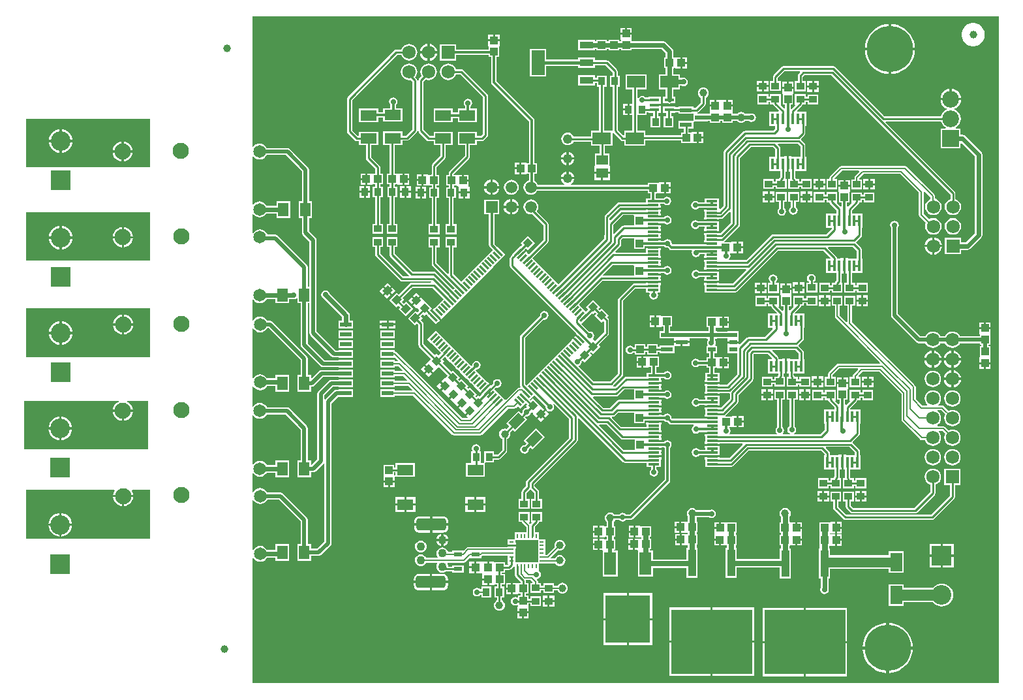
<source format=gtl>
G04*
G04 #@! TF.GenerationSoftware,Altium Limited,Altium Designer,25.2.1 (25)*
G04*
G04 Layer_Physical_Order=1*
G04 Layer_Color=255*
%FSLAX44Y44*%
%MOMM*%
G71*
G04*
G04 #@! TF.SameCoordinates,A71CF6F4-CF6F-4F02-8CC4-27F24B5748F8*
G04*
G04*
G04 #@! TF.FilePolarity,Positive*
G04*
G01*
G75*
%ADD11C,0.3000*%
%ADD13C,0.2000*%
%ADD62C,1.1000*%
%ADD63C,1.6500*%
%ADD66R,1.0160X3.5040*%
%ADD67R,10.4900X8.3800*%
G04:AMPARAMS|DCode=68|XSize=0.95mm|YSize=0.95mm|CornerRadius=0mm|HoleSize=0mm|Usage=FLASHONLY|Rotation=0.000|XOffset=0mm|YOffset=0mm|HoleType=Round|Shape=RoundedRectangle|*
%AMROUNDEDRECTD68*
21,1,0.9500,0.9500,0,0,0.0*
21,1,0.9500,0.9500,0,0,0.0*
1,1,0.0000,0.4750,-0.4750*
1,1,0.0000,-0.4750,-0.4750*
1,1,0.0000,-0.4750,0.4750*
1,1,0.0000,0.4750,0.4750*
%
%ADD68ROUNDEDRECTD68*%
%ADD69R,1.0000X0.9000*%
%ADD70R,0.9000X1.0000*%
G04:AMPARAMS|DCode=71|XSize=1.1938mm|YSize=0.3048mm|CornerRadius=0mm|HoleSize=0mm|Usage=FLASHONLY|Rotation=135.000|XOffset=0mm|YOffset=0mm|HoleType=Round|Shape=Rectangle|*
%AMROTATEDRECTD71*
4,1,4,0.5298,-0.3143,0.3143,-0.5298,-0.5298,0.3143,-0.3143,0.5298,0.5298,-0.3143,0.0*
%
%ADD71ROTATEDRECTD71*%

%ADD72R,0.2000X0.6000*%
%ADD73R,0.6000X0.2000*%
%ADD74R,1.3400X1.8000*%
%ADD75R,2.5500X2.5500*%
G04:AMPARAMS|DCode=76|XSize=0.95mm|YSize=0.95mm|CornerRadius=0mm|HoleSize=0mm|Usage=FLASHONLY|Rotation=90.000|XOffset=0mm|YOffset=0mm|HoleType=Round|Shape=RoundedRectangle|*
%AMROUNDEDRECTD76*
21,1,0.9500,0.9500,0,0,90.0*
21,1,0.9500,0.9500,0,0,90.0*
1,1,0.0000,0.4750,0.4750*
1,1,0.0000,0.4750,-0.4750*
1,1,0.0000,-0.4750,-0.4750*
1,1,0.0000,-0.4750,0.4750*
%
%ADD76ROUNDEDRECTD76*%
%ADD77R,1.1000X0.6000*%
%ADD78R,1.1000X1.0500*%
%ADD79C,1.0000*%
%ADD80R,2.1000X1.4000*%
%ADD81R,2.1000X1.3500*%
G04:AMPARAMS|DCode=82|XSize=1.1938mm|YSize=0.3048mm|CornerRadius=0mm|HoleSize=0mm|Usage=FLASHONLY|Rotation=225.000|XOffset=0mm|YOffset=0mm|HoleType=Round|Shape=Rectangle|*
%AMROTATEDRECTD82*
4,1,4,0.3143,0.5298,0.5298,0.3143,-0.3143,-0.5298,-0.5298,-0.3143,0.3143,0.5298,0.0*
%
%ADD82ROTATEDRECTD82*%

%ADD83R,1.0000X0.6000*%
%ADD84R,2.3500X1.5500*%
%ADD85R,0.4500X1.4750*%
%ADD86R,1.2000X0.4000*%
%ADD87R,1.5500X2.3500*%
%ADD88R,1.7500X0.9500*%
%ADD89R,1.7500X3.2000*%
%ADD90R,1.4750X0.3000*%
%ADD91R,1.5000X0.5500*%
%ADD92R,5.8000X6.2000*%
%ADD93R,1.6000X3.0000*%
G04:AMPARAMS|DCode=94|XSize=1mm|YSize=0.9mm|CornerRadius=0mm|HoleSize=0mm|Usage=FLASHONLY|Rotation=45.000|XOffset=0mm|YOffset=0mm|HoleType=Round|Shape=Rectangle|*
%AMROTATEDRECTD94*
4,1,4,-0.0354,-0.6718,-0.6718,-0.0354,0.0354,0.6718,0.6718,0.0354,-0.0354,-0.6718,0.0*
%
%ADD94ROTATEDRECTD94*%

G04:AMPARAMS|DCode=95|XSize=1.9mm|YSize=1.2mm|CornerRadius=0mm|HoleSize=0mm|Usage=FLASHONLY|Rotation=225.000|XOffset=0mm|YOffset=0mm|HoleType=Round|Shape=Rectangle|*
%AMROTATEDRECTD95*
4,1,4,0.2475,1.0960,1.0960,0.2475,-0.2475,-1.0960,-1.0960,-0.2475,0.2475,1.0960,0.0*
%
%ADD95ROTATEDRECTD95*%

%ADD96R,1.5000X1.3000*%
G04:AMPARAMS|DCode=97|XSize=0.95mm|YSize=0.95mm|CornerRadius=0mm|HoleSize=0mm|Usage=FLASHONLY|Rotation=135.000|XOffset=0mm|YOffset=0mm|HoleType=Round|Shape=RoundedRectangle|*
%AMROUNDEDRECTD97*
21,1,0.9500,0.9500,0,0,135.0*
21,1,0.9500,0.9500,0,0,135.0*
1,1,0.0000,0.0000,0.6718*
1,1,0.0000,0.6718,0.0000*
1,1,0.0000,0.0000,-0.6718*
1,1,0.0000,-0.6718,0.0000*
%
%ADD97ROUNDEDRECTD97*%
G04:AMPARAMS|DCode=98|XSize=0.95mm|YSize=0.95mm|CornerRadius=0mm|HoleSize=0mm|Usage=FLASHONLY|Rotation=225.000|XOffset=0mm|YOffset=0mm|HoleType=Round|Shape=RoundedRectangle|*
%AMROUNDEDRECTD98*
21,1,0.9500,0.9500,0,0,225.0*
21,1,0.9500,0.9500,0,0,225.0*
1,1,0.0000,-0.6718,0.0000*
1,1,0.0000,0.0000,0.6718*
1,1,0.0000,0.6718,0.0000*
1,1,0.0000,0.0000,-0.6718*
%
%ADD98ROUNDEDRECTD98*%
%ADD99R,1.5000X0.6000*%
%ADD100C,0.2500*%
%ADD101C,0.6000*%
%ADD102C,0.8000*%
%ADD103C,1.3000*%
%ADD104C,1.4500*%
%ADD105C,1.2000*%
%ADD106C,0.2540*%
%ADD107C,0.5000*%
%ADD108C,0.7000*%
%ADD109C,0.4000*%
%ADD110C,6.0000*%
G04:AMPARAMS|DCode=111|XSize=1.6mm|YSize=3.9mm|CornerRadius=0.4mm|HoleSize=0mm|Usage=FLASHONLY|Rotation=90.000|XOffset=0mm|YOffset=0mm|HoleType=Round|Shape=RoundedRectangle|*
%AMROUNDEDRECTD111*
21,1,1.6000,3.1000,0,0,90.0*
21,1,0.8000,3.9000,0,0,90.0*
1,1,0.8000,1.5500,0.4000*
1,1,0.8000,1.5500,-0.4000*
1,1,0.8000,-1.5500,-0.4000*
1,1,0.8000,-1.5500,0.4000*
%
%ADD111ROUNDEDRECTD111*%
%ADD112R,1.7250X1.7250*%
%ADD113C,1.7250*%
%ADD114R,1.7250X1.7250*%
%ADD115C,2.5500*%
%ADD116C,1.2400*%
%ADD117C,2.1000*%
%ADD118C,1.5000*%
%ADD119R,1.5000X1.5000*%
%ADD120R,2.1750X2.1750*%
%ADD121C,2.1750*%
%ADD122C,0.7000*%
G36*
X363029Y666935D02*
Y627952D01*
X358917D01*
Y605952D01*
X363029D01*
Y586934D01*
X363378Y585178D01*
X364373Y583690D01*
X372849Y575213D01*
Y517273D01*
X370638D01*
Y542314D01*
X370289Y544070D01*
X369294Y545559D01*
X331995Y582859D01*
X330506Y583853D01*
X328750Y584202D01*
X318221D01*
X317454Y586054D01*
X315811Y588195D01*
X313670Y589838D01*
X311176Y590871D01*
X308500Y591223D01*
X305825Y590871D01*
X303331Y589838D01*
X301190Y588195D01*
X299772Y586347D01*
X298502Y586687D01*
X298502Y610589D01*
X299772Y611020D01*
X300690Y609824D01*
X302831Y608181D01*
X305325Y607148D01*
X308000Y606796D01*
X310676Y607148D01*
X313170Y608181D01*
X315311Y609824D01*
X316954Y611965D01*
X316983Y612036D01*
X330317D01*
Y605952D01*
X347717D01*
Y627952D01*
X330317D01*
Y622232D01*
X316983D01*
X316954Y622304D01*
X315311Y624445D01*
X313170Y626088D01*
X310676Y627121D01*
X308000Y627473D01*
X305325Y627121D01*
X302831Y626088D01*
X300690Y624445D01*
X299772Y623249D01*
X298502Y623680D01*
X298503Y685588D01*
X299773Y686019D01*
X300690Y684824D01*
X302831Y683181D01*
X305325Y682148D01*
X308000Y681796D01*
X310676Y682148D01*
X313170Y683181D01*
X315311Y684824D01*
X316954Y686965D01*
X317194Y687546D01*
X342418D01*
X363029Y666935D01*
D02*
G37*
G36*
X166000Y671681D02*
X5500Y671681D01*
X5500Y734681D01*
X166000Y734681D01*
X166000Y671681D01*
D02*
G37*
G36*
X166000Y550402D02*
X5500Y550402D01*
X5500Y613402D01*
X166000D01*
X166000Y550402D01*
D02*
G37*
G36*
Y425657D02*
X5500Y425657D01*
X5500Y488657D01*
X166000D01*
X166000Y425657D01*
D02*
G37*
G36*
X1267488Y2549D02*
X299393D01*
X298495Y3447D01*
X298497Y165035D01*
X299767Y165288D01*
X299797Y165215D01*
X301440Y163074D01*
X303581Y161431D01*
X306075Y160398D01*
X308750Y160046D01*
X311426Y160398D01*
X313920Y161431D01*
X316061Y163074D01*
X317704Y165215D01*
X317733Y165286D01*
X328750D01*
Y161376D01*
X346150D01*
Y183376D01*
X328750D01*
Y175482D01*
X317733D01*
X317704Y175554D01*
X316061Y177695D01*
X313920Y179338D01*
X311426Y180371D01*
X308750Y180723D01*
X306075Y180371D01*
X303581Y179338D01*
X301440Y177695D01*
X299797Y175554D01*
X299767Y175481D01*
X298497Y175734D01*
X298498Y240033D01*
X299768Y240286D01*
X299797Y240215D01*
X301440Y238074D01*
X303581Y236431D01*
X306075Y235398D01*
X308750Y235046D01*
X311426Y235398D01*
X313920Y236431D01*
X316061Y238074D01*
X317704Y240215D01*
X317944Y240796D01*
X333415D01*
X361462Y212749D01*
Y183376D01*
X357350D01*
Y161376D01*
X374750D01*
Y167788D01*
X384666D01*
X386422Y168137D01*
X387910Y169132D01*
X400064Y181285D01*
X401058Y182774D01*
X401407Y184530D01*
Y365618D01*
X409873Y374084D01*
X419895D01*
X420339Y374172D01*
X429645D01*
Y383672D01*
X410645D01*
Y383260D01*
X407973D01*
X406217Y382911D01*
X404729Y381917D01*
X393575Y370763D01*
X393480Y370620D01*
X392210Y371006D01*
Y376417D01*
X402827Y387034D01*
X410645D01*
Y386872D01*
X429645D01*
Y396372D01*
X410645D01*
Y396210D01*
X400927D01*
X399171Y395861D01*
X397682Y394866D01*
X384377Y381562D01*
X383383Y380073D01*
X383033Y378317D01*
Y292969D01*
X376020Y285955D01*
X374750Y286481D01*
Y291884D01*
X370638D01*
Y333461D01*
X370289Y335217D01*
X369294Y336705D01*
X346871Y359129D01*
X345383Y360123D01*
X343627Y360472D01*
X317694D01*
X317454Y361054D01*
X315811Y363195D01*
X313670Y364838D01*
X311176Y365871D01*
X308500Y366223D01*
X305825Y365871D01*
X303331Y364838D01*
X301190Y363195D01*
X299769Y361343D01*
X298499Y361676D01*
X298500Y387529D01*
X299769Y387781D01*
X299797Y387715D01*
X301440Y385574D01*
X303581Y383931D01*
X306075Y382898D01*
X308750Y382546D01*
X311426Y382898D01*
X313920Y383931D01*
X316061Y385574D01*
X317704Y387715D01*
X317733Y387786D01*
X328750D01*
Y380945D01*
X346150D01*
Y402945D01*
X328750D01*
Y397982D01*
X317733D01*
X317704Y398054D01*
X316061Y400195D01*
X313920Y401838D01*
X311426Y402870D01*
X308750Y403223D01*
X306075Y402870D01*
X303581Y401838D01*
X301440Y400195D01*
X299797Y398054D01*
X299770Y397987D01*
X298500Y398240D01*
X298500Y462527D01*
X299770Y462779D01*
X299797Y462715D01*
X301440Y460574D01*
X303581Y458931D01*
X306075Y457898D01*
X308750Y457546D01*
X311426Y457898D01*
X313920Y458931D01*
X316061Y460574D01*
X317704Y462715D01*
X317992Y463412D01*
X319764D01*
X361462Y421714D01*
Y402945D01*
X357350D01*
Y380945D01*
X374750D01*
Y387357D01*
X376184D01*
X377940Y387706D01*
X379428Y388700D01*
X390462Y399734D01*
X410645D01*
Y399572D01*
X429645D01*
Y409072D01*
X410645D01*
Y408910D01*
X388561D01*
X386805Y408561D01*
X385317Y407566D01*
X375923Y398173D01*
X374750Y398659D01*
Y402945D01*
X370638D01*
Y423614D01*
X370289Y425370D01*
X369294Y426858D01*
X324908Y471244D01*
X323420Y472239D01*
X321664Y472588D01*
X317896D01*
X317704Y473054D01*
X316061Y475195D01*
X313920Y476838D01*
X311426Y477870D01*
X308750Y478223D01*
X306075Y477870D01*
X303581Y476838D01*
X301440Y475195D01*
X299797Y473054D01*
X299771Y472990D01*
X298500Y473242D01*
X298501Y500086D01*
X299771Y500423D01*
X301190Y498574D01*
X303331Y496931D01*
X305825Y495898D01*
X308500Y495546D01*
X311176Y495898D01*
X313670Y496931D01*
X315811Y498574D01*
X317454Y500715D01*
X317483Y500786D01*
X328750D01*
Y495273D01*
X346150D01*
Y501152D01*
X349980D01*
X350104Y501069D01*
X352250Y500642D01*
X354396Y501069D01*
X356080Y502194D01*
X357350Y501871D01*
Y495273D01*
X361462D01*
Y441477D01*
X361811Y439721D01*
X362806Y438232D01*
X387260Y413778D01*
X388748Y412783D01*
X390504Y412434D01*
X410645D01*
Y412272D01*
X429645D01*
Y421772D01*
X410645D01*
Y421610D01*
X392405D01*
X370638Y443377D01*
Y495273D01*
X372849D01*
Y456991D01*
X373199Y455235D01*
X374193Y453747D01*
X401462Y426478D01*
X402951Y425483D01*
X404706Y425134D01*
X410645D01*
Y424972D01*
X429645D01*
Y434472D01*
X410645D01*
Y434310D01*
X406607D01*
X382026Y458892D01*
Y577114D01*
X381676Y578870D01*
X380682Y580358D01*
X372206Y588834D01*
Y605952D01*
X376317D01*
Y627952D01*
X372206D01*
Y668836D01*
X371856Y670592D01*
X370862Y672080D01*
X347563Y695379D01*
X346074Y696373D01*
X344319Y696722D01*
X317194D01*
X316954Y697303D01*
X315311Y699445D01*
X313170Y701088D01*
X310676Y702121D01*
X308000Y702473D01*
X305325Y702121D01*
X302831Y701088D01*
X300690Y699445D01*
X299773Y698250D01*
X298503Y698681D01*
X298505Y867397D01*
X1267488D01*
Y2549D01*
D02*
G37*
G36*
X163345Y306036D02*
X2845Y306036D01*
X2845Y369036D01*
X125107D01*
X125359Y367766D01*
X124174Y367275D01*
X121450Y365185D01*
X119360Y362461D01*
X118046Y359288D01*
X117795Y357384D01*
X130751D01*
X143706D01*
X143455Y359288D01*
X142141Y362461D01*
X140051Y365185D01*
X137327Y367275D01*
X136141Y367766D01*
X136394Y369036D01*
X163345D01*
X163345Y306036D01*
D02*
G37*
G36*
X361462Y331561D02*
Y291884D01*
X357350D01*
Y269884D01*
X374750D01*
Y276296D01*
X377438D01*
X379193Y276645D01*
X380682Y277640D01*
X390866Y287824D01*
X390961Y287966D01*
X392231Y287581D01*
Y186430D01*
X382766Y176965D01*
X374750D01*
Y183376D01*
X370638D01*
Y214650D01*
X370289Y216406D01*
X369294Y217894D01*
X338560Y248629D01*
X337071Y249623D01*
X335315Y249972D01*
X317944D01*
X317704Y250554D01*
X316061Y252695D01*
X313920Y254338D01*
X311426Y255371D01*
X308750Y255723D01*
X306075Y255371D01*
X303581Y254338D01*
X301440Y252695D01*
X299797Y250554D01*
X299768Y250483D01*
X298498Y250736D01*
X298498Y275096D01*
X299768Y275427D01*
X301190Y273574D01*
X303331Y271931D01*
X305825Y270898D01*
X308500Y270546D01*
X311176Y270898D01*
X313670Y271931D01*
X315811Y273574D01*
X317454Y275715D01*
X317483Y275786D01*
X328750D01*
Y269884D01*
X346150D01*
Y291884D01*
X328750D01*
Y285982D01*
X317483D01*
X317454Y286054D01*
X315811Y288195D01*
X313670Y289838D01*
X311176Y290870D01*
X308500Y291223D01*
X305825Y290870D01*
X303331Y289838D01*
X301190Y288195D01*
X299768Y286342D01*
X298498Y286673D01*
X298499Y350093D01*
X299769Y350426D01*
X301190Y348574D01*
X303331Y346931D01*
X305825Y345898D01*
X308500Y345546D01*
X311176Y345898D01*
X313670Y346931D01*
X315811Y348574D01*
X317454Y350715D01*
X317694Y351296D01*
X341726D01*
X361462Y331561D01*
D02*
G37*
G36*
X166000Y190457D02*
X5500Y190457D01*
X5500Y253457D01*
X119323D01*
X119884Y252318D01*
X119610Y251961D01*
X118296Y248789D01*
X118045Y246884D01*
X131000D01*
X143955D01*
X143705Y248789D01*
X142391Y251961D01*
X142116Y252318D01*
X142678Y253457D01*
X166000D01*
X166000Y190457D01*
D02*
G37*
%LPC*%
G36*
X51250Y721100D02*
Y707384D01*
X64967D01*
X64819Y708882D01*
X63945Y711764D01*
X62525Y714420D01*
X60614Y716748D01*
X58286Y718659D01*
X55630Y720079D01*
X52748Y720953D01*
X51250Y721100D01*
D02*
G37*
G36*
X48250Y721100D02*
X46753Y720953D01*
X43871Y720079D01*
X41215Y718659D01*
X38886Y716748D01*
X36976Y714420D01*
X35556Y711764D01*
X34682Y708882D01*
X34534Y707384D01*
X48250D01*
Y721100D01*
D02*
G37*
G36*
X131750Y705089D02*
Y693634D01*
X143205D01*
X142955Y695538D01*
X141641Y698711D01*
X139551Y701434D01*
X136827Y703525D01*
X133654Y704839D01*
X131750Y705089D01*
D02*
G37*
G36*
X128750Y705089D02*
X126846Y704839D01*
X123674Y703525D01*
X120950Y701434D01*
X118860Y698711D01*
X117546Y695538D01*
X117295Y693634D01*
X128750D01*
Y705089D01*
D02*
G37*
G36*
X64967Y704384D02*
X51250D01*
Y690668D01*
X52748Y690816D01*
X55630Y691690D01*
X58286Y693110D01*
X60614Y695020D01*
X62525Y697348D01*
X63945Y700005D01*
X64819Y702887D01*
X64967Y704384D01*
D02*
G37*
G36*
X48250D02*
X34534D01*
X34682Y702887D01*
X35556Y700005D01*
X36976Y697348D01*
X38886Y695020D01*
X41215Y693110D01*
X43871Y691690D01*
X46753Y690816D01*
X48250Y690668D01*
Y704384D01*
D02*
G37*
G36*
X128750Y690634D02*
X117295D01*
X117546Y688730D01*
X118860Y685558D01*
X120950Y682834D01*
X123674Y680744D01*
X126846Y679430D01*
X128750Y679179D01*
Y690634D01*
D02*
G37*
G36*
X143205D02*
X131750D01*
Y679179D01*
X133654Y679430D01*
X136827Y680744D01*
X139551Y682834D01*
X141641Y685558D01*
X142955Y688730D01*
X143205Y690634D01*
D02*
G37*
G36*
X132251Y593839D02*
Y582384D01*
X143706D01*
X143455Y584288D01*
X142141Y587461D01*
X140051Y590185D01*
X137327Y592275D01*
X134155Y593589D01*
X132251Y593839D01*
D02*
G37*
G36*
X129251Y593839D02*
X127346Y593589D01*
X124174Y592275D01*
X121450Y590185D01*
X119360Y587461D01*
X118046Y584288D01*
X117795Y582384D01*
X129251D01*
Y593839D01*
D02*
G37*
G36*
X51250Y595792D02*
Y582076D01*
X64967D01*
X64819Y583573D01*
X63945Y586456D01*
X62525Y589112D01*
X60614Y591440D01*
X58286Y593351D01*
X55630Y594771D01*
X52748Y595645D01*
X51250Y595792D01*
D02*
G37*
G36*
X48250Y595792D02*
X46753Y595645D01*
X43871Y594771D01*
X41215Y593351D01*
X38886Y591440D01*
X36976Y589112D01*
X35556Y586456D01*
X34682Y583573D01*
X34534Y582076D01*
X48250D01*
Y595792D01*
D02*
G37*
G36*
X143705Y579384D02*
X132251D01*
Y567929D01*
X134155Y568180D01*
X137327Y569494D01*
X140051Y571584D01*
X142141Y574308D01*
X143455Y577480D01*
X143705Y579384D01*
D02*
G37*
G36*
X129251D02*
X117795D01*
X118046Y577480D01*
X119360Y574308D01*
X121450Y571584D01*
X124174Y569494D01*
X127346Y568180D01*
X129251Y567929D01*
Y579384D01*
D02*
G37*
G36*
X64967Y579076D02*
X51250D01*
Y565360D01*
X52748Y565507D01*
X55630Y566382D01*
X58286Y567801D01*
X60614Y569712D01*
X62525Y572040D01*
X63945Y574697D01*
X64819Y577579D01*
X64967Y579076D01*
D02*
G37*
G36*
X48250D02*
X34534D01*
X34682Y577579D01*
X35556Y574697D01*
X36976Y572040D01*
X38886Y569712D01*
X41215Y567801D01*
X43871Y566382D01*
X46753Y565507D01*
X48250Y565360D01*
Y579076D01*
D02*
G37*
G36*
X132500Y480839D02*
Y469384D01*
X143955D01*
X143705Y471288D01*
X142391Y474460D01*
X140301Y477184D01*
X137577Y479275D01*
X134404Y480589D01*
X132500Y480839D01*
D02*
G37*
G36*
X129500Y480839D02*
X127596Y480589D01*
X124424Y479275D01*
X121700Y477184D01*
X119610Y474460D01*
X118296Y471288D01*
X118045Y469384D01*
X129500D01*
Y480839D01*
D02*
G37*
G36*
X51250Y472100D02*
Y458384D01*
X64967D01*
X64819Y459882D01*
X63945Y462764D01*
X62525Y465420D01*
X60614Y467748D01*
X58286Y469659D01*
X55630Y471079D01*
X52748Y471953D01*
X51250Y472100D01*
D02*
G37*
G36*
X48250D02*
X46753Y471953D01*
X43871Y471079D01*
X41215Y469659D01*
X38886Y467748D01*
X36976Y465420D01*
X35556Y462764D01*
X34682Y459882D01*
X34534Y458384D01*
X48250D01*
Y472100D01*
D02*
G37*
G36*
X129500Y466384D02*
X118045D01*
X118296Y464480D01*
X119610Y461308D01*
X121700Y458584D01*
X124424Y456494D01*
X127596Y455180D01*
X129500Y454929D01*
Y466384D01*
D02*
G37*
G36*
X143955D02*
X132500D01*
Y454929D01*
X134404Y455180D01*
X137577Y456494D01*
X140301Y458584D01*
X142391Y461308D01*
X143705Y464480D01*
X143955Y466384D01*
D02*
G37*
G36*
X64967Y455384D02*
X51250D01*
Y441668D01*
X52748Y441815D01*
X55630Y442690D01*
X58286Y444110D01*
X60614Y446020D01*
X62525Y448349D01*
X63945Y451005D01*
X64819Y453887D01*
X64967Y455384D01*
D02*
G37*
G36*
X48250D02*
X34534D01*
X34682Y453887D01*
X35556Y451005D01*
X36976Y448349D01*
X38886Y446020D01*
X41215Y444110D01*
X43871Y442690D01*
X46753Y441815D01*
X48250Y441668D01*
Y455384D01*
D02*
G37*
G36*
X791075Y852333D02*
X785055D01*
Y846313D01*
X791075D01*
Y852333D01*
D02*
G37*
G36*
X782515D02*
X776495D01*
Y846313D01*
X782515D01*
Y852333D01*
D02*
G37*
G36*
X619516Y843643D02*
X613497D01*
Y837623D01*
X619516D01*
Y843643D01*
D02*
G37*
G36*
X610957D02*
X604936D01*
Y837623D01*
X610957D01*
Y843643D01*
D02*
G37*
G36*
X791075Y843773D02*
X783785D01*
X776495D01*
Y837840D01*
X776495Y837753D01*
X777035Y836707D01*
X777035Y836483D01*
Y835176D01*
X774535D01*
Y836793D01*
X761035D01*
Y835176D01*
X758785D01*
Y836793D01*
X745285D01*
Y835176D01*
X743160D01*
Y836862D01*
X721660D01*
Y823362D01*
X743160D01*
Y824980D01*
X745285D01*
Y823293D01*
X758785D01*
Y824980D01*
X761035D01*
Y823293D01*
X774535D01*
Y824980D01*
X777035D01*
Y823293D01*
X790535D01*
Y824945D01*
X829757D01*
X835176Y819527D01*
Y813862D01*
X833524D01*
Y800362D01*
X835176D01*
Y792101D01*
X826024D01*
Y772601D01*
X834676D01*
Y763128D01*
X831774D01*
Y755128D01*
X836760D01*
X837823Y754418D01*
X839774Y754030D01*
X841724Y754418D01*
X842787Y755128D01*
X847774D01*
Y763128D01*
X844872D01*
Y772601D01*
X853524D01*
Y777253D01*
X855957D01*
X856081Y777170D01*
X858227Y776743D01*
X860373Y777170D01*
X862193Y778385D01*
X863408Y780205D01*
X863835Y782351D01*
X863408Y784497D01*
X862193Y786316D01*
X860373Y787532D01*
X858227Y787959D01*
X856081Y787532D01*
X855957Y787449D01*
X853524D01*
Y792101D01*
X845371D01*
Y799464D01*
X846270Y800362D01*
X846937Y800362D01*
X847984Y799822D01*
X848070Y799822D01*
X854004D01*
Y807112D01*
Y814402D01*
X848070D01*
X847984Y814402D01*
X846937Y813862D01*
X846714Y813862D01*
X845371D01*
Y821639D01*
X844984Y823590D01*
X843878Y825244D01*
X835474Y833648D01*
X833820Y834753D01*
X831869Y835141D01*
X791433D01*
X790535Y836039D01*
X790535Y836707D01*
X791075Y837753D01*
X791075Y837840D01*
Y843773D01*
D02*
G37*
G36*
X1235622Y858523D02*
X1232667D01*
X1229769Y857946D01*
X1227039Y856815D01*
X1224582Y855174D01*
X1222493Y853085D01*
X1220852Y850628D01*
X1219721Y847898D01*
X1219144Y845000D01*
Y842045D01*
X1219721Y839147D01*
X1220852Y836417D01*
X1222493Y833961D01*
X1224582Y831871D01*
X1227039Y830230D01*
X1229769Y829099D01*
X1232667Y828523D01*
X1235622D01*
X1238520Y829099D01*
X1241249Y830230D01*
X1243706Y831871D01*
X1245796Y833961D01*
X1247437Y836417D01*
X1248568Y839147D01*
X1249144Y842045D01*
Y845000D01*
X1248568Y847898D01*
X1247437Y850628D01*
X1245796Y853085D01*
X1243706Y855174D01*
X1241249Y856815D01*
X1238520Y857946D01*
X1235622Y858523D01*
D02*
G37*
G36*
X1128000Y857483D02*
Y827000D01*
X1158483D01*
X1158239Y830106D01*
X1157043Y835087D01*
X1155083Y839818D01*
X1152407Y844186D01*
X1149080Y848080D01*
X1145186Y851407D01*
X1140818Y854083D01*
X1136087Y856043D01*
X1131106Y857239D01*
X1128000Y857483D01*
D02*
G37*
G36*
X1124000D02*
X1120894Y857239D01*
X1115913Y856043D01*
X1111181Y854083D01*
X1106814Y851407D01*
X1102920Y848080D01*
X1099593Y844186D01*
X1096917Y839818D01*
X1094957Y835087D01*
X1093761Y830106D01*
X1093517Y827000D01*
X1124000D01*
Y857483D01*
D02*
G37*
G36*
X619516Y835083D02*
X612227D01*
X604936D01*
Y829149D01*
X604936Y829062D01*
X605476Y828016D01*
X605476Y827793D01*
Y824296D01*
X563377D01*
Y831353D01*
X542127D01*
Y810103D01*
X563377D01*
Y817159D01*
X605476D01*
Y814603D01*
X608658D01*
Y781554D01*
X608930Y780189D01*
X609703Y779031D01*
X657607Y731128D01*
Y677827D01*
X656708Y676929D01*
X654940Y676929D01*
X653894Y677469D01*
X653808Y677469D01*
X647874D01*
Y670179D01*
Y662889D01*
X653808D01*
X653894Y662889D01*
X654940Y663429D01*
X655164Y663429D01*
X657607D01*
Y654996D01*
X655328Y654052D01*
X653344Y652530D01*
X651821Y650545D01*
X650864Y648234D01*
X650537Y645754D01*
X650864Y643274D01*
X651821Y640963D01*
X653344Y638979D01*
X655328Y637456D01*
X657639Y636498D01*
X660119Y636172D01*
X662599Y636498D01*
X664910Y637456D01*
X666895Y638979D01*
X668418Y640963D01*
X668629Y641473D01*
X812370D01*
Y638292D01*
X815391D01*
Y631431D01*
X809585D01*
Y626265D01*
X774630D01*
X773354Y626011D01*
X772273Y625288D01*
X756645Y609661D01*
X755922Y608579D01*
X755669Y607303D01*
Y584309D01*
X755627Y584097D01*
Y579107D01*
X696272Y519753D01*
X689067Y526958D01*
X685531Y530494D01*
X678460Y537565D01*
X676373Y539652D01*
X667854Y548172D01*
X662096Y553929D01*
X681927Y573759D01*
X682649Y574841D01*
X682903Y576117D01*
Y598036D01*
X682649Y599312D01*
X681927Y600394D01*
X667697Y614624D01*
X668418Y615563D01*
X669375Y617874D01*
X669701Y620354D01*
X669375Y622834D01*
X668418Y625145D01*
X666895Y627130D01*
X664910Y628652D01*
X662599Y629609D01*
X660119Y629936D01*
X657639Y629609D01*
X655328Y628652D01*
X653344Y627130D01*
X651821Y625145D01*
X650864Y622834D01*
X650537Y620354D01*
X650864Y617874D01*
X651821Y615563D01*
X653344Y613579D01*
X655328Y612056D01*
X657639Y611099D01*
X660119Y610772D01*
X661886Y611005D01*
X676235Y596655D01*
Y577498D01*
X658224Y559486D01*
X656483Y559542D01*
X655542Y560484D01*
X655923Y560866D01*
X653948Y562841D01*
X647932Y556824D01*
X646135Y558620D01*
X652152Y564637D01*
X651872Y564917D01*
X653568Y566614D01*
X656100Y564081D01*
X665646Y573628D01*
X656100Y583173D01*
X646554Y573628D01*
X648853Y571329D01*
X646775Y569250D01*
X646640Y569385D01*
X635371Y558115D01*
X635505Y557981D01*
X633750Y556225D01*
X633027Y555144D01*
X632773Y553868D01*
Y543900D01*
X633027Y542624D01*
X633750Y541542D01*
X719976Y455316D01*
X719696Y455036D01*
X725713Y449019D01*
X723917Y447223D01*
X717900Y453240D01*
X716160Y451500D01*
X722177Y445483D01*
X720381Y443687D01*
X714364Y449704D01*
X712389Y447729D01*
X712770Y447347D01*
X709617Y444193D01*
X706081Y440657D01*
X699010Y433586D01*
X696923Y431499D01*
X688404Y422980D01*
X684868Y419444D01*
X677797Y412373D01*
X675710Y410286D01*
X667190Y401767D01*
X663655Y398231D01*
X660119Y394696D01*
X654348Y388924D01*
X652787Y390485D01*
Y450122D01*
X676892Y474228D01*
X677661Y474075D01*
X679807Y474502D01*
X681626Y475717D01*
X682842Y477537D01*
X683269Y479683D01*
X682842Y481829D01*
X681626Y483648D01*
X679807Y484864D01*
X677661Y485290D01*
X675515Y484864D01*
X673696Y483648D01*
X672480Y481829D01*
X672053Y479683D01*
X672206Y478914D01*
X647130Y453838D01*
X646412Y452763D01*
X646159Y451495D01*
Y389112D01*
X646412Y387844D01*
X646872Y387155D01*
X646341Y385885D01*
X644475D01*
X643304Y385652D01*
X642312Y384989D01*
X627889Y370566D01*
X626875Y369947D01*
X623340Y373482D01*
X618356Y378466D01*
X612779Y384044D01*
X614879Y386144D01*
X616480Y385825D01*
X618626Y386252D01*
X620445Y387468D01*
X621661Y389287D01*
X622088Y391433D01*
X621661Y393579D01*
X620445Y395398D01*
X618626Y396614D01*
X616480Y397041D01*
X614334Y396614D01*
X612515Y395398D01*
X611299Y393579D01*
X610905Y391601D01*
X608445Y389140D01*
X607986Y389600D01*
X601969Y383583D01*
X595952Y377566D01*
X596232Y377286D01*
X593181Y374236D01*
X591585Y375832D01*
X589545Y373792D01*
X588392Y374945D01*
X590521Y377075D01*
X580975Y386621D01*
X578846Y384491D01*
X577313Y386024D01*
X579437Y388148D01*
X569891Y397694D01*
X567392Y395195D01*
X565999Y396587D01*
X568437Y399024D01*
X558891Y408570D01*
X556829Y406508D01*
X545194Y418143D01*
X547609Y420559D01*
X545239Y422929D01*
X548296Y425986D01*
X548430Y425852D01*
X550518Y423765D01*
X551966Y422317D01*
X555502Y418781D01*
D01*
X557589Y416694D01*
X559037Y415245D01*
X561124Y413158D01*
X562573Y411710D01*
X564660Y409622D01*
X566108Y408174D01*
X568195Y406087D01*
X568195Y406087D01*
X571731Y402551D01*
X573179Y401103D01*
X576715Y397568D01*
X576715Y397568D01*
X578802Y395480D01*
X580250Y394032D01*
X582338Y391945D01*
X583786Y390497D01*
X585873Y388409D01*
D01*
X589409Y384874D01*
X590857Y383426D01*
X592562Y381720D01*
X592180Y381338D01*
X594156Y379363D01*
X600173Y385379D01*
X606190Y391396D01*
X604214Y393372D01*
X603832Y392990D01*
X600678Y396144D01*
X598591Y398231D01*
X593607Y403215D01*
X588532Y408290D01*
X589158Y409460D01*
X589500Y409392D01*
X591646Y409819D01*
X593465Y411035D01*
X594681Y412854D01*
X595108Y415000D01*
X594681Y417146D01*
X593465Y418965D01*
X591646Y420181D01*
X589500Y420608D01*
X587354Y420181D01*
X585535Y418965D01*
X584319Y417146D01*
X583892Y415000D01*
X583960Y414658D01*
X582920Y413902D01*
X580914Y415909D01*
X575930Y420892D01*
X568859Y427963D01*
X565323Y431499D01*
X561788Y435034D01*
X554717Y442106D01*
X552629Y444193D01*
X544110Y452712D01*
X540574Y456248D01*
X537039Y459783D01*
X525769Y448513D01*
X530753Y443530D01*
X536376Y437907D01*
X539911Y434371D01*
X543581Y430701D01*
X540524Y427644D01*
X538063Y430105D01*
X535648Y427689D01*
X520780Y442557D01*
Y468628D01*
X520527Y469904D01*
X519804Y470985D01*
X516928Y473862D01*
X519520Y476454D01*
X517281Y478693D01*
X519900Y481311D01*
X522181Y479030D01*
X524095Y480945D01*
X525399Y480453D01*
X525769Y479548D01*
Y479548D01*
X537039Y468278D01*
X540193Y471432D01*
X540574Y471050D01*
X542550Y473026D01*
X536533Y479043D01*
X530517Y485059D01*
X530465Y485008D01*
X529312Y486161D01*
X531727Y488576D01*
X522400Y497903D01*
X522242Y498061D01*
X521884Y499183D01*
X521823Y499244D01*
X517627Y503440D01*
X512472Y498285D01*
X507317Y493130D01*
X511513Y488934D01*
X511575Y488873D01*
X512696Y488515D01*
X514550Y486662D01*
X514550Y485392D01*
X512566Y483408D01*
X510327Y485646D01*
X500428Y475747D01*
X509620Y466554D01*
X512213Y469147D01*
X514112Y467247D01*
Y441176D01*
X514366Y439900D01*
X515089Y438818D01*
X530933Y422974D01*
X528736Y420778D01*
X528578Y420620D01*
X527457Y420262D01*
X527396Y420201D01*
X523200Y416005D01*
X528354Y410850D01*
X533509Y405695D01*
X537705Y409891D01*
X537766Y409952D01*
X538124Y411074D01*
X539844Y412793D01*
X541114D01*
X552114Y401793D01*
X549564Y399244D01*
X549406Y399085D01*
X548284Y398727D01*
X548223Y398666D01*
X544027Y394470D01*
X549182Y389316D01*
X548284Y388418D01*
X549182Y387519D01*
X544027Y382365D01*
X548041Y378352D01*
X548284Y378108D01*
X549218Y377298D01*
X553231Y373284D01*
X558386Y378439D01*
X560182Y376643D01*
X555027Y371488D01*
X559158Y367358D01*
X559284Y367231D01*
X560185Y366342D01*
X564315Y362211D01*
X569470Y367366D01*
X571266Y365570D01*
X566111Y360415D01*
X569897Y356630D01*
X570668Y355680D01*
X571140Y355208D01*
X574925Y351423D01*
X580080Y356578D01*
X581876Y354782D01*
X576722Y349627D01*
X578584Y347765D01*
X578098Y346591D01*
X571102D01*
X519067Y398626D01*
X519067Y398626D01*
X519067Y398626D01*
X485808Y431885D01*
X484816Y432548D01*
X483645Y432781D01*
Y434472D01*
X464645D01*
Y424972D01*
X483645D01*
X483645Y424972D01*
Y424972D01*
X484660Y424382D01*
X487787Y421254D01*
X487301Y420081D01*
X483645D01*
Y421772D01*
X464645D01*
Y412272D01*
X483645D01*
Y413964D01*
X488332D01*
X493842Y408454D01*
X493356Y407280D01*
X483645D01*
Y409072D01*
X464645D01*
Y399572D01*
X483645D01*
Y401163D01*
X494616D01*
X499925Y395854D01*
X499439Y394681D01*
X483645D01*
Y396372D01*
X464645D01*
Y386872D01*
X483645D01*
Y388563D01*
X501113D01*
X506522Y383154D01*
X506036Y381981D01*
X483645D01*
Y383672D01*
X464645D01*
Y374172D01*
X483645D01*
Y375863D01*
X507504D01*
X558298Y325069D01*
X558298Y325069D01*
X559290Y324406D01*
X560461Y324173D01*
X594537D01*
X594537Y324173D01*
X595708Y324406D01*
X596700Y325069D01*
X630438Y358806D01*
X638559D01*
X638559Y358806D01*
X639729Y359039D01*
X640722Y359702D01*
X643168Y362149D01*
X646640Y358677D01*
X653846Y365882D01*
X655269Y364459D01*
X653252Y362441D01*
X654576Y361116D01*
X654102Y359795D01*
X652508Y359478D01*
X650688Y358262D01*
X649473Y356443D01*
X649046Y354297D01*
X649194Y353552D01*
X647963Y352321D01*
X644166Y356118D01*
X627902Y339855D01*
X631699Y336058D01*
X628183Y332541D01*
X627987Y332622D01*
X626160Y332863D01*
X624332Y332622D01*
X622629Y331917D01*
X621167Y330795D01*
X620045Y329333D01*
X619340Y327630D01*
X619099Y325803D01*
X619340Y323975D01*
X620045Y322272D01*
X621167Y320810D01*
X622629Y319688D01*
X622826Y319607D01*
Y305354D01*
X616975Y299504D01*
X612492D01*
Y303169D01*
X599492D01*
Y289366D01*
X599492Y289170D01*
X599020Y288095D01*
X595965D01*
X595493Y289170D01*
X595493D01*
Y303169D01*
X594485D01*
X593886Y304290D01*
X594173Y304719D01*
X594600Y306865D01*
X594173Y309011D01*
X592958Y310830D01*
X591138Y312046D01*
X588993Y312473D01*
X586847Y312046D01*
X585027Y310830D01*
X583812Y309011D01*
X583385Y306865D01*
X583812Y304719D01*
X584099Y304290D01*
X583500Y303169D01*
X582492D01*
Y289170D01*
X582492D01*
X582020Y288095D01*
X575673D01*
Y270096D01*
X600673D01*
Y287900D01*
X600673Y288095D01*
X601146Y289170D01*
X612492D01*
Y292836D01*
X618356D01*
X619632Y293089D01*
X620714Y293812D01*
X628517Y301615D01*
X629240Y302697D01*
X629494Y303973D01*
Y319607D01*
X629690Y319688D01*
X631152Y320810D01*
X632274Y322272D01*
X632979Y323975D01*
X633220Y325803D01*
X632979Y327630D01*
X632898Y327826D01*
X636414Y331342D01*
X639216Y328541D01*
X655479Y344804D01*
X652678Y347606D01*
X653909Y348837D01*
X654654Y348689D01*
X656800Y349116D01*
X658619Y350332D01*
X659835Y352151D01*
X660152Y353745D01*
X661473Y354219D01*
X662578Y353114D01*
X662737Y352956D01*
X663095Y351834D01*
X663156Y351773D01*
X667352Y347577D01*
X672506Y352732D01*
X677661Y357887D01*
X673465Y362083D01*
X673404Y362144D01*
X672283Y362502D01*
X672124Y362660D01*
X662798Y371987D01*
X659985Y369174D01*
X658561Y370597D01*
X663530Y375566D01*
X665280Y375612D01*
X679308Y361584D01*
X679142Y360750D01*
X679569Y358604D01*
X680785Y356785D01*
X682604Y355569D01*
X684750Y355142D01*
X686896Y355569D01*
X688715Y356785D01*
X689931Y358604D01*
X690358Y360750D01*
X689931Y362896D01*
X689166Y364040D01*
X689027Y364249D01*
X690020Y365048D01*
X690083Y365029D01*
X709457Y345655D01*
Y320782D01*
X654907Y266232D01*
X654189Y265157D01*
X653936Y263889D01*
Y258283D01*
X648997Y253343D01*
X648279Y252268D01*
X648026Y251000D01*
Y241691D01*
X644340D01*
Y228691D01*
X658340D01*
Y241691D01*
X654654D01*
Y249627D01*
X659465Y254439D01*
X664276Y249627D01*
Y241691D01*
X660590D01*
Y228691D01*
X674590D01*
Y241691D01*
X670904D01*
Y251000D01*
X670651Y252268D01*
X669933Y253343D01*
X665064Y258213D01*
Y260653D01*
X720087Y315676D01*
X720805Y316751D01*
X721057Y318019D01*
Y346509D01*
X722231Y346995D01*
X779718Y289507D01*
X780800Y288785D01*
X782076Y288531D01*
X810335D01*
Y283365D01*
X816436D01*
Y280651D01*
X815785Y280215D01*
X814569Y278396D01*
X814142Y276250D01*
X814569Y274104D01*
X815785Y272285D01*
X817604Y271069D01*
X819750Y270642D01*
X821896Y271069D01*
X823715Y272285D01*
X824931Y274104D01*
X825358Y276250D01*
X824931Y278396D01*
X823715Y280215D01*
X823064Y280651D01*
Y283365D01*
X829085D01*
Y292825D01*
X829625D01*
Y295595D01*
X819710D01*
Y298135D01*
X829625D01*
Y300905D01*
X829085D01*
Y302825D01*
X829625D01*
Y305595D01*
X819710D01*
Y308135D01*
X829625D01*
Y308296D01*
X833140D01*
X833285Y308081D01*
X833681Y307815D01*
Y266809D01*
X788272Y221399D01*
X783562D01*
X783215Y221918D01*
X781396Y223134D01*
X779250Y223561D01*
X777104Y223134D01*
X775285Y221918D01*
X774938Y221399D01*
X768760D01*
X768193Y222138D01*
X766731Y223260D01*
X765028Y223965D01*
X763201Y224206D01*
X761374Y223965D01*
X759671Y223260D01*
X758208Y222138D01*
X757086Y220676D01*
X756381Y218973D01*
X756140Y217146D01*
X756381Y215318D01*
X757086Y213615D01*
X758208Y212153D01*
X758613Y211843D01*
Y206934D01*
X757715Y206036D01*
X756147Y206036D01*
X755101Y206576D01*
X755014Y206576D01*
X749081D01*
Y199286D01*
Y191996D01*
X755014D01*
X755101Y191996D01*
X756147Y192536D01*
X756371Y192536D01*
X758613D01*
Y190434D01*
X757715Y189536D01*
X756147Y189536D01*
X755101Y190076D01*
X755014Y190076D01*
X749080D01*
Y182786D01*
Y175496D01*
X752266D01*
X753201Y174686D01*
X753201Y174226D01*
Y140686D01*
X773201D01*
Y174686D01*
X767789D01*
Y176036D01*
X769561D01*
Y189536D01*
X767789D01*
Y192536D01*
X769561D01*
Y206036D01*
X767789D01*
Y211843D01*
X768193Y212153D01*
X769315Y213615D01*
X769583Y214262D01*
X775101D01*
X775285Y213988D01*
X777104Y212772D01*
X779250Y212345D01*
X781396Y212772D01*
X783215Y213988D01*
X783399Y214262D01*
X789750D01*
X791116Y214534D01*
X792273Y215307D01*
X839773Y262807D01*
X840547Y263965D01*
X840819Y265331D01*
Y307815D01*
X841215Y308081D01*
X842431Y309900D01*
X842858Y312046D01*
X842431Y314192D01*
X841215Y316011D01*
X839396Y317227D01*
X837250Y317654D01*
X835104Y317227D01*
X833285Y316011D01*
X832899Y315434D01*
X829625D01*
Y315595D01*
X819710D01*
Y318135D01*
X829625D01*
Y320905D01*
X829085D01*
Y322825D01*
X829625D01*
Y325595D01*
X819710D01*
Y328135D01*
X829625D01*
Y330905D01*
X829085D01*
Y337825D01*
X829625D01*
Y340595D01*
X809795D01*
Y337825D01*
X810335D01*
Y335199D01*
X777046D01*
X765284Y346961D01*
X765770Y348134D01*
X766731D01*
X768007Y348388D01*
X769089Y349110D01*
X773509Y353531D01*
X793326D01*
X794528Y353365D01*
Y339865D01*
X808028D01*
Y343296D01*
X809795D01*
Y343135D01*
X829625D01*
Y343296D01*
X832839D01*
X833104Y342900D01*
X834923Y341684D01*
X837069Y341257D01*
X837537Y341350D01*
X839546Y339342D01*
X840704Y338568D01*
X842069Y338296D01*
X871429D01*
X871572Y338090D01*
X871249Y336365D01*
X870527Y335882D01*
X869312Y334063D01*
X868885Y331917D01*
X869312Y329771D01*
X870527Y327952D01*
X872347Y326736D01*
X874493Y326309D01*
X876639Y326736D01*
X878458Y327952D01*
X878688Y328296D01*
X885555D01*
Y328135D01*
X895470D01*
Y325595D01*
X885555D01*
Y322825D01*
X886095D01*
Y315905D01*
X885555D01*
Y313135D01*
X905385D01*
Y313551D01*
X934490D01*
X934976Y312378D01*
X917777Y295179D01*
X905385D01*
Y295595D01*
X885555D01*
Y292825D01*
X886095D01*
Y283365D01*
X904845D01*
Y283551D01*
X920513D01*
X921781Y283804D01*
X922856Y284522D01*
X942886Y304551D01*
X1036948D01*
X1041526Y299972D01*
Y298676D01*
X1040590D01*
Y279926D01*
X1054526D01*
Y271053D01*
X1053497Y270024D01*
X1052779Y268949D01*
X1052676Y268431D01*
X1048840D01*
Y265245D01*
X1046590D01*
Y268431D01*
X1032590D01*
Y255431D01*
X1046590D01*
Y258617D01*
X1048840D01*
Y255431D01*
X1062840D01*
Y268431D01*
X1062082D01*
X1061154Y269681D01*
Y279386D01*
X1063070D01*
Y289301D01*
Y299216D01*
X1059550D01*
Y298676D01*
X1048154D01*
Y301345D01*
X1047902Y302613D01*
X1047183Y303688D01*
X1042993Y307878D01*
X1043479Y309051D01*
X1073781D01*
X1080527Y302306D01*
Y298676D01*
X1069130D01*
Y299216D01*
X1065610D01*
Y289301D01*
Y279386D01*
X1067526D01*
Y268931D01*
X1067116Y268431D01*
X1065090D01*
Y255431D01*
X1079090D01*
Y258617D01*
X1081340D01*
Y255431D01*
X1095340D01*
Y268431D01*
X1081340D01*
Y265245D01*
X1079090D01*
Y268431D01*
X1075255D01*
X1075152Y268949D01*
X1074433Y270024D01*
X1074154Y270303D01*
Y279926D01*
X1088090D01*
Y298676D01*
X1087154D01*
Y303679D01*
X1086901Y304947D01*
X1086183Y306022D01*
X1077956Y314249D01*
X1077775Y315863D01*
X1086183Y324272D01*
X1086901Y325347D01*
X1087154Y326615D01*
Y338686D01*
X1088090D01*
Y357436D01*
X1074154D01*
Y359198D01*
X1083194Y368237D01*
X1083912Y369312D01*
X1084015Y369830D01*
X1087850D01*
Y373017D01*
X1090350D01*
Y369831D01*
X1104350D01*
Y382830D01*
X1090350D01*
Y379644D01*
X1087850D01*
Y382830D01*
X1073850D01*
Y369831D01*
X1073850D01*
X1074308Y368725D01*
X1069179Y363595D01*
X1067909Y364121D01*
Y370181D01*
X1071398D01*
Y383371D01*
X1071398Y383595D01*
X1071938Y384641D01*
X1071938Y384727D01*
Y390661D01*
X1064648D01*
X1057358D01*
Y384727D01*
X1057358Y384641D01*
X1057898Y383595D01*
X1057898Y383371D01*
Y370181D01*
X1060771D01*
Y365040D01*
X1059501Y364514D01*
X1055190Y368825D01*
X1055648Y369931D01*
X1055648D01*
Y382931D01*
X1041648D01*
Y379744D01*
X1039398D01*
Y382931D01*
X1025398D01*
Y369931D01*
X1039398D01*
Y373117D01*
X1041648D01*
Y369931D01*
X1045484D01*
X1045587Y369413D01*
X1046305Y368338D01*
X1054526Y360117D01*
Y357436D01*
X1040590D01*
Y338686D01*
X1041526D01*
Y331078D01*
X1035628Y325179D01*
X1001638D01*
X1001253Y326449D01*
X1002686Y327406D01*
X1003901Y329225D01*
X1004328Y331371D01*
X1003901Y333517D01*
X1002686Y335336D01*
X1002054Y335758D01*
Y370022D01*
X1006405D01*
Y383022D01*
X992405D01*
Y370022D01*
X995386D01*
Y335758D01*
X994755Y335336D01*
X993540Y333517D01*
X993113Y331371D01*
X993540Y329225D01*
X994755Y327406D01*
X996187Y326449D01*
X995802Y325179D01*
X987466D01*
X987081Y326449D01*
X987183Y326517D01*
X988399Y328336D01*
X988826Y330482D01*
X988399Y332628D01*
X987183Y334447D01*
X986552Y334869D01*
Y370229D01*
X990182D01*
Y383229D01*
X976182D01*
Y370229D01*
X979884D01*
Y334869D01*
X979252Y334447D01*
X978037Y332628D01*
X977610Y330482D01*
X978037Y328336D01*
X979252Y326517D01*
X979355Y326449D01*
X978969Y325179D01*
X918851D01*
X918172Y326449D01*
X918959Y327625D01*
X919385Y329771D01*
X918959Y331917D01*
X917743Y333736D01*
X917581Y333845D01*
X917763Y335115D01*
X920441Y335115D01*
X921488Y334575D01*
X921574Y334575D01*
X927508D01*
Y341865D01*
Y349155D01*
X921574D01*
X921488Y349155D01*
X920441Y348615D01*
X920218Y348615D01*
X913026D01*
X912512Y349885D01*
X928417Y365790D01*
X929136Y366865D01*
X929388Y368133D01*
Y376213D01*
X947914Y394740D01*
X948633Y395815D01*
X948885Y397083D01*
Y429382D01*
X949416Y429913D01*
X967584D01*
X973148Y424349D01*
X972662Y423176D01*
X967590D01*
Y404426D01*
X981526D01*
Y402510D01*
X980839Y401823D01*
X980121Y400748D01*
X980018Y400229D01*
X976182D01*
Y397043D01*
X973808D01*
Y400099D01*
X959808D01*
Y387099D01*
X973808D01*
Y390416D01*
X976182D01*
Y387229D01*
X990182D01*
Y400229D01*
X988899D01*
X988154Y401137D01*
Y403886D01*
X990070D01*
Y413801D01*
Y423716D01*
X986550D01*
Y423176D01*
X981654D01*
Y423843D01*
X981402Y425112D01*
X980683Y426187D01*
X973398Y433472D01*
X973884Y434645D01*
X1003398D01*
X1007526Y430516D01*
Y423176D01*
X996130D01*
Y423716D01*
X992610D01*
Y413801D01*
Y403886D01*
X994527D01*
Y400838D01*
X993857Y400022D01*
X992405D01*
Y387022D01*
X1006405D01*
Y390209D01*
X1008655D01*
Y387022D01*
X1022655D01*
Y400022D01*
X1008655D01*
Y396836D01*
X1006405D01*
Y400022D01*
X1002570D01*
X1002467Y400540D01*
X1001749Y401615D01*
X1001154Y402210D01*
Y404426D01*
X1015090D01*
Y423176D01*
X1014154D01*
Y431889D01*
X1013902Y433157D01*
X1013183Y434232D01*
X1007647Y439769D01*
X1007506Y441295D01*
X1007592Y441510D01*
X1013183Y447101D01*
X1013902Y448176D01*
X1014154Y449444D01*
Y463186D01*
X1015090D01*
Y481936D01*
X1003255D01*
X1002769Y483109D01*
X1009966Y490306D01*
X1010685Y491381D01*
X1010788Y491899D01*
X1014623D01*
Y495335D01*
X1017873D01*
Y492149D01*
X1031873D01*
Y505149D01*
X1017873D01*
Y501963D01*
X1014623D01*
Y504899D01*
X1000623D01*
Y491899D01*
X1000623D01*
X1001081Y490793D01*
X996179Y485891D01*
X994909Y486417D01*
Y491880D01*
X997956D01*
Y505070D01*
X997956Y505294D01*
X998496Y506340D01*
X998496Y506427D01*
Y512360D01*
X991206D01*
X983916D01*
Y506427D01*
X983916Y506340D01*
X984456Y505294D01*
X984456Y505070D01*
Y491880D01*
X987772D01*
Y486092D01*
X986501Y485566D01*
X981468Y490600D01*
X981926Y491706D01*
X981926D01*
Y504706D01*
X967926D01*
Y501519D01*
X965640D01*
Y504630D01*
X951640D01*
Y491630D01*
X965640D01*
Y494892D01*
X967926D01*
Y491706D01*
X971761D01*
X971864Y491188D01*
X972583Y490113D01*
X979586Y483109D01*
X979100Y481936D01*
X967590D01*
Y463186D01*
X973461D01*
X973987Y461916D01*
X963506Y451435D01*
X942451D01*
X941183Y451182D01*
X940108Y450464D01*
X931244Y441600D01*
X930071Y442086D01*
Y443444D01*
X922531D01*
X914991D01*
Y439174D01*
X915531D01*
Y430214D01*
X928254D01*
Y403544D01*
X914889Y390179D01*
X905385D01*
Y390595D01*
X885555D01*
Y387825D01*
X886095D01*
Y380905D01*
X885555D01*
Y378135D01*
X905385D01*
Y378551D01*
X917625D01*
X918260Y378030D01*
Y371369D01*
X907070Y360179D01*
X905385D01*
Y360595D01*
X885555D01*
Y357825D01*
X886095D01*
Y350905D01*
X885555D01*
Y348135D01*
X895470D01*
Y345595D01*
X885555D01*
Y345434D01*
X843547D01*
X842584Y346397D01*
X842677Y346865D01*
X842250Y349011D01*
X841034Y350830D01*
X839215Y352046D01*
X837069Y352473D01*
X834923Y352046D01*
X833104Y350830D01*
X832839Y350434D01*
X829625D01*
Y350595D01*
X819710D01*
Y353135D01*
X829625D01*
Y355905D01*
X829085D01*
Y357825D01*
X829625D01*
Y360595D01*
X819710D01*
Y363135D01*
X829625D01*
Y365905D01*
X829085D01*
Y367825D01*
X829625D01*
Y370595D01*
X819710D01*
Y373135D01*
X829625D01*
Y373296D01*
X832839D01*
X833104Y372900D01*
X834923Y371684D01*
X837069Y371257D01*
X839215Y371684D01*
X841034Y372900D01*
X842250Y374719D01*
X842677Y376865D01*
X842250Y379011D01*
X841034Y380830D01*
X839215Y382046D01*
X837069Y382473D01*
X834923Y382046D01*
X833104Y380830D01*
X832839Y380434D01*
X829625D01*
Y380595D01*
X819710D01*
Y383135D01*
X829625D01*
Y385905D01*
X829085D01*
Y387825D01*
X829625D01*
Y390595D01*
X819710D01*
Y393135D01*
X829625D01*
Y395905D01*
X829085D01*
Y398296D01*
X832839D01*
X833104Y397900D01*
X834923Y396684D01*
X837069Y396257D01*
X839215Y396684D01*
X841034Y397900D01*
X842250Y399719D01*
X842677Y401865D01*
X842250Y404011D01*
X841034Y405830D01*
X839215Y407046D01*
X837069Y407473D01*
X834923Y407046D01*
X833104Y405830D01*
X832839Y405434D01*
X823279D01*
Y412365D01*
X826460D01*
Y425865D01*
X813270D01*
X813046Y425865D01*
X812000Y426405D01*
X811914Y426405D01*
X805980D01*
Y419115D01*
Y411825D01*
X811914D01*
X812000Y411825D01*
X813046Y412365D01*
X813270Y412365D01*
X816142D01*
Y405365D01*
X810335D01*
Y400199D01*
X783690D01*
X782414Y399945D01*
X781332Y399222D01*
X769295Y387185D01*
X767335D01*
X767272Y387265D01*
X766873Y388455D01*
X779073Y400656D01*
X779791Y401730D01*
X780044Y402999D01*
Y498715D01*
X795946Y514617D01*
X809585D01*
Y509431D01*
X813998D01*
X814596Y508311D01*
X814319Y507896D01*
X813892Y505750D01*
X814319Y503604D01*
X815535Y501785D01*
X817354Y500569D01*
X819500Y500142D01*
X821646Y500569D01*
X823465Y501785D01*
X824681Y503604D01*
X825108Y505750D01*
X824681Y507896D01*
X824404Y508311D01*
X825002Y509431D01*
X828335D01*
Y518891D01*
X828875D01*
Y521661D01*
X809045D01*
Y521244D01*
X794574D01*
X793306Y520992D01*
X792231Y520274D01*
X774387Y502430D01*
X773669Y501355D01*
X773416Y500087D01*
Y404371D01*
X762856Y393810D01*
X741385D01*
X722076Y413119D01*
X722445Y414334D01*
X722646Y414374D01*
X724465Y415590D01*
X725681Y417409D01*
X726107Y419555D01*
X725959Y420300D01*
X727043Y421383D01*
X730045Y418381D01*
X739591Y427927D01*
X736589Y430929D01*
X738057Y432397D01*
X740947Y429507D01*
X750493Y439053D01*
X748077Y441469D01*
X760566Y453957D01*
X761289Y455039D01*
X761542Y456315D01*
Y473492D01*
X761289Y474768D01*
X760566Y475849D01*
X759115Y477300D01*
X761531Y479715D01*
X751985Y489261D01*
X749369Y486646D01*
X747934Y488082D01*
X750349Y490497D01*
X740803Y500043D01*
X731257Y490497D01*
X734492Y487262D01*
X731628Y484398D01*
X731493Y484532D01*
X723099Y492927D01*
X723043Y494667D01*
X752972Y524597D01*
X809045D01*
Y524201D01*
X828875D01*
Y526971D01*
X828335D01*
Y528891D01*
X828875D01*
Y531661D01*
X818960D01*
Y534201D01*
X828875D01*
Y534362D01*
X832839D01*
X833104Y533965D01*
X834923Y532750D01*
X837069Y532323D01*
X839215Y532750D01*
X841034Y533965D01*
X842250Y535785D01*
X842677Y537931D01*
X842250Y540077D01*
X841034Y541896D01*
X839215Y543112D01*
X837069Y543539D01*
X834923Y543112D01*
X833104Y541896D01*
X832839Y541499D01*
X828875D01*
Y541661D01*
X818960D01*
Y544201D01*
X828875D01*
Y546971D01*
X828335D01*
Y548891D01*
X828875D01*
Y551661D01*
X818960D01*
Y554201D01*
X828875D01*
Y556971D01*
X828335D01*
Y563891D01*
X828875D01*
Y566661D01*
X809045D01*
Y563891D01*
X809585D01*
Y561265D01*
X770087D01*
X769601Y562438D01*
X776466Y569303D01*
X777189Y570385D01*
X777442Y571661D01*
Y577460D01*
X779532Y579550D01*
X781919D01*
X782153Y579597D01*
X792742D01*
X793840Y579181D01*
Y565681D01*
X807340D01*
Y569362D01*
X809045D01*
Y569201D01*
X828875D01*
Y569362D01*
X833222D01*
X833531Y568900D01*
X835350Y567684D01*
X837496Y567257D01*
X837964Y567351D01*
X839907Y565407D01*
X841065Y564634D01*
X842430Y564362D01*
X868806D01*
X869405Y563242D01*
X869294Y563077D01*
X868867Y560931D01*
X869294Y558785D01*
X870510Y556965D01*
X872329Y555750D01*
X874475Y555323D01*
X876621Y555750D01*
X878440Y556965D01*
X879656Y558785D01*
X879771Y559362D01*
X885345D01*
Y556971D01*
X884805D01*
Y554201D01*
X894720D01*
Y551661D01*
X884805D01*
Y548891D01*
X885345D01*
Y541971D01*
X884805D01*
Y539201D01*
X904635D01*
Y539617D01*
X939140D01*
X939626Y538444D01*
X922427Y521244D01*
X904635D01*
Y521661D01*
X884805D01*
Y518891D01*
X885345D01*
Y509431D01*
X904095D01*
Y509617D01*
X925766D01*
X927034Y509869D01*
X928109Y510588D01*
X981369Y563847D01*
X1039778D01*
X1049276Y554349D01*
X1048790Y553176D01*
X1043090D01*
Y534426D01*
X1057026D01*
Y525231D01*
X1055319Y523524D01*
X1054601Y522449D01*
X1054498Y521931D01*
X1050663D01*
Y518744D01*
X1048545D01*
Y522023D01*
X1034545D01*
Y509023D01*
X1048545D01*
Y512117D01*
X1050663D01*
Y508931D01*
X1064662D01*
Y521931D01*
X1064372D01*
X1063523Y523201D01*
X1063654Y523858D01*
Y533886D01*
X1065570D01*
Y543801D01*
Y553716D01*
X1062050D01*
Y553176D01*
X1057154D01*
Y554471D01*
X1056901Y555739D01*
X1056183Y556814D01*
X1045823Y567174D01*
X1046309Y568347D01*
X1078023D01*
X1083027Y563344D01*
Y553176D01*
X1071630D01*
Y553716D01*
X1068110D01*
Y543801D01*
Y533886D01*
X1070006D01*
Y521931D01*
X1066913D01*
Y508931D01*
X1080912D01*
Y512117D01*
X1083121D01*
Y508933D01*
X1097121D01*
Y521933D01*
X1083121D01*
Y518744D01*
X1080912D01*
Y521931D01*
X1077101D01*
X1076993Y522477D01*
X1076674Y522953D01*
Y534426D01*
X1090590D01*
Y553176D01*
X1089654D01*
Y564717D01*
X1089401Y565985D01*
X1088683Y567060D01*
X1082500Y573243D01*
X1082419Y573425D01*
X1082510Y574954D01*
X1082513Y574958D01*
X1088683Y581128D01*
X1089401Y582203D01*
X1089654Y583471D01*
Y593186D01*
X1090590D01*
Y611936D01*
X1076674D01*
Y615675D01*
X1085447Y624448D01*
X1086170Y625530D01*
X1086279Y626076D01*
X1090090D01*
Y629262D01*
X1092125D01*
Y626173D01*
X1106125D01*
Y639173D01*
X1092125D01*
Y635889D01*
X1090090D01*
Y639076D01*
X1076090D01*
Y626076D01*
X1076090D01*
X1076545Y624976D01*
X1071679Y620109D01*
X1070409Y620636D01*
Y626076D01*
X1073590D01*
Y639266D01*
X1073590Y639489D01*
X1074130Y640536D01*
X1074130Y640622D01*
Y646556D01*
X1066840D01*
X1059550D01*
Y640622D01*
X1059550Y640536D01*
X1060090Y639489D01*
X1060090Y639266D01*
Y626076D01*
X1063271D01*
Y621010D01*
X1062001Y620484D01*
X1057358Y625128D01*
X1057816Y626233D01*
X1057816D01*
Y639233D01*
X1043816D01*
Y636047D01*
X1041316D01*
Y639233D01*
X1027316D01*
Y626233D01*
X1041316D01*
Y629420D01*
X1043816D01*
Y626233D01*
X1047651D01*
X1047755Y625715D01*
X1048473Y624640D01*
X1057026Y616087D01*
Y611936D01*
X1043090D01*
Y593186D01*
X1050526D01*
Y591803D01*
X1043298Y584575D01*
X974402D01*
X973134Y584323D01*
X972059Y583605D01*
X939699Y551244D01*
X917628D01*
X917243Y552514D01*
X917743Y552849D01*
X918959Y554668D01*
X919385Y556814D01*
X918959Y558960D01*
X918490Y559661D01*
X919169Y560931D01*
X919754Y560931D01*
X920800Y560391D01*
X920886Y560391D01*
X926821D01*
Y567681D01*
Y574971D01*
X920886D01*
X920800Y574971D01*
X919754Y574431D01*
X919530Y574431D01*
X911609D01*
X911227Y575228D01*
X911168Y575701D01*
X930405Y594938D01*
X931124Y596013D01*
X931376Y597281D01*
Y683764D01*
X945411Y697799D01*
X974344D01*
X977277Y694866D01*
Y685306D01*
X969840D01*
Y666556D01*
X983776D01*
Y659307D01*
X982624Y658154D01*
X981905Y657079D01*
X981802Y656561D01*
X977967D01*
Y653374D01*
X975717D01*
Y656561D01*
X961717D01*
Y643561D01*
X975717D01*
Y646747D01*
X977967D01*
Y643561D01*
X991967D01*
Y656561D01*
X991425D01*
X991385Y656571D01*
X990383Y657831D01*
X990404Y657934D01*
Y666016D01*
X992320D01*
Y675930D01*
Y685846D01*
X988800D01*
Y685306D01*
X983904D01*
Y696239D01*
X983652Y697507D01*
X982933Y698582D01*
X980390Y701125D01*
X980876Y702299D01*
X1006501D01*
X1009777Y699023D01*
Y685306D01*
X998380D01*
Y685846D01*
X994860D01*
Y675930D01*
Y666016D01*
X996777D01*
Y656937D01*
X996468Y656561D01*
X994217D01*
Y643561D01*
X1008217D01*
Y646747D01*
X1010717D01*
Y643561D01*
X1024717D01*
Y656561D01*
X1010717D01*
Y653374D01*
X1008217D01*
Y656561D01*
X1004381D01*
X1004278Y657079D01*
X1003560Y658154D01*
X1003404Y658310D01*
Y666556D01*
X1017340D01*
Y685306D01*
X1016404D01*
Y700395D01*
X1016152Y701664D01*
X1015433Y702738D01*
X1010958Y707214D01*
X1010893Y708945D01*
X1015433Y713486D01*
X1016152Y714561D01*
X1016404Y715829D01*
Y725316D01*
X1017340D01*
Y744066D01*
X1006067D01*
X1005581Y745239D01*
X1012060Y751718D01*
X1012778Y752793D01*
X1012881Y753311D01*
X1016717D01*
Y756497D01*
X1019217D01*
Y753061D01*
X1033217D01*
Y766061D01*
X1019217D01*
Y763124D01*
X1016717D01*
Y766311D01*
X1002717D01*
Y753311D01*
X1002717D01*
X1003175Y752205D01*
X998429Y747459D01*
X997159Y747985D01*
Y753311D01*
X1000340D01*
Y766501D01*
X1000340Y766724D01*
X1000880Y767771D01*
X1000880Y767857D01*
Y773791D01*
X993590D01*
X986300D01*
Y767857D01*
X986300Y767771D01*
X986840Y766724D01*
X986840Y766501D01*
Y753311D01*
X990022D01*
Y748126D01*
X988752Y747600D01*
X983997Y752355D01*
X984455Y753461D01*
X984455D01*
Y766461D01*
X970455D01*
Y763275D01*
X968312D01*
Y766311D01*
X954312D01*
Y753310D01*
X968312D01*
Y756647D01*
X970455D01*
Y753461D01*
X974290D01*
X974393Y752943D01*
X975112Y751868D01*
X981740Y745239D01*
X981254Y744066D01*
X969840D01*
Y725316D01*
X977277D01*
Y721590D01*
X974669Y718983D01*
X938327D01*
X937059Y718730D01*
X935984Y718012D01*
X911188Y693216D01*
X910470Y692141D01*
X910217Y690873D01*
Y621989D01*
X905808Y617580D01*
X904635Y618066D01*
Y621971D01*
X904095D01*
Y631431D01*
X895065D01*
X894720Y631499D01*
X894375Y631431D01*
X885345D01*
Y626499D01*
X877664D01*
X875896Y627681D01*
X873750Y628108D01*
X871604Y627681D01*
X869785Y626465D01*
X868569Y624646D01*
X868142Y622500D01*
X868569Y620354D01*
X869785Y618535D01*
X871604Y617319D01*
X873750Y616892D01*
X875896Y617319D01*
X877715Y618535D01*
X878268Y619362D01*
X884805D01*
Y619201D01*
X894720D01*
Y616661D01*
X884805D01*
Y613891D01*
X885345D01*
Y606971D01*
X884805D01*
Y604201D01*
X904635D01*
Y604617D01*
X907209D01*
X908477Y604869D01*
X909552Y605588D01*
X918044Y614080D01*
X919217Y613594D01*
Y599487D01*
X905975Y586244D01*
X904635D01*
Y586661D01*
X884805D01*
Y583891D01*
X885345D01*
Y576971D01*
X884805D01*
Y574201D01*
X894720D01*
Y571661D01*
X884805D01*
Y571499D01*
X843908D01*
X843010Y572397D01*
X843103Y572865D01*
X842677Y575011D01*
X841461Y576830D01*
X839642Y578046D01*
X837496Y578473D01*
X835350Y578046D01*
X833531Y576830D01*
X833309Y576499D01*
X828875D01*
Y576661D01*
X818960D01*
Y579201D01*
X828875D01*
Y581971D01*
X828335D01*
Y583891D01*
X828875D01*
Y586661D01*
X818960D01*
Y589201D01*
X828875D01*
Y591971D01*
X828335D01*
Y593891D01*
X828875D01*
Y596661D01*
X818960D01*
Y599201D01*
X828875D01*
Y599362D01*
X832966D01*
X833040Y599252D01*
X834859Y598036D01*
X837005Y597609D01*
X839151Y598036D01*
X840970Y599252D01*
X842186Y601071D01*
X842613Y603217D01*
X842186Y605363D01*
X840970Y607182D01*
X839151Y608398D01*
X837005Y608825D01*
X834859Y608398D01*
X833040Y607182D01*
X832583Y606499D01*
X828875D01*
Y606661D01*
X818960D01*
Y609201D01*
X828875D01*
Y611971D01*
X828335D01*
Y613891D01*
X828875D01*
Y616661D01*
X809045D01*
Y616265D01*
X778151D01*
X776876Y616011D01*
X775794Y615288D01*
X763510Y603004D01*
X762337Y603490D01*
Y605922D01*
X776011Y619597D01*
X809045D01*
Y619201D01*
X828875D01*
Y621971D01*
X828335D01*
Y624362D01*
X832530D01*
X832795Y623965D01*
X834614Y622750D01*
X836760Y622323D01*
X838906Y622750D01*
X840725Y623965D01*
X841941Y625785D01*
X842368Y627931D01*
X841941Y630077D01*
X840725Y631896D01*
X838906Y633112D01*
X836760Y633539D01*
X834614Y633112D01*
X832795Y631896D01*
X832530Y631499D01*
X822529D01*
Y637394D01*
X823427Y638292D01*
X825783Y638292D01*
X826830Y637752D01*
X826916Y637752D01*
X832851D01*
Y645042D01*
Y652332D01*
X826916D01*
X826830Y652332D01*
X825783Y651792D01*
X825560Y651792D01*
X812370D01*
Y648610D01*
X712064D01*
X711812Y649880D01*
X712274Y650072D01*
X714100Y651473D01*
X715501Y653299D01*
X716382Y655425D01*
X716484Y656206D01*
X707866D01*
X699249D01*
X699352Y655425D01*
X700232Y653299D01*
X701633Y651473D01*
X703459Y650072D01*
X703922Y649880D01*
X703669Y648610D01*
X669219D01*
X668418Y650545D01*
X666895Y652530D01*
X664910Y654052D01*
X664744Y654121D01*
Y663429D01*
X668354D01*
Y676929D01*
X664744D01*
Y732606D01*
X664472Y733972D01*
X663698Y735129D01*
X615795Y783033D01*
Y814603D01*
X618977D01*
Y827793D01*
X618977Y828016D01*
X619516Y829062D01*
X619516Y829149D01*
Y835083D01*
D02*
G37*
G36*
X528852Y831792D02*
Y822228D01*
X538415D01*
X538229Y823643D01*
X537104Y826359D01*
X535315Y828691D01*
X532982Y830481D01*
X530266Y831606D01*
X528852Y831792D01*
D02*
G37*
G36*
X525852D02*
X524437Y831606D01*
X521721Y830481D01*
X519389Y828691D01*
X517599Y826359D01*
X516474Y823643D01*
X516288Y822228D01*
X525852D01*
Y831792D01*
D02*
G37*
G36*
X501952Y831445D02*
X499178Y831079D01*
X496593Y830009D01*
X494374Y828306D01*
X492671Y826086D01*
X491832Y824062D01*
X485328D01*
X484052Y823808D01*
X482970Y823085D01*
X422498Y762613D01*
X421775Y761531D01*
X421521Y760255D01*
Y718216D01*
X421775Y716940D01*
X422498Y715859D01*
X431746Y706610D01*
X432828Y705887D01*
X434104Y705633D01*
X437113D01*
Y700217D01*
X446278D01*
Y683274D01*
X446532Y681998D01*
X447255Y680917D01*
X457993Y670179D01*
Y663946D01*
X457094Y663048D01*
X454663Y663048D01*
X453616Y663588D01*
X453530Y663588D01*
X447597D01*
Y656298D01*
Y649008D01*
X453530D01*
X453616Y649008D01*
X454663Y649548D01*
X454887Y649548D01*
X457993D01*
Y646811D01*
X455039D01*
Y632811D01*
X457993D01*
Y598336D01*
X454327D01*
Y585336D01*
X468326D01*
Y598336D01*
X464661D01*
Y632811D01*
X468039D01*
Y646811D01*
X464661D01*
Y649548D01*
X468077D01*
Y663048D01*
X464661D01*
Y671560D01*
X464407Y672836D01*
X463684Y673917D01*
X452947Y684655D01*
Y700217D01*
X462113D01*
Y717717D01*
X437113D01*
Y712301D01*
X435485D01*
X428189Y719597D01*
Y758874D01*
X486709Y817394D01*
X491832D01*
X492671Y815370D01*
X494374Y813150D01*
X496593Y811447D01*
X499178Y810376D01*
X501952Y810011D01*
X504725Y810376D01*
X507310Y811447D01*
X509529Y813150D01*
X511232Y815370D01*
X512303Y817954D01*
X512668Y820728D01*
X512303Y823502D01*
X511232Y826086D01*
X509529Y828306D01*
X507310Y830009D01*
X504725Y831079D01*
X501952Y831445D01*
D02*
G37*
G36*
X538415Y819228D02*
X528852D01*
Y809664D01*
X530266Y809850D01*
X532982Y810975D01*
X535315Y812765D01*
X537104Y815097D01*
X538229Y817813D01*
X538415Y819228D01*
D02*
G37*
G36*
X525852D02*
X516288D01*
X516474Y817813D01*
X517599Y815097D01*
X519389Y812765D01*
X521721Y810975D01*
X524437Y809850D01*
X525852Y809664D01*
Y819228D01*
D02*
G37*
G36*
X856544Y814402D02*
Y808382D01*
X862564D01*
Y814402D01*
X856544D01*
D02*
G37*
G36*
X862564Y805842D02*
X856544D01*
Y799822D01*
X862564D01*
Y805842D01*
D02*
G37*
G36*
X1158483Y823000D02*
X1128000D01*
Y792517D01*
X1131106Y792761D01*
X1136087Y793957D01*
X1140818Y795917D01*
X1145186Y798593D01*
X1149080Y801920D01*
X1152407Y805814D01*
X1155083Y810182D01*
X1157043Y814913D01*
X1158239Y819894D01*
X1158483Y823000D01*
D02*
G37*
G36*
X1124000D02*
X1093517D01*
X1093761Y819894D01*
X1094957Y814913D01*
X1096917Y810182D01*
X1099593Y805814D01*
X1102920Y801920D01*
X1106814Y798593D01*
X1111181Y795917D01*
X1115913Y793957D01*
X1120894Y792761D01*
X1124000Y792517D01*
Y823000D01*
D02*
G37*
G36*
X527352Y806045D02*
X524578Y805679D01*
X521993Y804609D01*
X519774Y802906D01*
X518071Y800686D01*
X517000Y798102D01*
X516635Y795328D01*
X517000Y792554D01*
X518071Y789970D01*
X518223Y789771D01*
X515089Y786636D01*
X514366Y785554D01*
X514112Y784278D01*
Y784164D01*
X512864Y784112D01*
X512610Y785388D01*
X511887Y786470D01*
X509997Y788360D01*
X511232Y789970D01*
X512303Y792554D01*
X512668Y795328D01*
X512303Y798102D01*
X511232Y800686D01*
X509529Y802906D01*
X507310Y804609D01*
X504725Y805679D01*
X501952Y806045D01*
X499178Y805679D01*
X496593Y804609D01*
X494374Y802906D01*
X492671Y800686D01*
X491600Y798102D01*
X491235Y795328D01*
X491600Y792554D01*
X492671Y789970D01*
X494374Y787750D01*
X496593Y786047D01*
X499178Y784976D01*
X501952Y784611D01*
X504040Y784886D01*
X506195Y782731D01*
Y720903D01*
X498093Y712801D01*
X493636D01*
Y718217D01*
X468636D01*
Y700717D01*
X476807D01*
Y663114D01*
X473391D01*
Y649614D01*
X476807D01*
Y646811D01*
X473808D01*
Y632811D01*
X476807D01*
Y598336D01*
X473141D01*
Y585336D01*
X487141D01*
Y598336D01*
X483475D01*
Y632811D01*
X486808D01*
Y646811D01*
X483475D01*
Y648716D01*
X484373Y649614D01*
X486805Y649614D01*
X487851Y649074D01*
X487938Y649074D01*
X493871D01*
Y656364D01*
Y663654D01*
X487938D01*
X487851Y663654D01*
X486805Y663114D01*
X486581Y663114D01*
X483475D01*
Y700717D01*
X493636D01*
Y706133D01*
X499474D01*
X500750Y706387D01*
X501832Y707110D01*
X511887Y717165D01*
X512610Y718247D01*
X512864Y719522D01*
X514112Y719471D01*
Y719014D01*
X514366Y717738D01*
X515089Y716656D01*
X525062Y706683D01*
X526144Y705960D01*
X527420Y705706D01*
X533967D01*
Y700290D01*
X543133D01*
Y686769D01*
X532313Y675949D01*
X531590Y674867D01*
X531336Y673591D01*
Y662726D01*
X530438Y661828D01*
X527518Y661828D01*
X526472Y662368D01*
X526386Y662368D01*
X520452D01*
Y655078D01*
Y647788D01*
X526386D01*
X526472Y647788D01*
X527518Y648328D01*
X527742Y648328D01*
X531336D01*
Y645943D01*
X527946D01*
Y631943D01*
X531336D01*
Y597931D01*
X527670D01*
Y584931D01*
X541670D01*
Y597931D01*
X538004D01*
Y631943D01*
X540946D01*
Y645943D01*
X538004D01*
Y648328D01*
X540932D01*
Y661828D01*
X538004D01*
Y672210D01*
X548824Y683030D01*
X549547Y684112D01*
X549801Y685388D01*
Y700290D01*
X558967D01*
Y717790D01*
X533967D01*
Y712374D01*
X528801D01*
X520780Y720395D01*
Y782897D01*
X523363Y785480D01*
X524578Y784976D01*
X527352Y784611D01*
X530125Y784976D01*
X532710Y786047D01*
X534929Y787750D01*
X536632Y789970D01*
X537703Y792554D01*
X538068Y795328D01*
X537703Y798102D01*
X536632Y800686D01*
X534929Y802906D01*
X532710Y804609D01*
X530125Y805679D01*
X527352Y806045D01*
D02*
G37*
G36*
X968852Y783850D02*
X962582D01*
Y778081D01*
X968852D01*
Y783850D01*
D02*
G37*
G36*
X960042D02*
X953772D01*
Y778081D01*
X960042D01*
Y783850D01*
D02*
G37*
G36*
X1033757Y783601D02*
X1027486D01*
Y777831D01*
X1033757D01*
Y783601D01*
D02*
G37*
G36*
X1024946D02*
X1018677D01*
Y777831D01*
X1024946D01*
Y783601D01*
D02*
G37*
G36*
X1000880Y782351D02*
X994860D01*
Y776331D01*
X1000880D01*
Y782351D01*
D02*
G37*
G36*
X992320D02*
X986300D01*
Y776331D01*
X992320D01*
Y782351D01*
D02*
G37*
G36*
X968852Y775540D02*
X962582D01*
Y769771D01*
X968852D01*
Y775540D01*
D02*
G37*
G36*
X960042D02*
X953772D01*
Y769771D01*
X960042D01*
Y775540D01*
D02*
G37*
G36*
X1033757Y775291D02*
X1027486D01*
Y769521D01*
X1033757D01*
Y775291D01*
D02*
G37*
G36*
X1024946D02*
X1018677D01*
Y769521D01*
X1024946D01*
Y775291D01*
D02*
G37*
G36*
X1206530Y773424D02*
Y761591D01*
X1218363D01*
X1218100Y763593D01*
X1216748Y766856D01*
X1214598Y769659D01*
X1211795Y771809D01*
X1208532Y773160D01*
X1206530Y773424D01*
D02*
G37*
G36*
X1203530Y773424D02*
X1201528Y773160D01*
X1198265Y771809D01*
X1195462Y769659D01*
X1193312Y766856D01*
X1191960Y763593D01*
X1191697Y761591D01*
X1203530D01*
Y773424D01*
D02*
G37*
G36*
X898083Y758789D02*
X892062D01*
Y752768D01*
X898083D01*
Y758789D01*
D02*
G37*
G36*
X916359Y758749D02*
Y752729D01*
X922380D01*
Y758749D01*
X916359D01*
D02*
G37*
G36*
X785661Y754246D02*
X779891D01*
Y747976D01*
X785661D01*
Y754246D01*
D02*
G37*
G36*
X481500Y762358D02*
X479354Y761931D01*
X477535Y760715D01*
X476319Y758896D01*
X475892Y756750D01*
X476319Y754604D01*
X477535Y752785D01*
X477931Y752520D01*
Y748217D01*
X468636D01*
Y743036D01*
X462113D01*
Y747717D01*
X437113D01*
Y730217D01*
X462113D01*
Y735899D01*
X468636D01*
Y730717D01*
X493636D01*
Y748217D01*
X485069D01*
Y752520D01*
X485465Y752785D01*
X486681Y754604D01*
X487108Y756750D01*
X486681Y758896D01*
X485465Y760715D01*
X483646Y761931D01*
X481500Y762358D01*
D02*
G37*
G36*
X578500Y760431D02*
X576354Y760004D01*
X574535Y758789D01*
X573319Y756969D01*
X572892Y754823D01*
X573319Y752677D01*
X574535Y750858D01*
X574931Y750593D01*
Y747754D01*
X565345D01*
Y742609D01*
X558967D01*
Y747790D01*
X533967D01*
Y730290D01*
X558967D01*
Y735471D01*
X565345D01*
Y730254D01*
X590345D01*
Y747754D01*
X582069D01*
Y750593D01*
X582465Y750858D01*
X583681Y752677D01*
X584108Y754823D01*
X583681Y756969D01*
X582465Y758789D01*
X580646Y760004D01*
X578500Y760431D01*
D02*
G37*
G36*
X785661Y745436D02*
X779891D01*
Y739166D01*
X785661D01*
Y745436D01*
D02*
G37*
G36*
X680160Y825112D02*
X658660D01*
Y789112D01*
X680160D01*
Y803034D01*
X721660D01*
Y800362D01*
X743160D01*
Y803799D01*
X757066D01*
X766036Y794829D01*
Y790362D01*
X762660D01*
Y776362D01*
X766036D01*
Y720069D01*
X765867Y718869D01*
X764766Y718869D01*
X755474D01*
Y776362D01*
X758660D01*
Y790362D01*
X745660D01*
Y787426D01*
X743160D01*
Y790862D01*
X721660D01*
Y777362D01*
X743160D01*
Y780799D01*
X745660D01*
Y776362D01*
X748846D01*
Y718869D01*
X738367D01*
Y711820D01*
X715369D01*
X715029Y712642D01*
X713715Y714355D01*
X712002Y715669D01*
X710007Y716495D01*
X707867Y716777D01*
X705726Y716495D01*
X703731Y715669D01*
X702018Y714355D01*
X700704Y712642D01*
X699878Y710647D01*
X699596Y708506D01*
X699878Y706366D01*
X700704Y704371D01*
X702018Y702658D01*
X703731Y701344D01*
X705726Y700517D01*
X707867Y700236D01*
X710007Y700517D01*
X712002Y701344D01*
X713715Y702658D01*
X715029Y704371D01*
X715369Y705193D01*
X738367D01*
Y699369D01*
X749293D01*
Y689756D01*
X743106D01*
Y673296D01*
X742566D01*
Y665526D01*
X762646D01*
Y673296D01*
X762106D01*
Y689756D01*
X755920D01*
Y699369D01*
X765867D01*
Y715916D01*
X766596Y716287D01*
X767137Y716366D01*
X776728Y706776D01*
X777803Y706057D01*
X779071Y705805D01*
X781367D01*
Y699369D01*
X808867D01*
Y706799D01*
X854791D01*
Y703362D01*
X867981D01*
X868205Y703362D01*
X869251Y702822D01*
X869337Y702822D01*
X875271D01*
Y710112D01*
Y717402D01*
X869337D01*
X869251Y717402D01*
X868205Y716862D01*
X867981Y716862D01*
X864855D01*
Y721850D01*
X870916D01*
Y730079D01*
X870916Y730581D01*
X871803Y731349D01*
X871979Y731349D01*
X889916D01*
Y731836D01*
X892602D01*
Y729749D01*
X906102D01*
Y731836D01*
X908340D01*
Y729709D01*
X921840D01*
Y731836D01*
X927809D01*
X928062Y731506D01*
X929525Y730384D01*
X931227Y729679D01*
X933055Y729438D01*
X934882Y729679D01*
X936585Y730384D01*
X938047Y731506D01*
X938166Y731661D01*
X943094D01*
X944354Y730819D01*
X946500Y730392D01*
X948646Y730819D01*
X950465Y732035D01*
X951681Y733854D01*
X952108Y736000D01*
X951681Y738146D01*
X950465Y739965D01*
X948646Y741181D01*
X946500Y741608D01*
X944354Y741181D01*
X943840Y740837D01*
X938549D01*
X938047Y741491D01*
X936585Y742613D01*
X934882Y743318D01*
X933055Y743559D01*
X931227Y743318D01*
X929525Y742613D01*
X928062Y741491D01*
X927695Y741012D01*
X922738D01*
X921840Y741910D01*
X921840Y743123D01*
X922380Y744169D01*
X922380Y744256D01*
Y750189D01*
X915089D01*
Y751459D01*
X913820D01*
Y758749D01*
X907896D01*
X906642Y758789D01*
X906546Y758789D01*
X900622D01*
Y751498D01*
X899352D01*
Y750229D01*
X892062D01*
Y744295D01*
X892062Y744209D01*
X892602Y743162D01*
X892602Y742939D01*
Y741012D01*
X889916D01*
Y741349D01*
X876288D01*
X876163Y742619D01*
X877011Y742788D01*
X878086Y743506D01*
X886174Y751595D01*
X886892Y752670D01*
X887145Y753938D01*
Y761796D01*
X887361Y761886D01*
X888823Y763008D01*
X889945Y764470D01*
X890651Y766173D01*
X890891Y768000D01*
X890651Y769827D01*
X889945Y771530D01*
X888823Y772992D01*
X887361Y774115D01*
X885658Y774820D01*
X883831Y775060D01*
X882004Y774820D01*
X880301Y774115D01*
X878839Y772992D01*
X877717Y771530D01*
X877011Y769827D01*
X876771Y768000D01*
X877011Y766173D01*
X877717Y764470D01*
X878839Y763008D01*
X880301Y761886D01*
X880517Y761796D01*
Y755310D01*
X874370Y749163D01*
X870916D01*
Y750850D01*
X851916D01*
Y749302D01*
X847774D01*
Y750128D01*
X831774D01*
Y742128D01*
X835546D01*
Y737464D01*
X832360D01*
Y723464D01*
X845360D01*
Y737464D01*
X842173D01*
Y742128D01*
X847774D01*
Y742675D01*
X851916D01*
Y740850D01*
X869646D01*
X870916Y740850D01*
X870916Y739579D01*
Y733120D01*
X870916Y732618D01*
X870029Y731850D01*
X869853Y731850D01*
X851916D01*
Y721850D01*
X858227D01*
Y716862D01*
X854791D01*
Y713426D01*
X808867D01*
Y718869D01*
X798431D01*
Y739706D01*
X810431D01*
Y742814D01*
X812774D01*
Y742128D01*
X818546D01*
Y737464D01*
X815360D01*
Y723464D01*
X828360D01*
Y737464D01*
X825173D01*
Y742128D01*
X828774D01*
Y748088D01*
X829314D01*
Y751358D01*
X820774D01*
Y753898D01*
X829314D01*
Y757168D01*
X828774D01*
Y763128D01*
X812774D01*
Y762272D01*
X808797D01*
X808475Y762754D01*
X806656Y763969D01*
X804510Y764396D01*
X802364Y763969D01*
X800544Y762754D01*
X799701Y761492D01*
X798431Y761877D01*
Y772601D01*
X810524D01*
Y792101D01*
X783024D01*
Y772601D01*
X791804D01*
Y754246D01*
X788201D01*
Y746706D01*
Y739166D01*
X791804D01*
Y718869D01*
X781367D01*
Y713268D01*
X780097Y712779D01*
X772663Y720212D01*
Y776362D01*
X775660D01*
Y790362D01*
X772663D01*
Y796201D01*
X772411Y797469D01*
X771693Y798544D01*
X760782Y809455D01*
X759707Y810174D01*
X758439Y810426D01*
X743160D01*
Y813862D01*
X721660D01*
Y811191D01*
X680160D01*
Y825112D01*
D02*
G37*
G36*
X552752Y806045D02*
X549978Y805679D01*
X547393Y804609D01*
X545174Y802906D01*
X543471Y800686D01*
X542400Y798102D01*
X542035Y795328D01*
X542400Y792554D01*
X543471Y789970D01*
X545174Y787750D01*
X547393Y786047D01*
X549978Y784976D01*
X552752Y784611D01*
X555525Y784976D01*
X558110Y786047D01*
X560329Y787750D01*
X562033Y789970D01*
X562871Y791994D01*
X568621D01*
X597737Y762878D01*
Y714807D01*
X595267Y712338D01*
X590345D01*
Y717754D01*
X565345D01*
Y700254D01*
X574511D01*
Y686806D01*
X554297Y666592D01*
X553574Y665511D01*
X553320Y664235D01*
Y661439D01*
X550248D01*
Y647939D01*
X553320D01*
Y645954D01*
X550028D01*
Y631954D01*
X553320D01*
Y597884D01*
X549654D01*
Y584884D01*
X563654D01*
Y597884D01*
X559988D01*
Y631954D01*
X563028D01*
Y645954D01*
X560429D01*
X560171Y647224D01*
X560886Y647939D01*
X563662Y647939D01*
X564708Y647399D01*
X564794Y647399D01*
X565608D01*
X566488Y646494D01*
X566488Y646129D01*
Y640223D01*
X573528D01*
X580568D01*
Y646494D01*
X580168D01*
X579288Y647399D01*
X579288Y647764D01*
Y653419D01*
X571998D01*
Y654689D01*
X570728D01*
Y661979D01*
X564794D01*
X564708Y661979D01*
X563662Y661439D01*
X563438Y661439D01*
X559988D01*
Y662854D01*
X580202Y683068D01*
X580925Y684150D01*
X581179Y685425D01*
Y700254D01*
X590345D01*
Y705669D01*
X596648D01*
X597924Y705923D01*
X599006Y706646D01*
X603428Y711068D01*
X604151Y712150D01*
X604405Y713426D01*
Y764259D01*
X604151Y765535D01*
X603428Y766616D01*
X572359Y797685D01*
X571278Y798408D01*
X570002Y798662D01*
X562871D01*
X562033Y800686D01*
X560329Y802906D01*
X558110Y804609D01*
X555525Y805679D01*
X552752Y806045D01*
D02*
G37*
G36*
X877811Y717402D02*
Y711382D01*
X883831D01*
Y717402D01*
X877811D01*
D02*
G37*
G36*
X883831Y708842D02*
X877811D01*
Y702822D01*
X883831D01*
Y708842D01*
D02*
G37*
G36*
X709366Y691724D02*
Y684606D01*
X716484D01*
X716382Y685388D01*
X715501Y687514D01*
X714100Y689340D01*
X712274Y690741D01*
X710148Y691621D01*
X709366Y691724D01*
D02*
G37*
G36*
X706366Y691724D02*
X705585Y691621D01*
X703459Y690741D01*
X701633Y689340D01*
X700232Y687514D01*
X699352Y685388D01*
X699249Y684606D01*
X706366D01*
Y691724D01*
D02*
G37*
G36*
Y681606D02*
X699249D01*
X699352Y680825D01*
X700232Y678699D01*
X701633Y676873D01*
X703459Y675472D01*
X705585Y674591D01*
X706366Y674489D01*
Y681606D01*
D02*
G37*
G36*
X716484D02*
X709366D01*
Y674488D01*
X710148Y674591D01*
X712274Y675472D01*
X714100Y676873D01*
X715501Y678699D01*
X716382Y680825D01*
X716484Y681606D01*
D02*
G37*
G36*
X1145921Y673281D02*
X1145921Y673281D01*
X1062729D01*
X1062729Y673281D01*
X1061558Y673048D01*
X1060566Y672385D01*
X1060566Y672385D01*
X1048653Y660473D01*
X1047990Y659480D01*
X1047757Y658310D01*
X1047757Y658310D01*
Y656233D01*
X1043816D01*
Y643233D01*
X1057816D01*
Y656233D01*
X1054861D01*
X1054335Y657503D01*
X1063996Y667164D01*
X1085825D01*
X1086311Y665990D01*
X1080927Y660607D01*
X1080264Y659614D01*
X1080031Y658444D01*
X1080031Y658444D01*
Y656076D01*
X1076090D01*
Y643075D01*
X1090090D01*
Y656076D01*
X1086556D01*
X1086317Y657346D01*
X1092136Y663164D01*
X1139210D01*
X1163702Y638671D01*
Y610075D01*
X1163702Y610075D01*
X1163935Y608904D01*
X1164598Y607912D01*
X1172831Y599679D01*
X1172052Y597800D01*
X1171687Y595026D01*
X1172052Y592252D01*
X1173123Y589668D01*
X1174826Y587448D01*
X1177045Y585745D01*
X1179630Y584674D01*
X1182404Y584309D01*
X1185177Y584674D01*
X1187762Y585745D01*
X1189982Y587448D01*
X1191685Y589668D01*
X1192755Y592252D01*
X1193120Y595026D01*
X1192755Y597800D01*
X1191685Y600384D01*
X1189982Y602604D01*
X1187762Y604307D01*
X1185177Y605378D01*
X1182404Y605743D01*
X1179630Y605378D01*
X1177045Y604307D01*
X1176937Y604224D01*
X1169820Y611342D01*
Y639938D01*
X1169754Y640268D01*
X1170925Y640894D01*
X1178754Y633064D01*
Y630415D01*
X1177045Y629707D01*
X1174826Y628004D01*
X1173123Y625784D01*
X1172052Y623200D01*
X1171687Y620426D01*
X1172052Y617652D01*
X1173123Y615068D01*
X1174826Y612848D01*
X1177045Y611145D01*
X1179630Y610075D01*
X1182404Y609709D01*
X1185177Y610075D01*
X1187762Y611145D01*
X1189982Y612848D01*
X1191685Y615068D01*
X1192755Y617652D01*
X1193120Y620426D01*
X1192755Y623200D01*
X1191685Y625784D01*
X1189982Y628004D01*
X1187762Y629707D01*
X1185177Y630778D01*
X1184872Y630818D01*
Y634331D01*
X1184872Y634331D01*
X1184639Y635501D01*
X1183976Y636494D01*
X1183976Y636494D01*
X1148084Y672385D01*
X1147092Y673048D01*
X1145921Y673281D01*
D02*
G37*
G36*
X645334Y677469D02*
X639314D01*
Y671449D01*
X645334D01*
Y677469D01*
D02*
G37*
G36*
Y668909D02*
X639314D01*
Y662889D01*
X645334D01*
Y668909D01*
D02*
G37*
G36*
X709366Y666324D02*
Y659206D01*
X716484D01*
X716382Y659988D01*
X715501Y662114D01*
X714100Y663940D01*
X712274Y665341D01*
X710148Y666221D01*
X709366Y666324D01*
D02*
G37*
G36*
X706366Y666324D02*
X705585Y666221D01*
X703459Y665341D01*
X701633Y663940D01*
X700232Y662114D01*
X699352Y659988D01*
X699249Y659206D01*
X706366D01*
Y666324D01*
D02*
G37*
G36*
X496411Y663654D02*
Y657634D01*
X502431D01*
Y663654D01*
X496411D01*
D02*
G37*
G36*
X445056Y663588D02*
X439036D01*
Y657568D01*
X445056D01*
Y663588D01*
D02*
G37*
G36*
X517912Y662368D02*
X511892D01*
Y656348D01*
X517912D01*
Y662368D01*
D02*
G37*
G36*
X573268Y661979D02*
Y655959D01*
X579288D01*
Y661979D01*
X573268D01*
D02*
G37*
G36*
X762646Y662986D02*
X753876D01*
Y655216D01*
X762646D01*
Y662986D01*
D02*
G37*
G36*
X751336D02*
X742566D01*
Y655216D01*
X751336D01*
Y662986D01*
D02*
G37*
G36*
X1041856Y656773D02*
X1035586D01*
Y651003D01*
X1041856D01*
Y656773D01*
D02*
G37*
G36*
X1033046D02*
X1026776D01*
Y651003D01*
X1033046D01*
Y656773D01*
D02*
G37*
G36*
X1106665Y656713D02*
X1100396D01*
Y650943D01*
X1106665D01*
Y656713D01*
D02*
G37*
G36*
X1097856D02*
X1091585D01*
Y650943D01*
X1097856D01*
Y656713D01*
D02*
G37*
G36*
X1074130Y655116D02*
X1068110D01*
Y649096D01*
X1074130D01*
Y655116D01*
D02*
G37*
G36*
X1065570D02*
X1059550D01*
Y649096D01*
X1065570D01*
Y655116D01*
D02*
G37*
G36*
X502431Y655094D02*
X496411D01*
Y649074D01*
X502431D01*
Y655094D01*
D02*
G37*
G36*
X445056Y655028D02*
X439036D01*
Y649008D01*
X445056D01*
Y655028D01*
D02*
G37*
G36*
X517912Y653808D02*
X511892D01*
Y647788D01*
X517912D01*
Y653808D01*
D02*
G37*
G36*
X610819Y655683D02*
Y647254D01*
X619248D01*
X619101Y648375D01*
X618089Y650817D01*
X616480Y652915D01*
X614383Y654524D01*
X611940Y655536D01*
X610819Y655683D01*
D02*
G37*
G36*
X607819D02*
X606698Y655536D01*
X604256Y654524D01*
X602159Y652915D01*
X600549Y650817D01*
X599538Y648375D01*
X599390Y647254D01*
X607819D01*
Y655683D01*
D02*
G37*
G36*
X835391Y652332D02*
Y646312D01*
X841410D01*
Y652332D01*
X835391D01*
D02*
G37*
G36*
X1041856Y648463D02*
X1035586D01*
Y642693D01*
X1041856D01*
Y648463D01*
D02*
G37*
G36*
X1033046D02*
X1026776D01*
Y642693D01*
X1033046D01*
Y648463D01*
D02*
G37*
G36*
X1106665Y648403D02*
X1100396D01*
Y642633D01*
X1106665D01*
Y648403D01*
D02*
G37*
G36*
X1097856D02*
X1091585D01*
Y642633D01*
X1097856D01*
Y648403D01*
D02*
G37*
G36*
X504348Y647351D02*
X498578D01*
Y641081D01*
X504348D01*
Y647351D01*
D02*
G37*
G36*
X451579D02*
X445809D01*
Y641081D01*
X451579D01*
Y647351D01*
D02*
G37*
G36*
X443269D02*
X437499D01*
Y641081D01*
X443269D01*
Y647351D01*
D02*
G37*
G36*
X496038D02*
X490268D01*
Y641081D01*
X496038D01*
Y647351D01*
D02*
G37*
G36*
X524486Y646482D02*
X518716D01*
Y640212D01*
X524486D01*
Y646482D01*
D02*
G37*
G36*
X516176D02*
X510406D01*
Y640212D01*
X516176D01*
Y646482D01*
D02*
G37*
G36*
X841410Y643772D02*
X835391D01*
Y637752D01*
X841410D01*
Y643772D01*
D02*
G37*
G36*
X634719Y655336D02*
X632239Y655010D01*
X629928Y654052D01*
X627944Y652530D01*
X626421Y650545D01*
X625464Y648234D01*
X625137Y645754D01*
X625464Y643274D01*
X626421Y640963D01*
X627944Y638979D01*
X629928Y637456D01*
X632239Y636498D01*
X634719Y636172D01*
X637199Y636498D01*
X639510Y637456D01*
X641495Y638979D01*
X643018Y640963D01*
X643975Y643274D01*
X644301Y645754D01*
X643975Y648234D01*
X643018Y650545D01*
X641495Y652530D01*
X639510Y654052D01*
X637199Y655010D01*
X634719Y655336D01*
D02*
G37*
G36*
X619248Y644254D02*
X610819D01*
Y635825D01*
X611940Y635972D01*
X614383Y636984D01*
X616480Y638593D01*
X618089Y640691D01*
X619101Y643133D01*
X619248Y644254D01*
D02*
G37*
G36*
X607819D02*
X599390D01*
X599538Y643133D01*
X600549Y640691D01*
X602159Y638593D01*
X604256Y636984D01*
X606698Y635972D01*
X607819Y635825D01*
Y644254D01*
D02*
G37*
G36*
X1025257Y640101D02*
X1018987D01*
Y634331D01*
X1025257D01*
Y640101D01*
D02*
G37*
G36*
X1016447D02*
X1010177D01*
Y634331D01*
X1016447D01*
Y640101D01*
D02*
G37*
G36*
X976257D02*
X969987D01*
Y634331D01*
X976257D01*
Y640101D01*
D02*
G37*
G36*
X967447D02*
X961177D01*
Y634331D01*
X967447D01*
Y640101D01*
D02*
G37*
G36*
X504348Y638541D02*
X498578D01*
Y632271D01*
X504348D01*
Y638541D01*
D02*
G37*
G36*
X496038D02*
X490268D01*
Y632271D01*
X496038D01*
Y638541D01*
D02*
G37*
G36*
X451579D02*
X445809D01*
Y632271D01*
X451579D01*
Y638541D01*
D02*
G37*
G36*
X443269D02*
X437499D01*
Y632271D01*
X443269D01*
Y638541D01*
D02*
G37*
G36*
X580568Y637683D02*
X574798D01*
Y631414D01*
X580568D01*
Y637683D01*
D02*
G37*
G36*
X572258D02*
X566488D01*
Y631414D01*
X572258D01*
Y637683D01*
D02*
G37*
G36*
X524486Y637672D02*
X518716D01*
Y631403D01*
X524486D01*
Y637672D01*
D02*
G37*
G36*
X516176D02*
X510406D01*
Y631403D01*
X516176D01*
Y637672D01*
D02*
G37*
G36*
X1025257Y631791D02*
X1018987D01*
Y626021D01*
X1025257D01*
Y631791D01*
D02*
G37*
G36*
X1016447D02*
X1010177D01*
Y626021D01*
X1016447D01*
Y631791D01*
D02*
G37*
G36*
X976257D02*
X969987D01*
Y626021D01*
X976257D01*
Y631791D01*
D02*
G37*
G36*
X967447D02*
X961177D01*
Y626021D01*
X967447D01*
Y631791D01*
D02*
G37*
G36*
X636219Y630283D02*
Y621854D01*
X644648D01*
X644501Y622975D01*
X643489Y625417D01*
X641880Y627515D01*
X639783Y629124D01*
X637340Y630136D01*
X636219Y630283D01*
D02*
G37*
G36*
X633219D02*
X632098Y630136D01*
X629656Y629124D01*
X627559Y627515D01*
X625949Y625417D01*
X624938Y622975D01*
X624790Y621854D01*
X633219D01*
Y630283D01*
D02*
G37*
G36*
X644648Y618854D02*
X636219D01*
Y610425D01*
X637340Y610572D01*
X639783Y611584D01*
X641880Y613193D01*
X643489Y615291D01*
X644501Y617733D01*
X644648Y618854D01*
D02*
G37*
G36*
X633219D02*
X624790D01*
X624938Y617733D01*
X625949Y615291D01*
X627559Y613193D01*
X629656Y611584D01*
X632098Y610572D01*
X633219Y610425D01*
Y618854D01*
D02*
G37*
G36*
X1008217Y639561D02*
X994217D01*
Y626561D01*
X997628D01*
Y620305D01*
X996721Y619700D01*
X995506Y617880D01*
X995079Y615734D01*
X995506Y613588D01*
X996721Y611769D01*
X998540Y610553D01*
X1000686Y610126D01*
X1002832Y610553D01*
X1004652Y611769D01*
X1005867Y613588D01*
X1006294Y615734D01*
X1005867Y617880D01*
X1004652Y619700D01*
X1003745Y620305D01*
Y626561D01*
X1008217D01*
Y639561D01*
D02*
G37*
G36*
X991967Y639561D02*
X977967D01*
Y626561D01*
X981916D01*
Y618472D01*
X981746Y618358D01*
X980531Y616539D01*
X980104Y614393D01*
X980531Y612247D01*
X981746Y610428D01*
X983566Y609212D01*
X985712Y608785D01*
X987858Y609212D01*
X989677Y610428D01*
X990892Y612247D01*
X991319Y614393D01*
X990892Y616539D01*
X989677Y618358D01*
X988584Y619089D01*
Y626561D01*
X991967D01*
Y639561D01*
D02*
G37*
G36*
X873750Y602889D02*
X871604Y602462D01*
X869785Y601247D01*
X868569Y599427D01*
X868142Y597281D01*
X868569Y595135D01*
X869785Y593316D01*
X871604Y592100D01*
X873750Y591674D01*
X875896Y592100D01*
X877715Y593316D01*
X878414Y594362D01*
X885345D01*
Y591971D01*
X884805D01*
Y589201D01*
X904635D01*
Y591971D01*
X904095D01*
Y598891D01*
X904635D01*
Y601661D01*
X884805D01*
Y601499D01*
X877337D01*
X875896Y602462D01*
X873750Y602889D01*
D02*
G37*
G36*
X1207804Y605743D02*
X1205030Y605378D01*
X1202445Y604307D01*
X1200226Y602604D01*
X1198523Y600384D01*
X1197452Y597800D01*
X1197087Y595026D01*
X1197452Y592252D01*
X1198523Y589668D01*
X1200226Y587448D01*
X1202445Y585745D01*
X1205030Y584674D01*
X1207804Y584309D01*
X1210577Y584674D01*
X1213162Y585745D01*
X1215381Y587448D01*
X1217085Y589668D01*
X1218155Y592252D01*
X1218520Y595026D01*
X1218155Y597800D01*
X1217085Y600384D01*
X1215381Y602604D01*
X1213162Y604307D01*
X1210577Y605378D01*
X1207804Y605743D01*
D02*
G37*
G36*
X1052698Y802778D02*
X988010D01*
X986742Y802526D01*
X985667Y801807D01*
X975112Y791252D01*
X974393Y790177D01*
X974141Y788909D01*
Y783461D01*
X970455D01*
Y770461D01*
X984455D01*
Y783461D01*
X980768D01*
Y787536D01*
X989383Y796151D01*
X1009159D01*
X1009645Y794977D01*
X1007374Y792705D01*
X1006655Y791630D01*
X1006403Y790362D01*
Y783311D01*
X1002717D01*
Y770311D01*
X1016717D01*
Y783311D01*
X1013030D01*
Y788990D01*
X1015054Y791014D01*
X1050098D01*
X1204490Y636622D01*
Y630554D01*
X1202445Y629707D01*
X1200226Y628004D01*
X1198523Y625784D01*
X1197452Y623200D01*
X1197087Y620426D01*
X1197452Y617652D01*
X1198523Y615068D01*
X1200226Y612848D01*
X1202445Y611145D01*
X1205030Y610075D01*
X1207804Y609709D01*
X1210577Y610075D01*
X1213162Y611145D01*
X1215381Y612848D01*
X1217085Y615068D01*
X1218155Y617652D01*
X1218520Y620426D01*
X1218155Y623200D01*
X1217085Y625784D01*
X1215381Y628004D01*
X1213162Y629707D01*
X1211117Y630554D01*
Y637994D01*
X1210865Y639263D01*
X1210147Y640338D01*
X1120281Y730204D01*
X1120767Y731377D01*
X1192480D01*
X1192486Y731330D01*
X1193784Y728198D01*
X1195847Y725508D01*
X1198537Y723445D01*
X1198617Y723411D01*
X1198369Y722166D01*
X1192155D01*
Y696416D01*
X1217905D01*
Y702321D01*
X1219175Y702847D01*
X1236023Y685999D01*
Y586108D01*
X1224639Y574724D01*
X1218429D01*
Y580251D01*
X1197179D01*
Y559001D01*
X1218429D01*
Y564528D01*
X1226750D01*
X1228701Y564916D01*
X1230355Y566021D01*
X1244726Y580392D01*
X1245831Y582046D01*
X1246219Y583997D01*
Y688111D01*
X1245831Y690061D01*
X1244726Y691715D01*
X1223891Y712550D01*
X1222237Y713655D01*
X1220286Y714043D01*
X1217905D01*
Y722166D01*
X1211691D01*
X1211443Y723411D01*
X1211523Y723445D01*
X1214212Y725508D01*
X1216276Y728198D01*
X1217574Y731330D01*
X1218016Y734691D01*
X1217574Y738052D01*
X1216276Y741184D01*
X1214212Y743873D01*
X1211523Y745937D01*
X1210252Y746463D01*
Y747734D01*
X1211795Y748373D01*
X1214598Y750523D01*
X1216748Y753325D01*
X1218100Y756589D01*
X1218363Y758591D01*
X1205030D01*
X1191697D01*
X1191960Y756589D01*
X1193312Y753325D01*
X1195462Y750523D01*
X1198265Y748373D01*
X1199808Y747734D01*
Y746463D01*
X1198537Y745937D01*
X1195847Y743873D01*
X1193784Y741184D01*
X1192486Y738052D01*
X1192480Y738004D01*
X1118844D01*
X1055041Y801807D01*
X1053966Y802526D01*
X1053756Y802568D01*
X1052698Y802778D01*
D02*
G37*
G36*
X1183903Y580690D02*
Y571126D01*
X1193468D01*
X1193281Y572541D01*
X1192156Y575257D01*
X1190367Y577589D01*
X1188034Y579379D01*
X1185318Y580504D01*
X1183903Y580690D01*
D02*
G37*
G36*
X1180903Y580690D02*
X1179489Y580504D01*
X1176773Y579379D01*
X1174441Y577589D01*
X1172651Y575257D01*
X1171526Y572541D01*
X1171340Y571126D01*
X1180903D01*
Y580690D01*
D02*
G37*
G36*
X929361Y574971D02*
Y568951D01*
X935380D01*
Y574971D01*
X929361D01*
D02*
G37*
G36*
X935380Y566411D02*
X929361D01*
Y560391D01*
X935380D01*
Y566411D01*
D02*
G37*
G36*
X1180903Y568126D02*
X1171340D01*
X1171526Y566711D01*
X1172651Y563995D01*
X1174441Y561663D01*
X1176773Y559874D01*
X1179489Y558749D01*
X1180903Y558562D01*
Y568126D01*
D02*
G37*
G36*
X1193467D02*
X1183903D01*
Y558562D01*
X1185318Y558749D01*
X1188034Y559874D01*
X1190367Y561663D01*
X1192156Y563995D01*
X1193281Y566711D01*
X1193467Y568126D01*
D02*
G37*
G36*
X874370Y538539D02*
X872224Y538112D01*
X870405Y536896D01*
X869189Y535077D01*
X868762Y532931D01*
X869189Y530785D01*
X870405Y528965D01*
X872224Y527750D01*
X874370Y527323D01*
X876516Y527750D01*
X878335Y528965D01*
X878600Y529362D01*
X885345D01*
Y526971D01*
X884805D01*
Y524201D01*
X904635D01*
Y526971D01*
X904095D01*
Y533891D01*
X904635D01*
Y536661D01*
X884805D01*
Y536499D01*
X878600D01*
X878335Y536896D01*
X876516Y538112D01*
X874370Y538539D01*
D02*
G37*
G36*
X618819Y629854D02*
X599819D01*
Y610854D01*
X605751D01*
Y570687D01*
X606022Y569322D01*
X606796Y568164D01*
X610590Y564370D01*
X603551Y557330D01*
X601463Y555243D01*
X596480Y550259D01*
X589409Y543188D01*
X585873Y539652D01*
X578802Y532581D01*
X576715Y530494D01*
X569509Y523288D01*
X559988Y532810D01*
Y567884D01*
X563654D01*
Y580884D01*
X549654D01*
Y567884D01*
X553320D01*
Y534066D01*
X552147Y533580D01*
X538004Y547723D01*
Y567931D01*
X541670D01*
Y580931D01*
X527670D01*
Y567931D01*
X531336D01*
Y546342D01*
X531590Y545066D01*
X532313Y543984D01*
X561259Y515038D01*
X559032Y512812D01*
X536513Y535331D01*
X535431Y536054D01*
X534155Y536308D01*
X506905D01*
X483475Y559737D01*
Y568336D01*
X487141D01*
Y581336D01*
X473141D01*
Y568336D01*
X476807D01*
Y558356D01*
X477061Y557080D01*
X477784Y555999D01*
X502220Y531562D01*
X501694Y530292D01*
X494446D01*
X464661Y560078D01*
Y568336D01*
X468326D01*
Y581336D01*
X454327D01*
Y568336D01*
X457993D01*
Y558697D01*
X458246Y557421D01*
X458969Y556339D01*
X490707Y524601D01*
X491789Y523878D01*
X493065Y523624D01*
X530747D01*
X530873Y523436D01*
X530195Y522166D01*
X505235D01*
X503959Y521912D01*
X502877Y521189D01*
X488510Y506822D01*
X486272Y509061D01*
X476372Y499161D01*
X485564Y489969D01*
X488157Y492561D01*
X490679Y490039D01*
X488407Y487768D01*
X497599Y478575D01*
X507499Y488475D01*
X498307Y497667D01*
X495394Y494754D01*
X492872Y497276D01*
X495464Y499869D01*
X493225Y502107D01*
X506616Y515498D01*
X532515D01*
X547117Y500896D01*
X543447Y497226D01*
X539911Y493690D01*
X534670Y488449D01*
X534288Y488831D01*
X532313Y486855D01*
X538329Y480839D01*
X544346Y474822D01*
X546322Y476798D01*
X545940Y477179D01*
X552629Y483869D01*
X561788Y493027D01*
X565323Y496563D01*
X572394Y503634D01*
X577378Y508617D01*
X583001Y514240D01*
X586536Y517776D01*
X593607Y524847D01*
X598591Y529831D01*
X607750Y538989D01*
X611285Y542525D01*
X618356Y549596D01*
X623340Y554579D01*
X626875Y558115D01*
X616889Y568101D01*
X616762Y568291D01*
X612888Y572165D01*
Y610854D01*
X618819D01*
Y629854D01*
D02*
G37*
G36*
X1015163Y522439D02*
X1008893D01*
Y516669D01*
X1015163D01*
Y522439D01*
D02*
G37*
G36*
X1006353D02*
X1000083D01*
Y516669D01*
X1006353D01*
Y522439D01*
D02*
G37*
G36*
X966180Y522170D02*
X959910D01*
Y516400D01*
X966180D01*
Y522170D01*
D02*
G37*
G36*
X957370D02*
X951100D01*
Y516400D01*
X957370D01*
Y522170D01*
D02*
G37*
G36*
X998496Y520920D02*
X992476D01*
Y514900D01*
X998496D01*
Y520920D01*
D02*
G37*
G36*
X989936D02*
X983916D01*
Y514900D01*
X989936D01*
Y520920D01*
D02*
G37*
G36*
X474251Y521846D02*
X469817Y517412D01*
X473897Y513332D01*
X478331Y517766D01*
X474251Y521846D01*
D02*
G37*
G36*
X1024111Y533354D02*
X1021965Y532927D01*
X1020146Y531712D01*
X1018931Y529892D01*
X1018504Y527746D01*
X1018931Y525600D01*
X1020146Y523781D01*
X1020798Y523346D01*
Y522149D01*
X1017873D01*
Y509149D01*
X1031873D01*
Y522149D01*
X1027425D01*
Y523346D01*
X1028077Y523781D01*
X1029292Y525600D01*
X1029719Y527746D01*
X1029292Y529892D01*
X1028077Y531712D01*
X1026257Y532927D01*
X1024111Y533354D01*
D02*
G37*
G36*
X974468Y532858D02*
X972322Y532431D01*
X970502Y531215D01*
X969287Y529396D01*
X968860Y527250D01*
X969287Y525104D01*
X970502Y523285D01*
X970965Y522976D01*
X970937Y521706D01*
X967926D01*
Y508706D01*
X981926D01*
Y521706D01*
X977998D01*
X977970Y522976D01*
X978433Y523285D01*
X979648Y525104D01*
X980075Y527250D01*
X979648Y529396D01*
X978433Y531215D01*
X976614Y532431D01*
X974468Y532858D01*
D02*
G37*
G36*
X1015163Y514129D02*
X1008893D01*
Y508359D01*
X1015163D01*
Y514129D01*
D02*
G37*
G36*
X1006353D02*
X1000083D01*
Y508359D01*
X1006353D01*
Y514129D01*
D02*
G37*
G36*
X966180Y513860D02*
X959910D01*
Y508090D01*
X966180D01*
Y513860D01*
D02*
G37*
G36*
X957370D02*
X951100D01*
Y508090D01*
X957370D01*
Y513860D01*
D02*
G37*
G36*
X480127Y515970D02*
X475693Y511536D01*
X479773Y507456D01*
X484207Y511889D01*
X480127Y515970D01*
D02*
G37*
G36*
X468021Y515616D02*
X463588Y511182D01*
X467668Y507103D01*
X472101Y511536D01*
X468021Y515616D01*
D02*
G37*
G36*
X473897Y509740D02*
X469464Y505306D01*
X473544Y501226D01*
X477977Y505660D01*
X473897Y509740D01*
D02*
G37*
G36*
X511575Y509493D02*
X507318Y505236D01*
X511574Y500979D01*
X515831Y505236D01*
X511575Y509493D01*
D02*
G37*
G36*
X1049085Y505563D02*
X1042815D01*
Y499793D01*
X1049085D01*
Y505563D01*
D02*
G37*
G36*
X1040275D02*
X1034005D01*
Y499793D01*
X1040275D01*
Y505563D01*
D02*
G37*
G36*
X1097661Y505473D02*
X1091391D01*
Y499703D01*
X1097661D01*
Y505473D01*
D02*
G37*
G36*
X1088851D02*
X1082581D01*
Y499703D01*
X1088851D01*
Y505473D01*
D02*
G37*
G36*
X505522Y503440D02*
X501265Y499183D01*
X505521Y494926D01*
X509778Y499184D01*
X505522Y503440D01*
D02*
G37*
G36*
X1049085Y497253D02*
X1042815D01*
Y491483D01*
X1049085D01*
Y497253D01*
D02*
G37*
G36*
X1040275D02*
X1034005D01*
Y491483D01*
X1040275D01*
Y497253D01*
D02*
G37*
G36*
X1097661Y497163D02*
X1091391D01*
Y491393D01*
X1097661D01*
Y497163D01*
D02*
G37*
G36*
X1088851D02*
X1082581D01*
Y491393D01*
X1088851D01*
Y497163D01*
D02*
G37*
G36*
X820260Y479263D02*
X814240D01*
Y473242D01*
X820260D01*
Y479263D01*
D02*
G37*
G36*
X911282Y478314D02*
Y472294D01*
X917301D01*
Y478314D01*
X911282D01*
D02*
G37*
G36*
X1080912Y504931D02*
X1066913D01*
Y491931D01*
X1070854D01*
Y471292D01*
X1069584Y470766D01*
X1060721Y479629D01*
Y491931D01*
X1064662D01*
Y504931D01*
X1050663D01*
Y491931D01*
X1054604D01*
Y478362D01*
X1054604Y478362D01*
X1054837Y477191D01*
X1055500Y476199D01*
X1113657Y418042D01*
X1113171Y416868D01*
X1059165D01*
X1059165Y416868D01*
X1057995Y416636D01*
X1057002Y415972D01*
X1057002Y415972D01*
X1046486Y405456D01*
X1045823Y404463D01*
X1045590Y403293D01*
X1045590Y403292D01*
Y399931D01*
X1041648D01*
Y386931D01*
X1055648D01*
Y399931D01*
X1051707D01*
Y402026D01*
X1060432Y410751D01*
X1084369D01*
X1084855Y409577D01*
X1078688Y403410D01*
X1078024Y402418D01*
X1077792Y401247D01*
X1077792Y401247D01*
Y399830D01*
X1073850D01*
Y386830D01*
X1087850D01*
Y399830D01*
X1085555D01*
X1085029Y401100D01*
X1090477Y406548D01*
X1112376D01*
X1141031Y377893D01*
Y344478D01*
X1141031Y344478D01*
X1141264Y343308D01*
X1141927Y342315D01*
X1165285Y318958D01*
X1166277Y318295D01*
X1167448Y318062D01*
X1171564D01*
X1172517Y315763D01*
X1174220Y313543D01*
X1176439Y311840D01*
X1179024Y310769D01*
X1181798Y310404D01*
X1184571Y310769D01*
X1187156Y311840D01*
X1189376Y313543D01*
X1191079Y315763D01*
X1192149Y318347D01*
X1192514Y321121D01*
X1192149Y323895D01*
X1191079Y326479D01*
X1189400Y328667D01*
X1189465Y329137D01*
X1189737Y329937D01*
X1194056D01*
X1197799Y326194D01*
X1196846Y323895D01*
X1196481Y321121D01*
X1196846Y318347D01*
X1197917Y315763D01*
X1199620Y313543D01*
X1201839Y311840D01*
X1204424Y310769D01*
X1207198Y310404D01*
X1209971Y310769D01*
X1212556Y311840D01*
X1214776Y313543D01*
X1216479Y315763D01*
X1217549Y318347D01*
X1217915Y321121D01*
X1217549Y323895D01*
X1216479Y326479D01*
X1214776Y328699D01*
X1212556Y330402D01*
X1209971Y331473D01*
X1207198Y331838D01*
X1204424Y331473D01*
X1202124Y330520D01*
X1197486Y335159D01*
X1196493Y335822D01*
X1195323Y336055D01*
X1195323Y336055D01*
X1188161D01*
X1187968Y336298D01*
X1188173Y338020D01*
X1189376Y338943D01*
X1191079Y341163D01*
X1192149Y343747D01*
X1192514Y346521D01*
X1192149Y349295D01*
X1191079Y351879D01*
X1189376Y354099D01*
X1187694Y355389D01*
X1188125Y356659D01*
X1192734D01*
X1197799Y351594D01*
X1196846Y349295D01*
X1196481Y346521D01*
X1196846Y343747D01*
X1197917Y341163D01*
X1199620Y338943D01*
X1201839Y337240D01*
X1204424Y336169D01*
X1207198Y335804D01*
X1209971Y336169D01*
X1212556Y337240D01*
X1214776Y338943D01*
X1216479Y341163D01*
X1217549Y343747D01*
X1217915Y346521D01*
X1217549Y349295D01*
X1216479Y351879D01*
X1214776Y354099D01*
X1212556Y355802D01*
X1209971Y356872D01*
X1207198Y357238D01*
X1204424Y356872D01*
X1202124Y355920D01*
X1196164Y361881D01*
X1195171Y362544D01*
X1194001Y362777D01*
X1194001Y362777D01*
X1189310D01*
X1188902Y363979D01*
X1189376Y364343D01*
X1191079Y366563D01*
X1192149Y369147D01*
X1192514Y371921D01*
X1192149Y374695D01*
X1191079Y377279D01*
X1189376Y379499D01*
X1187156Y381202D01*
X1184571Y382272D01*
X1181798Y382638D01*
X1179024Y382272D01*
X1176439Y381202D01*
X1174220Y379499D01*
X1172517Y377279D01*
X1171446Y374695D01*
X1171081Y371921D01*
X1171446Y369147D01*
X1172517Y366563D01*
X1174220Y364343D01*
X1174694Y363979D01*
X1174286Y362777D01*
X1168028D01*
X1159541Y371264D01*
Y386994D01*
X1159308Y388165D01*
X1158645Y389157D01*
X1158645Y389157D01*
X1076971Y470831D01*
Y491931D01*
X1080912D01*
Y504931D01*
D02*
G37*
G36*
X484185Y473112D02*
X475415D01*
Y469092D01*
X484185D01*
Y473112D01*
D02*
G37*
G36*
X472875D02*
X464105D01*
Y469092D01*
X472875D01*
Y473112D01*
D02*
G37*
G36*
X820260Y470703D02*
X814240D01*
Y464683D01*
X820260D01*
Y470703D01*
D02*
G37*
G36*
X1256811Y470442D02*
X1250791D01*
Y464421D01*
X1256811D01*
Y470442D01*
D02*
G37*
G36*
X1248251D02*
X1242231D01*
Y464421D01*
X1248251D01*
Y470442D01*
D02*
G37*
G36*
X917301Y469754D02*
X911282D01*
Y463734D01*
X917301D01*
Y469754D01*
D02*
G37*
G36*
X828820Y479263D02*
X828734Y479263D01*
X822800D01*
Y471973D01*
Y464683D01*
X828734D01*
X828820Y464683D01*
X829867Y465223D01*
X830090Y465223D01*
X831942D01*
Y459613D01*
X827341D01*
Y449613D01*
X845801D01*
Y446383D01*
X855841D01*
X865881D01*
Y449825D01*
X888031D01*
Y449214D01*
X890177D01*
Y447791D01*
X889318Y446506D01*
X888891Y444360D01*
X889318Y442214D01*
X889806Y441484D01*
X889127Y440214D01*
X888031D01*
Y430214D01*
X891462D01*
Y425195D01*
X888230D01*
Y421533D01*
X878411D01*
X878146Y421929D01*
X876327Y423145D01*
X874181Y423572D01*
X872035Y423145D01*
X870216Y421929D01*
X869000Y420110D01*
X868573Y417964D01*
X869000Y415818D01*
X870216Y413999D01*
X872035Y412783D01*
X874181Y412356D01*
X876327Y412783D01*
X878146Y413999D01*
X878411Y414395D01*
X888230D01*
Y411695D01*
X891411D01*
Y405365D01*
X886095D01*
Y395905D01*
X885555D01*
Y393135D01*
X905385D01*
Y395905D01*
X904845D01*
Y405365D01*
X898548D01*
Y410797D01*
X899446Y411695D01*
X901643Y411695D01*
X902690Y411155D01*
X902776Y411155D01*
X908710D01*
Y418444D01*
Y425735D01*
X902776D01*
X902690Y425735D01*
X901643Y425195D01*
X901420Y425195D01*
X898600D01*
Y430214D01*
X902031D01*
Y440214D01*
X899871D01*
X899192Y441484D01*
X899680Y442214D01*
X900107Y444360D01*
X899680Y446506D01*
X899353Y446995D01*
Y449214D01*
X902031D01*
Y449626D01*
X914991D01*
Y445984D01*
X922531D01*
X930071D01*
Y450254D01*
X929531D01*
Y459214D01*
X915531D01*
Y458802D01*
X902031D01*
Y459214D01*
X899609D01*
Y463376D01*
X900507Y464274D01*
X901675Y464274D01*
X902721Y463734D01*
X902807Y463734D01*
X908742D01*
Y471024D01*
Y478314D01*
X902807D01*
X902721Y478314D01*
X901675Y477774D01*
X901451Y477774D01*
X888261D01*
Y464274D01*
X890433D01*
Y459214D01*
X888031D01*
Y459002D01*
X846341D01*
Y459613D01*
X841118D01*
Y465223D01*
X843280D01*
Y478722D01*
X830090D01*
X829867Y478723D01*
X828820Y479263D01*
D02*
G37*
G36*
X393769Y511895D02*
X391623Y511468D01*
X389804Y510252D01*
X388588Y508433D01*
X388161Y506287D01*
X388588Y504141D01*
X389804Y502322D01*
X391623Y501106D01*
X391769Y501077D01*
X415047Y477799D01*
Y472572D01*
X410645D01*
Y463072D01*
X418396D01*
X420145Y462724D01*
X421895Y463072D01*
X429645D01*
Y472572D01*
X425243D01*
Y479911D01*
X424855Y481861D01*
X423750Y483515D01*
X398979Y508287D01*
X398950Y508433D01*
X397734Y510252D01*
X395915Y511468D01*
X393769Y511895D01*
D02*
G37*
G36*
X484185Y466553D02*
X475415D01*
Y462532D01*
X484185D01*
Y466553D01*
D02*
G37*
G36*
X472875D02*
X464105D01*
Y462532D01*
X472875D01*
Y466553D01*
D02*
G37*
G36*
X483645Y459872D02*
X464645D01*
Y450372D01*
X483645D01*
Y459872D01*
D02*
G37*
G36*
X429645D02*
X410645D01*
Y450372D01*
X429645D01*
Y459872D01*
D02*
G37*
G36*
X865881Y443843D02*
X857111D01*
Y439573D01*
X865881D01*
Y443843D01*
D02*
G37*
G36*
X854571D02*
X845801D01*
X845801Y440619D01*
X845801Y440613D01*
X845785Y440613D01*
X845785Y440613D01*
X827341D01*
Y438927D01*
X824422D01*
Y441984D01*
X810922D01*
Y438927D01*
X808634D01*
Y442003D01*
X795134D01*
Y438314D01*
X793151D01*
X792715Y438965D01*
X790896Y440181D01*
X788750Y440608D01*
X786604Y440181D01*
X784785Y438965D01*
X783569Y437146D01*
X783142Y435000D01*
X783569Y432854D01*
X784785Y431035D01*
X786604Y429819D01*
X788750Y429392D01*
X790896Y429819D01*
X792715Y431035D01*
X793151Y431686D01*
X795134D01*
Y428503D01*
X808634D01*
Y432299D01*
X810922D01*
Y428484D01*
X824422D01*
Y432299D01*
X827341D01*
Y430613D01*
X846341D01*
X846341Y439566D01*
X846341Y439573D01*
X846356Y439573D01*
Y439573D01*
X854571D01*
Y443843D01*
D02*
G37*
G36*
X483645Y447172D02*
X464645D01*
Y437672D01*
X483645D01*
Y447172D01*
D02*
G37*
G36*
X429645D02*
X410645D01*
Y437672D01*
X429645D01*
Y447172D01*
D02*
G37*
G36*
X1208698Y433785D02*
Y424221D01*
X1218262D01*
X1218075Y425636D01*
X1216950Y428352D01*
X1215161Y430684D01*
X1212828Y432473D01*
X1210112Y433599D01*
X1208698Y433785D01*
D02*
G37*
G36*
X1183298D02*
Y424221D01*
X1192862D01*
X1192675Y425636D01*
X1191550Y428352D01*
X1189761Y430684D01*
X1187428Y432473D01*
X1184712Y433599D01*
X1183298Y433785D01*
D02*
G37*
G36*
X1205698Y433785D02*
X1204283Y433599D01*
X1201567Y432473D01*
X1199235Y430684D01*
X1197445Y428352D01*
X1196320Y425636D01*
X1196134Y424221D01*
X1205698D01*
Y433785D01*
D02*
G37*
G36*
X1180298D02*
X1178883Y433599D01*
X1176167Y432473D01*
X1173835Y430684D01*
X1172045Y428352D01*
X1170920Y425636D01*
X1170734Y424221D01*
X1180298D01*
Y433785D01*
D02*
G37*
G36*
X803440Y426405D02*
X797420D01*
Y420385D01*
X803440D01*
Y426405D01*
D02*
G37*
G36*
X911250Y425735D02*
Y419714D01*
X917270D01*
Y425735D01*
X911250D01*
D02*
G37*
G36*
X1132000Y602108D02*
X1129854Y601681D01*
X1128035Y600465D01*
X1126819Y598646D01*
X1126392Y596500D01*
X1126819Y594354D01*
X1127412Y593467D01*
Y479861D01*
X1127761Y478105D01*
X1128756Y476616D01*
X1160495Y444877D01*
X1161984Y443882D01*
X1163740Y443533D01*
X1172198D01*
X1172517Y442763D01*
X1174220Y440543D01*
X1176439Y438840D01*
X1179024Y437769D01*
X1181798Y437404D01*
X1184571Y437769D01*
X1187156Y438840D01*
X1189376Y440543D01*
X1191079Y442763D01*
X1191404Y443548D01*
X1197591D01*
X1197917Y442763D01*
X1199620Y440543D01*
X1201839Y438840D01*
X1204424Y437769D01*
X1207198Y437404D01*
X1209971Y437769D01*
X1212556Y438840D01*
X1214776Y440543D01*
X1216479Y442763D01*
X1216804Y443548D01*
X1242771D01*
Y441402D01*
X1244933D01*
Y439402D01*
X1242771D01*
Y426212D01*
X1242771Y425988D01*
X1242231Y424942D01*
X1242231Y424855D01*
Y418922D01*
X1249521D01*
X1256811D01*
Y424855D01*
X1256811Y424942D01*
X1256271Y425988D01*
X1256271Y426212D01*
Y439402D01*
X1254109D01*
Y441402D01*
X1256271D01*
Y454592D01*
X1256271Y454815D01*
X1256811Y455862D01*
X1256811Y455948D01*
Y461881D01*
X1249521D01*
X1242231D01*
Y455948D01*
X1242231Y455862D01*
X1242771Y454815D01*
X1242771Y454592D01*
Y452724D01*
X1216791D01*
X1216479Y453479D01*
X1214776Y455699D01*
X1212556Y457402D01*
X1209971Y458473D01*
X1207198Y458838D01*
X1204424Y458473D01*
X1201839Y457402D01*
X1199620Y455699D01*
X1197917Y453479D01*
X1197604Y452724D01*
X1191391D01*
X1191079Y453479D01*
X1189376Y455699D01*
X1187156Y457402D01*
X1184571Y458473D01*
X1181798Y458838D01*
X1179024Y458473D01*
X1176439Y457402D01*
X1174220Y455699D01*
X1172517Y453479D01*
X1172198Y452709D01*
X1165640D01*
X1136588Y481761D01*
Y593467D01*
X1137181Y594354D01*
X1137608Y596500D01*
X1137181Y598646D01*
X1135965Y600465D01*
X1134146Y601681D01*
X1132000Y602108D01*
D02*
G37*
G36*
X803440Y417845D02*
X797420D01*
Y411825D01*
X803440D01*
Y417845D01*
D02*
G37*
G36*
X1205698Y421221D02*
X1196134D01*
X1196320Y419806D01*
X1197445Y417090D01*
X1199235Y414758D01*
X1201567Y412968D01*
X1204283Y411843D01*
X1205698Y411657D01*
Y421221D01*
D02*
G37*
G36*
X1180298D02*
X1170734D01*
X1170920Y419806D01*
X1172045Y417090D01*
X1173835Y414758D01*
X1176167Y412968D01*
X1178883Y411843D01*
X1180298Y411657D01*
Y421221D01*
D02*
G37*
G36*
X1218262D02*
X1208698D01*
Y411657D01*
X1210112Y411843D01*
X1212828Y412968D01*
X1215161Y414758D01*
X1216950Y417090D01*
X1218075Y419806D01*
X1218262Y421221D01*
D02*
G37*
G36*
X1192862D02*
X1183298D01*
Y411657D01*
X1184712Y411843D01*
X1187428Y412968D01*
X1189761Y414758D01*
X1191550Y417090D01*
X1192675Y419806D01*
X1192862Y421221D01*
D02*
G37*
G36*
X917270Y417174D02*
X911250D01*
Y411155D01*
X917270D01*
Y417174D01*
D02*
G37*
G36*
X1256811Y416382D02*
X1250791D01*
Y410362D01*
X1256811D01*
Y416382D01*
D02*
G37*
G36*
X1248251D02*
X1242231D01*
Y410362D01*
X1248251D01*
Y416382D01*
D02*
G37*
G36*
X521404Y414209D02*
X517147Y409952D01*
X521404Y405695D01*
X525660Y409952D01*
X521404Y414209D01*
D02*
G37*
G36*
X527457Y408156D02*
X523200Y403899D01*
X527457Y399642D01*
X531713Y403899D01*
X527457Y408156D01*
D02*
G37*
G36*
X1208698Y408385D02*
Y398821D01*
X1218262D01*
X1218075Y400236D01*
X1216950Y402952D01*
X1215161Y405284D01*
X1212828Y407074D01*
X1210112Y408199D01*
X1208698Y408385D01*
D02*
G37*
G36*
X1205698Y408385D02*
X1204283Y408199D01*
X1201567Y407074D01*
X1199235Y405284D01*
X1197445Y402952D01*
X1196320Y400236D01*
X1196134Y398821D01*
X1205698D01*
Y408385D01*
D02*
G37*
G36*
X1039938Y400471D02*
X1033669D01*
Y394700D01*
X1039938D01*
Y400471D01*
D02*
G37*
G36*
X1031129D02*
X1024858D01*
Y394700D01*
X1031129D01*
Y400471D01*
D02*
G37*
G36*
X1104890Y400370D02*
X1098620D01*
Y394601D01*
X1104890D01*
Y400370D01*
D02*
G37*
G36*
X1096080D02*
X1089810D01*
Y394601D01*
X1096080D01*
Y400370D01*
D02*
G37*
G36*
X1071938Y399221D02*
X1065918D01*
Y393201D01*
X1071938D01*
Y399221D01*
D02*
G37*
G36*
X1063378D02*
X1057358D01*
Y393201D01*
X1063378D01*
Y399221D01*
D02*
G37*
G36*
X1181798Y408038D02*
X1179024Y407673D01*
X1176439Y406602D01*
X1174220Y404899D01*
X1172517Y402679D01*
X1171446Y400095D01*
X1171081Y397321D01*
X1171446Y394547D01*
X1172517Y391963D01*
X1174220Y389743D01*
X1176439Y388040D01*
X1179024Y386969D01*
X1181798Y386604D01*
X1184571Y386969D01*
X1187156Y388040D01*
X1189376Y389743D01*
X1191079Y391963D01*
X1192149Y394547D01*
X1192514Y397321D01*
X1192149Y400095D01*
X1191079Y402679D01*
X1189376Y404899D01*
X1187156Y406602D01*
X1184571Y407673D01*
X1181798Y408038D01*
D02*
G37*
G36*
X1039938Y392160D02*
X1033669D01*
Y386391D01*
X1039938D01*
Y392160D01*
D02*
G37*
G36*
X1031129D02*
X1024858D01*
Y386391D01*
X1031129D01*
Y392160D01*
D02*
G37*
G36*
X1104890Y392061D02*
X1098620D01*
Y386290D01*
X1104890D01*
Y392061D01*
D02*
G37*
G36*
X1096080D02*
X1089810D01*
Y386290D01*
X1096080D01*
Y392061D01*
D02*
G37*
G36*
X1205698Y395821D02*
X1196134D01*
X1196320Y394406D01*
X1197445Y391690D01*
X1199235Y389358D01*
X1201567Y387568D01*
X1204283Y386443D01*
X1205698Y386257D01*
Y395821D01*
D02*
G37*
G36*
X1218262D02*
X1208698D01*
Y386257D01*
X1210112Y386443D01*
X1212828Y387568D01*
X1215161Y389358D01*
X1216950Y391690D01*
X1218075Y394406D01*
X1218262Y395821D01*
D02*
G37*
G36*
X542231Y392674D02*
X537975Y388418D01*
X542231Y384161D01*
X546488Y388418D01*
X542231Y392674D01*
D02*
G37*
G36*
X974348Y383639D02*
X968078D01*
Y377869D01*
X974348D01*
Y383639D01*
D02*
G37*
G36*
X965538D02*
X959268D01*
Y377869D01*
X965538D01*
Y383639D01*
D02*
G37*
G36*
X1023195Y383562D02*
X1016926D01*
Y377792D01*
X1023195D01*
Y383562D01*
D02*
G37*
G36*
X1014386D02*
X1008115D01*
Y377792D01*
X1014386D01*
Y383562D01*
D02*
G37*
G36*
X905385Y375595D02*
X885555D01*
Y372825D01*
X886095D01*
Y370434D01*
X878682D01*
X878458Y370769D01*
X876639Y371984D01*
X874493Y372411D01*
X872347Y371984D01*
X870527Y370769D01*
X869312Y368950D01*
X868885Y366804D01*
X869312Y364658D01*
X870527Y362838D01*
X872347Y361623D01*
X874493Y361196D01*
X876639Y361623D01*
X878458Y362838D01*
X878764Y363296D01*
X885555D01*
Y363135D01*
X905385D01*
Y365905D01*
X904845D01*
Y372825D01*
X905385D01*
Y375595D01*
D02*
G37*
G36*
X974348Y375329D02*
X968078D01*
Y369559D01*
X974348D01*
Y375329D01*
D02*
G37*
G36*
X965538D02*
X959268D01*
Y369559D01*
X965538D01*
Y375329D01*
D02*
G37*
G36*
X1023195Y375252D02*
X1016926D01*
Y369482D01*
X1023195D01*
Y375252D01*
D02*
G37*
G36*
X1014386D02*
X1008115D01*
Y369482D01*
X1014386D01*
Y375252D01*
D02*
G37*
G36*
X1207198Y382638D02*
X1204424Y382272D01*
X1201839Y381202D01*
X1199620Y379499D01*
X1197917Y377279D01*
X1196846Y374695D01*
X1196481Y371921D01*
X1196846Y369147D01*
X1197917Y366563D01*
X1199620Y364343D01*
X1201839Y362640D01*
X1204424Y361569D01*
X1207198Y361204D01*
X1209971Y361569D01*
X1212556Y362640D01*
X1214776Y364343D01*
X1216479Y366563D01*
X1217549Y369147D01*
X1217915Y371921D01*
X1217549Y374695D01*
X1216479Y377279D01*
X1214776Y379499D01*
X1212556Y381202D01*
X1209971Y382272D01*
X1207198Y382638D01*
D02*
G37*
G36*
X679457Y356091D02*
X675201Y351834D01*
X679457Y347577D01*
X683714Y351834D01*
X679457Y356091D01*
D02*
G37*
G36*
X930048Y349155D02*
Y343135D01*
X936068D01*
Y349155D01*
X930048D01*
D02*
G37*
G36*
X673404Y350038D02*
X669148Y345781D01*
X673404Y341525D01*
X677661Y345781D01*
X673404Y350038D01*
D02*
G37*
G36*
X936068Y340595D02*
X930048D01*
Y334575D01*
X936068D01*
Y340595D01*
D02*
G37*
G36*
X666793Y333490D02*
X650530Y317227D01*
X654480Y313277D01*
X652468Y311265D01*
X652000Y311358D01*
X649854Y310931D01*
X648035Y309715D01*
X646819Y307896D01*
X646392Y305750D01*
X646819Y303604D01*
X648035Y301785D01*
X649854Y300569D01*
X652000Y300142D01*
X654146Y300569D01*
X655965Y301785D01*
X657181Y303604D01*
X657608Y305750D01*
X657515Y306218D01*
X659527Y308230D01*
X661843Y305914D01*
X678107Y322177D01*
X666793Y333490D01*
D02*
G37*
G36*
X905385Y310595D02*
X885555D01*
Y307825D01*
X886095D01*
Y305434D01*
X878723D01*
X878458Y305830D01*
X876639Y307046D01*
X874493Y307473D01*
X872347Y307046D01*
X870527Y305830D01*
X869312Y304011D01*
X868885Y301865D01*
X869312Y299719D01*
X870527Y297900D01*
X872347Y296684D01*
X874493Y296257D01*
X876639Y296684D01*
X878458Y297900D01*
X878723Y298296D01*
X885555D01*
Y298135D01*
X905385D01*
Y300905D01*
X904845D01*
Y307825D01*
X905385D01*
Y310595D01*
D02*
G37*
G36*
X1207198Y306438D02*
X1204424Y306073D01*
X1201839Y305002D01*
X1199620Y303299D01*
X1197917Y301079D01*
X1196846Y298495D01*
X1196481Y295721D01*
X1196846Y292947D01*
X1197917Y290363D01*
X1199620Y288143D01*
X1201839Y286440D01*
X1204424Y285369D01*
X1207198Y285004D01*
X1209971Y285369D01*
X1212556Y286440D01*
X1214776Y288143D01*
X1216479Y290363D01*
X1217549Y292947D01*
X1217915Y295721D01*
X1217549Y298495D01*
X1216479Y301079D01*
X1214776Y303299D01*
X1212556Y305002D01*
X1209971Y306073D01*
X1207198Y306438D01*
D02*
G37*
G36*
X1181798D02*
X1179024Y306073D01*
X1176439Y305002D01*
X1174220Y303299D01*
X1172517Y301079D01*
X1171446Y298495D01*
X1171081Y295721D01*
X1171446Y292947D01*
X1172517Y290363D01*
X1174220Y288143D01*
X1176439Y286440D01*
X1179024Y285369D01*
X1181798Y285004D01*
X1184571Y285369D01*
X1187156Y286440D01*
X1189376Y288143D01*
X1191079Y290363D01*
X1192149Y292947D01*
X1192514Y295721D01*
X1192149Y298495D01*
X1191079Y301079D01*
X1189376Y303299D01*
X1187156Y305002D01*
X1184571Y306073D01*
X1181798Y306438D01*
D02*
G37*
G36*
X509673Y288095D02*
X484673D01*
Y282639D01*
X482783D01*
Y286075D01*
X469283D01*
Y272885D01*
X469283Y272662D01*
X468743Y271615D01*
X468743Y271529D01*
Y265596D01*
X476032D01*
X483323D01*
Y271529D01*
X483323Y271615D01*
X482783Y272662D01*
X482783Y272885D01*
Y276012D01*
X484673D01*
Y270096D01*
X509673D01*
Y288095D01*
D02*
G37*
G36*
X483323Y263056D02*
X477302D01*
Y257035D01*
X483323D01*
Y263056D01*
D02*
G37*
G36*
X474762D02*
X468743D01*
Y257035D01*
X474762D01*
Y263056D01*
D02*
G37*
G36*
X1095880Y251971D02*
X1089610D01*
Y246201D01*
X1095880D01*
Y251971D01*
D02*
G37*
G36*
X1087070D02*
X1080800D01*
Y246201D01*
X1087070D01*
Y251971D01*
D02*
G37*
G36*
X1047130Y251971D02*
X1040860D01*
Y246201D01*
X1047130D01*
Y251971D01*
D02*
G37*
G36*
X1038320D02*
X1032050D01*
Y246201D01*
X1038320D01*
Y251971D01*
D02*
G37*
G36*
X1095880Y243661D02*
X1089610D01*
Y237891D01*
X1095880D01*
Y243661D01*
D02*
G37*
G36*
X1087070D02*
X1080800D01*
Y237891D01*
X1087070D01*
Y243661D01*
D02*
G37*
G36*
X1047130Y243661D02*
X1040860D01*
Y237891D01*
X1047130D01*
Y243661D01*
D02*
G37*
G36*
X1038320D02*
X1032050D01*
Y237891D01*
X1038320D01*
Y243661D01*
D02*
G37*
G36*
X510213Y244035D02*
X498442D01*
Y235766D01*
X510213D01*
Y244035D01*
D02*
G37*
G36*
X495902D02*
X484133D01*
Y235766D01*
X495902D01*
Y244035D01*
D02*
G37*
G36*
X601213D02*
X589442D01*
Y235765D01*
X601213D01*
Y244035D01*
D02*
G37*
G36*
X586902D02*
X575133D01*
Y235765D01*
X586902D01*
Y244035D01*
D02*
G37*
G36*
X1181798Y281038D02*
X1179024Y280672D01*
X1176439Y279602D01*
X1174220Y277899D01*
X1172517Y275679D01*
X1171446Y273095D01*
X1171081Y270321D01*
X1171446Y267547D01*
X1172517Y264963D01*
X1174220Y262743D01*
X1176439Y261040D01*
X1178464Y260201D01*
Y250679D01*
X1157625Y229840D01*
X1078721D01*
X1075424Y233137D01*
Y238431D01*
X1079090D01*
Y251431D01*
X1065090D01*
Y238431D01*
X1068756D01*
Y231756D01*
X1069010Y230480D01*
X1069733Y229399D01*
X1074983Y224149D01*
X1076064Y223426D01*
X1077340Y223172D01*
X1159006D01*
X1160282Y223426D01*
X1161364Y224149D01*
X1184155Y246940D01*
X1184878Y248022D01*
X1185132Y249298D01*
Y260201D01*
X1187156Y261040D01*
X1189376Y262743D01*
X1191079Y264963D01*
X1192149Y267547D01*
X1192514Y270321D01*
X1192149Y273095D01*
X1191079Y275679D01*
X1189376Y277899D01*
X1187156Y279602D01*
X1184571Y280672D01*
X1181798Y281038D01*
D02*
G37*
G36*
X601213Y233225D02*
X589442D01*
Y224956D01*
X601213D01*
Y233225D01*
D02*
G37*
G36*
X586902D02*
X575133D01*
Y224956D01*
X586902D01*
Y233225D01*
D02*
G37*
G36*
X510213Y233226D02*
X498442D01*
Y224956D01*
X510213D01*
Y233226D01*
D02*
G37*
G36*
X495902D02*
X484133D01*
Y224956D01*
X495902D01*
Y233226D01*
D02*
G37*
G36*
X1217823Y280946D02*
X1196573D01*
Y259696D01*
X1203864D01*
Y245579D01*
X1179450Y221165D01*
X1069539D01*
X1059174Y231530D01*
Y238431D01*
X1062840D01*
Y251431D01*
X1048840D01*
Y238431D01*
X1052506D01*
Y230149D01*
X1052760Y228873D01*
X1053483Y227791D01*
X1065801Y215473D01*
X1066882Y214750D01*
X1068158Y214496D01*
X1180831D01*
X1182106Y214750D01*
X1183188Y215473D01*
X1209555Y241840D01*
X1210278Y242922D01*
X1210532Y244198D01*
Y259696D01*
X1217823D01*
Y280946D01*
D02*
G37*
G36*
X869500Y229741D02*
X867673Y229501D01*
X865970Y228795D01*
X864508Y227673D01*
X863386Y226211D01*
X862680Y224508D01*
X862440Y222681D01*
X862680Y220853D01*
X863386Y219151D01*
X863839Y218559D01*
Y212764D01*
X863130Y212054D01*
X862569Y211897D01*
X861584Y212406D01*
X861497Y212406D01*
X855564D01*
Y205116D01*
Y197826D01*
X861497D01*
X861584Y197826D01*
X862569Y198334D01*
X862798Y198270D01*
X863732Y197740D01*
X863823Y196498D01*
X863251Y195926D01*
X862569Y195699D01*
X861684Y196156D01*
X861598Y196156D01*
X855664D01*
Y188866D01*
Y181576D01*
X861597D01*
X861684Y181576D01*
X862569Y182033D01*
X863013Y181885D01*
X863839Y181213D01*
Y178016D01*
X862314D01*
Y163293D01*
X818921D01*
Y174686D01*
X814919D01*
Y176154D01*
X815773D01*
Y189654D01*
X814919D01*
Y192536D01*
X816061D01*
Y206036D01*
X802871D01*
X802647Y206036D01*
X801601Y206576D01*
X801515Y206576D01*
X795581D01*
Y199286D01*
Y191996D01*
X801515D01*
X801601Y191996D01*
X802433Y192425D01*
X803011Y192217D01*
X803539Y191754D01*
X803568Y190417D01*
X802805Y189654D01*
X802359D01*
X801313Y190194D01*
X801227Y190194D01*
X795294D01*
Y182903D01*
Y175614D01*
X798095D01*
X798921Y174686D01*
X798921Y174344D01*
Y140686D01*
X818921D01*
Y152078D01*
X862314D01*
Y138976D01*
X876474D01*
Y178016D01*
X875055D01*
Y182116D01*
X876144D01*
Y195616D01*
X875055D01*
Y198366D01*
X876044D01*
Y211866D01*
X875055D01*
Y217953D01*
X891667D01*
X892554Y217360D01*
X894700Y216933D01*
X896846Y217360D01*
X898665Y218576D01*
X899881Y220395D01*
X900307Y222541D01*
X899881Y224687D01*
X898665Y226506D01*
X896846Y227722D01*
X894700Y228149D01*
X892554Y227722D01*
X891667Y227129D01*
X874910D01*
X874493Y227673D01*
X873030Y228795D01*
X871328Y229501D01*
X869500Y229741D01*
D02*
G37*
G36*
X674590Y224691D02*
X660590D01*
Y211691D01*
X660590D01*
X660915Y210907D01*
X660152Y209826D01*
X659123Y209668D01*
X658715Y209734D01*
X658191Y210476D01*
X658340Y211691D01*
X658340D01*
Y224691D01*
X644340D01*
Y211691D01*
X648480D01*
X648514Y211520D01*
X649177Y210528D01*
X654281Y205424D01*
Y198191D01*
X639340D01*
Y189191D01*
X630340D01*
Y184731D01*
X629800D01*
Y182461D01*
X640880D01*
Y184731D01*
X640340D01*
Y188191D01*
X669340D01*
Y183191D01*
Y178191D01*
Y173191D01*
Y168191D01*
Y163191D01*
Y159191D01*
X640340D01*
Y163191D01*
Y168191D01*
Y173191D01*
Y177651D01*
X640880D01*
Y179921D01*
X629800D01*
Y179249D01*
X595295D01*
X595195Y179269D01*
X595194Y179269D01*
X578380D01*
X578380Y179269D01*
X577210Y179037D01*
X576217Y178374D01*
X576217Y178373D01*
X572784Y174941D01*
X557840D01*
Y172999D01*
X552506D01*
X552486Y173149D01*
X551730Y174974D01*
X550528Y176540D01*
X548961Y177742D01*
X547137Y178498D01*
X545179Y178756D01*
X543221Y178498D01*
X541397Y177742D01*
X539830Y176540D01*
X538628Y174974D01*
X537872Y173149D01*
X537615Y171191D01*
X537872Y169233D01*
X538628Y167409D01*
X539310Y166520D01*
X538684Y165250D01*
X524200D01*
X523900Y165973D01*
X522698Y167540D01*
X521132Y168742D01*
X519307Y169498D01*
X517349Y169756D01*
X515391Y169498D01*
X513567Y168742D01*
X512000Y167540D01*
X510798Y165973D01*
X510042Y164149D01*
X509785Y162191D01*
X510042Y160233D01*
X510798Y158409D01*
X512000Y156842D01*
X513567Y155640D01*
X515391Y154884D01*
X517349Y154627D01*
X519307Y154884D01*
X521132Y155640D01*
X522698Y156842D01*
X523900Y158409D01*
X524200Y159132D01*
X538300D01*
X538926Y157862D01*
X538628Y157473D01*
X537872Y155649D01*
X537615Y153691D01*
X537872Y151733D01*
X538628Y149909D01*
X539830Y148342D01*
X541397Y147140D01*
X543221Y146384D01*
X545179Y146126D01*
X547137Y146384D01*
X548961Y147140D01*
X549561Y147600D01*
X550430Y147427D01*
X557840D01*
Y145741D01*
X572840D01*
Y155741D01*
X557840D01*
Y154054D01*
X552696D01*
X552486Y155649D01*
X551730Y157473D01*
X551432Y157862D01*
X552058Y159132D01*
X573494D01*
X573494Y159132D01*
X574664Y159365D01*
X575657Y160028D01*
X579886Y164258D01*
X580840Y164941D01*
Y164941D01*
X580840Y164941D01*
X595840D01*
Y167027D01*
X596281Y167115D01*
X597273Y167778D01*
X597627Y168132D01*
X630340D01*
Y158191D01*
X630340D01*
X630817Y156953D01*
X630271Y156254D01*
X626340D01*
Y159691D01*
X613150D01*
X612926Y159691D01*
X611880Y160231D01*
X611794Y160231D01*
X605860D01*
Y152941D01*
X603320D01*
Y160231D01*
X597422Y160231D01*
X596380Y160781D01*
X596258Y160781D01*
X589610D01*
Y152991D01*
Y145201D01*
X596337Y145201D01*
X596602Y144996D01*
X597300Y144355D01*
Y138440D01*
X604590D01*
Y137170D01*
X605860D01*
Y129880D01*
X611793D01*
X611880Y129880D01*
X612926Y130420D01*
X613150Y130420D01*
X616026D01*
Y128013D01*
X612840D01*
Y114014D01*
X616026D01*
Y110152D01*
X615810Y110063D01*
X614348Y108941D01*
X613226Y107478D01*
X612520Y105775D01*
X612280Y103948D01*
X612520Y102121D01*
X613226Y100418D01*
X614348Y98956D01*
X615810Y97834D01*
X617513Y97128D01*
X619340Y96888D01*
X621167Y97128D01*
X622870Y97834D01*
X624333Y98956D01*
X625455Y100418D01*
X626160Y102121D01*
X626400Y103948D01*
X626160Y105775D01*
X625455Y107478D01*
X624333Y108941D01*
X622870Y110063D01*
X622654Y110152D01*
Y114014D01*
X625840D01*
Y128013D01*
X622654D01*
Y130420D01*
X626340D01*
Y143920D01*
X622654D01*
Y146191D01*
X626340D01*
Y149627D01*
X631970D01*
X633238Y149879D01*
X634313Y150597D01*
X637683Y153968D01*
X637756Y154077D01*
X639026Y153692D01*
Y143669D01*
X639279Y142401D01*
X639997Y141326D01*
X646776Y134546D01*
Y133089D01*
X645878Y132191D01*
X643676Y132191D01*
X642630Y132731D01*
X642544Y132731D01*
X636610D01*
Y125441D01*
Y118151D01*
X642544D01*
X642630Y118151D01*
X643676Y118691D01*
X643900Y118691D01*
X646776D01*
Y116191D01*
X643340D01*
Y114563D01*
X642220Y113964D01*
X641896Y114181D01*
X639750Y114608D01*
X637604Y114181D01*
X635785Y112965D01*
X634569Y111146D01*
X634142Y109000D01*
X634569Y106854D01*
X635785Y105035D01*
X637604Y103819D01*
X639750Y103392D01*
X641896Y103819D01*
X642220Y104036D01*
X643340Y103437D01*
X643340Y102777D01*
X642800Y101731D01*
X642800Y101644D01*
Y95710D01*
X650090D01*
X657380D01*
Y101644D01*
X657380Y101731D01*
X656840Y102777D01*
X656840Y103001D01*
Y105877D01*
X659340D01*
Y102691D01*
X673340D01*
Y115691D01*
X659340D01*
Y112504D01*
X656840D01*
Y116191D01*
X653404D01*
Y118691D01*
X657090D01*
Y132191D01*
X653404D01*
Y135919D01*
X653959Y136595D01*
X659672D01*
X662404Y133864D01*
X661918Y132691D01*
X659340D01*
Y119691D01*
X673340D01*
Y122820D01*
X676090D01*
Y119441D01*
X690090D01*
Y122820D01*
X694739D01*
X694934Y122348D01*
X696057Y120886D01*
X697519Y119764D01*
X699222Y119059D01*
X701049Y118818D01*
X702876Y119059D01*
X704579Y119764D01*
X706041Y120886D01*
X707163Y122348D01*
X707869Y124051D01*
X708109Y125878D01*
X707869Y127706D01*
X707163Y129409D01*
X706041Y130871D01*
X704579Y131993D01*
X702876Y132698D01*
X701049Y132939D01*
X699222Y132698D01*
X697519Y131993D01*
X696057Y130871D01*
X694934Y129409D01*
X694739Y128937D01*
X690090D01*
Y132441D01*
X676090D01*
Y128937D01*
X673340D01*
Y132691D01*
X669711D01*
Y133941D01*
X669478Y135112D01*
X668815Y136104D01*
X668815Y136104D01*
X668072Y136847D01*
X668490Y138225D01*
X669736Y138473D01*
X671555Y139689D01*
X672771Y141508D01*
X673198Y143654D01*
X672771Y145800D01*
X671555Y147619D01*
X670838Y148098D01*
X670340Y149191D01*
X670340Y149191D01*
X670340Y149191D01*
Y158191D01*
X674045D01*
X674340Y158132D01*
X691748D01*
X692848Y156698D01*
X694310Y155576D01*
X696013Y154871D01*
X697840Y154630D01*
X699668Y154871D01*
X701370Y155576D01*
X702833Y156698D01*
X703955Y158160D01*
X704660Y159863D01*
X704901Y161691D01*
X704660Y163518D01*
X703955Y165221D01*
X702833Y166683D01*
X701370Y167805D01*
X699668Y168510D01*
X697840Y168751D01*
X696013Y168510D01*
X694310Y167805D01*
X692848Y166683D01*
X691726Y165221D01*
X691323Y164249D01*
X686384D01*
X685898Y165423D01*
X695541Y175066D01*
X696013Y174871D01*
X697840Y174630D01*
X699668Y174871D01*
X701370Y175576D01*
X702833Y176698D01*
X703955Y178160D01*
X704660Y179863D01*
X704901Y181691D01*
X704660Y183518D01*
X703955Y185221D01*
X702833Y186683D01*
X701370Y187805D01*
X699668Y188510D01*
X697840Y188751D01*
X696013Y188510D01*
X694310Y187805D01*
X692848Y186683D01*
X691726Y185221D01*
X691020Y183518D01*
X690780Y181691D01*
X691020Y179863D01*
X691216Y179392D01*
X681073Y169249D01*
X679340D01*
Y178191D01*
Y189191D01*
X670340D01*
Y198191D01*
X665674D01*
Y205790D01*
X669948Y210063D01*
X670670Y211145D01*
X670779Y211691D01*
X674590D01*
Y224691D01*
D02*
G37*
G36*
X546179Y219128D02*
X532179D01*
Y210031D01*
X552775D01*
Y212531D01*
X552551Y214238D01*
X551892Y215829D01*
X550844Y217195D01*
X549477Y218244D01*
X547886Y218903D01*
X546179Y219128D01*
D02*
G37*
G36*
X529179D02*
X515179D01*
X513472Y218903D01*
X511881Y218244D01*
X510515Y217195D01*
X509466Y215829D01*
X508807Y214238D01*
X508583Y212531D01*
Y210031D01*
X529179D01*
Y219128D01*
D02*
G37*
G36*
X853024Y212406D02*
X847004D01*
Y206386D01*
X853024D01*
Y212406D01*
D02*
G37*
G36*
X1057611Y211656D02*
Y205635D01*
X1063630D01*
Y211656D01*
X1057611D01*
D02*
G37*
G36*
X1006040Y211454D02*
Y205434D01*
X1012060D01*
Y211454D01*
X1006040D01*
D02*
G37*
G36*
X904272D02*
X898251D01*
Y205434D01*
X904272D01*
Y211454D01*
D02*
G37*
G36*
X793041Y206576D02*
X787021D01*
Y200556D01*
X793041D01*
Y206576D01*
D02*
G37*
G36*
X746541D02*
X740521D01*
Y200556D01*
X746541D01*
Y206576D01*
D02*
G37*
G36*
X552775Y207031D02*
X532179D01*
Y197935D01*
X546179D01*
X547886Y198160D01*
X549477Y198818D01*
X550844Y199867D01*
X551892Y201233D01*
X552551Y202824D01*
X552775Y204531D01*
Y207031D01*
D02*
G37*
G36*
X529179D02*
X508583D01*
Y204531D01*
X508807Y202824D01*
X509466Y201233D01*
X510515Y199867D01*
X511881Y198818D01*
X513472Y198160D01*
X515179Y197935D01*
X529179D01*
Y207031D01*
D02*
G37*
G36*
X853024Y203846D02*
X847004D01*
Y197826D01*
X853024D01*
Y203846D01*
D02*
G37*
G36*
X1063630Y203095D02*
X1057611D01*
Y197076D01*
X1063630D01*
Y203095D01*
D02*
G37*
G36*
X1049050Y211656D02*
X1048004Y211116D01*
X1047780Y211116D01*
X1034590D01*
Y197616D01*
X1035048D01*
Y195116D01*
X1034590D01*
Y181616D01*
X1035048D01*
Y177516D01*
X1033910D01*
Y160533D01*
X1033837Y159976D01*
X1033910Y159419D01*
Y138476D01*
X1036242D01*
Y126405D01*
X1036069Y126146D01*
X1035642Y124000D01*
X1036069Y121854D01*
X1037285Y120035D01*
X1039104Y118819D01*
X1041250Y118392D01*
X1043396Y118819D01*
X1045215Y120035D01*
X1046431Y121854D01*
X1046858Y124000D01*
X1046438Y126110D01*
Y138476D01*
X1048070D01*
Y151402D01*
X1124590D01*
Y146226D01*
X1144090D01*
Y173726D01*
X1124590D01*
Y168549D01*
X1048070D01*
Y177516D01*
X1047283D01*
Y180651D01*
X1048553Y181332D01*
X1049050Y181076D01*
X1049136Y181076D01*
X1055070D01*
Y188366D01*
Y195656D01*
X1049137D01*
X1049050Y195656D01*
X1048553Y195399D01*
X1048094Y195645D01*
Y197086D01*
X1048553Y197332D01*
X1049050Y197076D01*
X1049136Y197076D01*
X1055071D01*
Y204365D01*
Y211656D01*
X1049137D01*
X1049050Y211656D01*
D02*
G37*
G36*
X793041Y198016D02*
X787021D01*
Y191996D01*
X793041D01*
Y198016D01*
D02*
G37*
G36*
X746541D02*
X740521D01*
Y191996D01*
X746541D01*
Y198016D01*
D02*
G37*
G36*
X853124Y196156D02*
X847104D01*
Y190136D01*
X853124D01*
Y196156D01*
D02*
G37*
G36*
X546680Y196353D02*
Y189941D01*
X553091D01*
X553012Y190540D01*
X552202Y192496D01*
X550913Y194175D01*
X549234Y195464D01*
X547278Y196274D01*
X546680Y196353D01*
D02*
G37*
G36*
X543680Y196353D02*
X543080Y196274D01*
X541124Y195464D01*
X539445Y194175D01*
X538156Y192496D01*
X537346Y190540D01*
X537267Y189941D01*
X543680D01*
Y196353D01*
D02*
G37*
G36*
X1057610Y195656D02*
Y189636D01*
X1063630D01*
Y195656D01*
X1057610D01*
D02*
G37*
G36*
X792754Y190194D02*
X786733D01*
Y184174D01*
X792754D01*
Y190194D01*
D02*
G37*
G36*
X746540Y190076D02*
X740521D01*
Y184056D01*
X746540D01*
Y190076D01*
D02*
G37*
G36*
X853124Y187596D02*
X847104D01*
Y181576D01*
X853124D01*
Y187596D01*
D02*
G37*
G36*
X1012060Y187323D02*
X1006040D01*
Y181303D01*
X1012060D01*
Y187323D01*
D02*
G37*
G36*
X903929Y187323D02*
X897909D01*
Y181303D01*
X903929D01*
Y187323D01*
D02*
G37*
G36*
X1063630Y187096D02*
X1057610D01*
Y181076D01*
X1063630D01*
Y187096D01*
D02*
G37*
G36*
X553091Y186941D02*
X546680D01*
Y180529D01*
X547278Y180608D01*
X549234Y181418D01*
X550913Y182707D01*
X552202Y184387D01*
X553012Y186342D01*
X553091Y186941D01*
D02*
G37*
G36*
X543680D02*
X537267D01*
X537346Y186342D01*
X538156Y184387D01*
X539445Y182707D01*
X541124Y181418D01*
X543080Y180608D01*
X543680Y180529D01*
Y186941D01*
D02*
G37*
G36*
X792754Y181633D02*
X786733D01*
Y175614D01*
X792754D01*
Y181633D01*
D02*
G37*
G36*
X746540Y181516D02*
X740521D01*
Y175496D01*
X746540D01*
Y181516D01*
D02*
G37*
G36*
X517349Y187506D02*
X515391Y187248D01*
X513567Y186492D01*
X512000Y185290D01*
X510798Y183724D01*
X510042Y181899D01*
X509785Y179941D01*
X510042Y177983D01*
X510798Y176159D01*
X512000Y174592D01*
X513567Y173390D01*
X515391Y172634D01*
X517349Y172376D01*
X519307Y172634D01*
X521132Y173390D01*
X522698Y174592D01*
X523900Y176159D01*
X524656Y177983D01*
X524914Y179941D01*
X524656Y181899D01*
X523900Y183724D01*
X522698Y185290D01*
X521132Y186492D01*
X519307Y187248D01*
X517349Y187506D01*
D02*
G37*
G36*
X1208661Y183221D02*
X1194871D01*
Y169431D01*
X1208661D01*
Y183221D01*
D02*
G37*
G36*
X1191871D02*
X1178081D01*
Y169431D01*
X1191871D01*
Y183221D01*
D02*
G37*
G36*
X990182Y229741D02*
X988355Y229500D01*
X986652Y228795D01*
X985190Y227673D01*
X984068Y226211D01*
X983363Y224508D01*
X983122Y222681D01*
X983363Y220853D01*
X984068Y219150D01*
X984579Y218485D01*
Y210914D01*
X983020D01*
Y197414D01*
X984579D01*
Y195343D01*
X983020D01*
Y181843D01*
X984579D01*
Y177516D01*
X983110D01*
Y163603D01*
X927274D01*
Y178016D01*
X925975D01*
Y181843D01*
X926949D01*
Y195343D01*
X925975D01*
Y197414D01*
X927291D01*
Y210914D01*
X914101D01*
X913878Y210914D01*
X912831Y211454D01*
X912745Y211454D01*
X906812D01*
Y204164D01*
X905542D01*
Y202894D01*
X898251D01*
X898251Y197011D01*
X897909Y195883D01*
X897909Y195746D01*
Y189863D01*
X905199D01*
Y188593D01*
X906469D01*
Y181303D01*
X912403D01*
X912489Y181303D01*
X913536Y181843D01*
X914760Y181193D01*
Y178016D01*
X913114D01*
Y138976D01*
X927274D01*
Y152388D01*
X983110D01*
Y138476D01*
X997270D01*
Y177516D01*
X995794D01*
Y180782D01*
X997064Y181518D01*
X997480Y181303D01*
X997566Y181303D01*
X1003500D01*
Y188593D01*
X1004770D01*
Y189863D01*
X1012060D01*
Y195604D01*
X1012060Y195883D01*
Y196874D01*
X1012060Y197153D01*
Y202894D01*
X1004770D01*
Y204164D01*
X1003500D01*
Y211454D01*
X997567D01*
X997480Y211454D01*
X997064Y211239D01*
X995826Y211956D01*
X995794Y212012D01*
Y218495D01*
X996297Y219150D01*
X997002Y220853D01*
X997243Y222681D01*
X997002Y224508D01*
X996297Y226211D01*
X995175Y227673D01*
X993713Y228795D01*
X992010Y229500D01*
X990182Y229741D01*
D02*
G37*
G36*
X587070Y160781D02*
X580300D01*
Y154261D01*
X587070D01*
Y160781D01*
D02*
G37*
G36*
X1208661Y166431D02*
X1194871D01*
Y152641D01*
X1208661D01*
Y166431D01*
D02*
G37*
G36*
X1191871D02*
X1178081D01*
Y152641D01*
X1191871D01*
Y166431D01*
D02*
G37*
G36*
X587070Y151721D02*
X580300D01*
Y145201D01*
X587070D01*
Y151721D01*
D02*
G37*
G36*
X545929Y144538D02*
X531929D01*
Y135441D01*
X552526D01*
Y137941D01*
X552301Y139648D01*
X551642Y141239D01*
X550594Y142605D01*
X549227Y143654D01*
X547636Y144313D01*
X545929Y144538D01*
D02*
G37*
G36*
X528929D02*
X514929D01*
X513222Y144313D01*
X511631Y143654D01*
X510265Y142605D01*
X509216Y141239D01*
X508558Y139648D01*
X508333Y137941D01*
Y135441D01*
X528929D01*
Y144538D01*
D02*
G37*
G36*
X603320Y135900D02*
X597300D01*
Y129880D01*
X603320D01*
Y135900D01*
D02*
G37*
G36*
X634070Y132731D02*
X628050D01*
Y126711D01*
X634070D01*
Y132731D01*
D02*
G37*
G36*
X1193371Y131952D02*
X1190480Y131667D01*
X1187699Y130824D01*
X1185137Y129454D01*
X1182891Y127611D01*
X1181883Y126383D01*
X1144090D01*
Y130726D01*
X1124590D01*
Y103226D01*
X1144090D01*
Y107724D01*
X1182010D01*
X1182891Y106651D01*
X1185137Y104807D01*
X1187699Y103438D01*
X1190480Y102594D01*
X1193371Y102310D01*
X1196263Y102594D01*
X1199043Y103438D01*
X1201605Y104807D01*
X1203851Y106651D01*
X1205695Y108897D01*
X1207064Y111459D01*
X1207908Y114239D01*
X1208192Y117131D01*
X1207908Y120022D01*
X1207064Y122803D01*
X1205695Y125365D01*
X1203851Y127611D01*
X1201605Y129454D01*
X1199043Y130824D01*
X1196263Y131667D01*
X1193371Y131952D01*
D02*
G37*
G36*
X608840Y128013D02*
X595840D01*
Y124569D01*
X594570Y124184D01*
X594215Y124715D01*
X592396Y125931D01*
X590250Y126358D01*
X588104Y125931D01*
X586285Y124715D01*
X585069Y122896D01*
X584642Y120750D01*
X585069Y118604D01*
X586285Y116785D01*
X588104Y115569D01*
X590250Y115142D01*
X592396Y115569D01*
X594215Y116785D01*
X594570Y117316D01*
X595840Y116931D01*
Y114014D01*
X608840D01*
Y128013D01*
D02*
G37*
G36*
X552526Y132441D02*
X531929D01*
Y123345D01*
X545929D01*
X547636Y123569D01*
X549227Y124228D01*
X550594Y125277D01*
X551642Y126643D01*
X552301Y128234D01*
X552526Y129941D01*
Y132441D01*
D02*
G37*
G36*
X528929D02*
X508333D01*
Y129941D01*
X508558Y128234D01*
X509216Y126643D01*
X510265Y125277D01*
X511631Y124228D01*
X513222Y123569D01*
X514929Y123345D01*
X528929D01*
Y132441D01*
D02*
G37*
G36*
X634070Y124171D02*
X628050D01*
Y118151D01*
X634070D01*
Y124171D01*
D02*
G37*
G36*
X690630Y115981D02*
X684360D01*
Y110211D01*
X690630D01*
Y115981D01*
D02*
G37*
G36*
X681820D02*
X675550D01*
Y110211D01*
X681820D01*
Y115981D01*
D02*
G37*
G36*
X690630Y107671D02*
X684360D01*
Y101901D01*
X690630D01*
Y107671D01*
D02*
G37*
G36*
X681820D02*
X675550D01*
Y101901D01*
X681820D01*
Y107671D01*
D02*
G37*
G36*
X817601Y119426D02*
X787331D01*
Y87156D01*
X817601D01*
Y119426D01*
D02*
G37*
G36*
X784791D02*
X754521D01*
Y87156D01*
X784791D01*
Y119426D01*
D02*
G37*
G36*
X657380Y93170D02*
X651360D01*
Y87151D01*
X657380D01*
Y93170D01*
D02*
G37*
G36*
X648820D02*
X642800D01*
Y87151D01*
X648820D01*
Y93170D01*
D02*
G37*
G36*
X949784Y100806D02*
X896064D01*
Y57636D01*
X949784D01*
Y100806D01*
D02*
G37*
G36*
X893524D02*
X839804D01*
Y57636D01*
X893524D01*
Y100806D01*
D02*
G37*
G36*
X1070580Y100306D02*
X1016860D01*
Y57136D01*
X1070580D01*
Y100306D01*
D02*
G37*
G36*
X1014320D02*
X960600D01*
Y57136D01*
X1014320D01*
Y100306D01*
D02*
G37*
G36*
X817601Y84616D02*
X787331D01*
Y52346D01*
X817601D01*
Y84616D01*
D02*
G37*
G36*
X784791D02*
X754521D01*
Y52346D01*
X784791D01*
Y84616D01*
D02*
G37*
G36*
X1125265Y80983D02*
Y50500D01*
X1155748D01*
X1155504Y53606D01*
X1154308Y58587D01*
X1152348Y63319D01*
X1149672Y67686D01*
X1146345Y71580D01*
X1142450Y74907D01*
X1138083Y77583D01*
X1133351Y79543D01*
X1128371Y80739D01*
X1125265Y80983D01*
D02*
G37*
G36*
X1121265D02*
X1118159Y80739D01*
X1113178Y79543D01*
X1108446Y77583D01*
X1104079Y74907D01*
X1100184Y71580D01*
X1096858Y67686D01*
X1094182Y63319D01*
X1092222Y58587D01*
X1091026Y53606D01*
X1090782Y50500D01*
X1121265D01*
Y80983D01*
D02*
G37*
G36*
X1155748Y46500D02*
X1125265D01*
Y16017D01*
X1128371Y16261D01*
X1133351Y17457D01*
X1138083Y19417D01*
X1142450Y22093D01*
X1146345Y25420D01*
X1149672Y29314D01*
X1152348Y33681D01*
X1154308Y38414D01*
X1155504Y43394D01*
X1155748Y46500D01*
D02*
G37*
G36*
X1121265D02*
X1090782D01*
X1091026Y43394D01*
X1092222Y38414D01*
X1094182Y33681D01*
X1096858Y29314D01*
X1100184Y25420D01*
X1104079Y22093D01*
X1108446Y19417D01*
X1113178Y17457D01*
X1118159Y16261D01*
X1121265Y16017D01*
Y46500D01*
D02*
G37*
G36*
X949784Y55096D02*
X896064D01*
Y11926D01*
X949784D01*
Y55096D01*
D02*
G37*
G36*
X893524D02*
X839804D01*
Y11926D01*
X893524D01*
Y55096D01*
D02*
G37*
G36*
X1070580Y54596D02*
X1016860D01*
Y11426D01*
X1070580D01*
Y54596D01*
D02*
G37*
G36*
X1014320D02*
X960600D01*
Y11426D01*
X1014320D01*
Y54596D01*
D02*
G37*
%LPD*%
G36*
X793840Y609181D02*
Y596265D01*
X780673D01*
X779397Y596011D01*
X778316Y595288D01*
X768050Y585023D01*
X766877Y585509D01*
Y596941D01*
X779532Y609597D01*
X792742D01*
X793840Y609181D01*
D02*
G37*
G36*
Y544181D02*
Y531265D01*
X754229D01*
X753743Y532438D01*
X765901Y544597D01*
X792742D01*
X793840Y544181D01*
D02*
G37*
G36*
X744654Y481931D02*
X742439Y479715D01*
X751985Y470169D01*
X753604Y471789D01*
X754874Y471263D01*
Y457696D01*
X743362Y446184D01*
X741360Y448186D01*
X740980Y448885D01*
X741088Y449811D01*
X741967Y451126D01*
X742394Y453272D01*
X741967Y455418D01*
X740751Y457237D01*
X738932Y458453D01*
X736786Y458880D01*
X736017Y458727D01*
X725836Y468908D01*
X736477Y479548D01*
X736343Y479683D01*
X739207Y482547D01*
X740803Y480951D01*
X743218Y483367D01*
X744654Y481931D01*
D02*
G37*
G36*
X794523Y370199D02*
X774604D01*
X773328Y369945D01*
X772246Y369222D01*
X762826Y359802D01*
X754209D01*
X740932Y373079D01*
X741418Y374252D01*
X770832D01*
X772107Y374506D01*
X773189Y375229D01*
X781491Y383531D01*
X794523D01*
Y370199D01*
D02*
G37*
G36*
X776887Y319507D02*
X777968Y318785D01*
X779244Y318531D01*
X794778D01*
Y305199D01*
X780528D01*
X748766Y336961D01*
X749252Y338134D01*
X758260D01*
X776887Y319507D01*
D02*
G37*
%LPC*%
G36*
X143705Y354384D02*
X132251D01*
Y342929D01*
X134155Y343180D01*
X137327Y344494D01*
X140051Y346584D01*
X142141Y349308D01*
X143455Y352480D01*
X143705Y354384D01*
D02*
G37*
G36*
X129251D02*
X117795D01*
X118046Y352480D01*
X119360Y349308D01*
X121450Y346584D01*
X124174Y344494D01*
X127346Y343180D01*
X129251Y342929D01*
Y354384D01*
D02*
G37*
G36*
X51000Y348151D02*
Y334435D01*
X64717D01*
X64569Y335932D01*
X63695Y338814D01*
X62275Y341470D01*
X60364Y343798D01*
X58036Y345709D01*
X55380Y347129D01*
X52498Y348003D01*
X51000Y348151D01*
D02*
G37*
G36*
X48000Y348150D02*
X46503Y348003D01*
X43621Y347129D01*
X40965Y345709D01*
X38636Y343798D01*
X36726Y341470D01*
X35306Y338814D01*
X34432Y335932D01*
X34284Y334435D01*
X48000D01*
Y348150D01*
D02*
G37*
G36*
Y331435D02*
X34284D01*
X34432Y329937D01*
X35306Y327055D01*
X36726Y324398D01*
X38636Y322070D01*
X40965Y320160D01*
X43621Y318740D01*
X46503Y317866D01*
X48000Y317718D01*
Y331435D01*
D02*
G37*
G36*
X64717D02*
X51000D01*
Y317718D01*
X52498Y317866D01*
X55380Y318740D01*
X58036Y320160D01*
X60364Y322070D01*
X62275Y324398D01*
X63695Y327055D01*
X64569Y329937D01*
X64717Y331435D01*
D02*
G37*
G36*
X129500Y243884D02*
X118045D01*
X118296Y241980D01*
X119610Y238808D01*
X121700Y236084D01*
X124424Y233994D01*
X127596Y232680D01*
X129500Y232429D01*
Y243884D01*
D02*
G37*
G36*
X143955D02*
X132500D01*
Y232429D01*
X134404Y232680D01*
X137577Y233994D01*
X140301Y236084D01*
X142391Y238808D01*
X143705Y241980D01*
X143955Y243884D01*
D02*
G37*
G36*
X51000Y223401D02*
Y209685D01*
X64717D01*
X64569Y211182D01*
X63695Y214064D01*
X62275Y216720D01*
X60364Y219048D01*
X58036Y220959D01*
X55380Y222379D01*
X52498Y223253D01*
X51000Y223401D01*
D02*
G37*
G36*
X48000Y223400D02*
X46503Y223253D01*
X43621Y222379D01*
X40965Y220959D01*
X38636Y219048D01*
X36726Y216720D01*
X35306Y214064D01*
X34432Y211182D01*
X34284Y209685D01*
X48000D01*
Y223400D01*
D02*
G37*
G36*
Y206684D02*
X34284D01*
X34432Y205187D01*
X35306Y202305D01*
X36726Y199648D01*
X38636Y197320D01*
X40965Y195410D01*
X43621Y193990D01*
X46503Y193116D01*
X48000Y192968D01*
Y206684D01*
D02*
G37*
G36*
X64717D02*
X51000D01*
Y192968D01*
X52498Y193116D01*
X55380Y193990D01*
X58036Y195410D01*
X60364Y197320D01*
X62275Y199648D01*
X63695Y202305D01*
X64569Y205187D01*
X64717Y206684D01*
D02*
G37*
%LPD*%
D11*
X450112Y739467D02*
X481136D01*
X842430Y567931D02*
X894720D01*
X837430Y572931D02*
X842430Y567931D01*
X876233Y562931D02*
X894720D01*
X874475Y560931D02*
Y561173D01*
X876233Y562931D01*
X841041Y342893D02*
X842069Y341865D01*
X837069Y346865D02*
Y346865D01*
Y346865D02*
X841041Y342893D01*
X609319Y570687D02*
Y620354D01*
Y570687D02*
X614239Y565768D01*
X660832Y645042D02*
X819120D01*
X660119Y645754D02*
X660832Y645042D01*
X661175Y646810D02*
Y732606D01*
X660119Y645754D02*
X661175Y646810D01*
X991251Y455546D02*
Y472471D01*
X991340Y472561D01*
X1063775Y331069D02*
Y347496D01*
Y331069D02*
X1064793Y330052D01*
X913778Y329771D02*
Y341865D01*
X913090Y567681D02*
X913778Y566993D01*
Y556814D02*
Y566993D01*
X1063775Y347496D02*
X1064340Y348061D01*
X1066840Y602561D02*
X1067077Y602324D01*
Y588441D02*
Y602324D01*
Y588441D02*
X1067314Y588204D01*
X993590Y734691D02*
X993795Y734486D01*
Y721205D02*
Y734486D01*
Y721205D02*
X994000Y721000D01*
X1066840Y602561D02*
Y632825D01*
X763886Y217831D02*
X789750D01*
X664318Y318068D02*
Y319702D01*
X652000Y305750D02*
X664318Y318068D01*
X763201Y217146D02*
X763886Y217831D01*
X789750D02*
X837250Y265331D01*
Y312046D01*
X1064340Y348061D02*
Y376623D01*
X894720Y567931D02*
X912840D01*
X842069Y341865D02*
X895470D01*
X612226Y781554D02*
X661175Y732606D01*
X612226Y781554D02*
Y821352D01*
X552752Y820728D02*
X611602D01*
X612226Y821352D01*
X577808Y739040D02*
X578500Y739732D01*
Y754823D01*
X481136Y739467D02*
X481500Y739832D01*
Y756750D01*
X818960Y627931D02*
X836760D01*
X818960Y644882D02*
X819120Y645042D01*
X818960Y627931D02*
Y644882D01*
X546467Y739040D02*
X577808D01*
X449613Y738967D02*
X450112Y739467D01*
X874399Y597931D02*
X894720D01*
X873750Y597281D02*
X874399Y597931D01*
X874370Y532931D02*
X894720D01*
X894979Y396865D02*
Y418445D01*
X894499Y417964D02*
X894979Y418445D01*
X874181Y417964D02*
X894499D01*
X874554Y366865D02*
X895470D01*
X874493Y366804D02*
X874554Y366865D01*
X874545Y331865D02*
X895470D01*
X874493Y331917D02*
X874545Y331865D01*
X874493Y301865D02*
X895470D01*
X874181Y622931D02*
X894720D01*
X873750Y622500D02*
X874181Y622931D01*
X818960Y602931D02*
X836719D01*
X837005Y603217D01*
X818960Y572931D02*
X837430D01*
X818960Y537931D02*
X837069D01*
X819710Y401865D02*
X837069D01*
X819710Y376865D02*
X837069D01*
X819710Y346865D02*
X837069D01*
X819710Y311865D02*
X837069D01*
X837250Y312046D01*
X912840Y567931D02*
X913090Y567681D01*
X801090Y537931D02*
X818960D01*
X800590Y537431D02*
X801090Y537931D01*
X801090Y572931D02*
X818960D01*
X800590Y572431D02*
X801090Y572931D01*
Y602931D02*
X818960D01*
X800590Y602431D02*
X801090Y602931D01*
X894720Y622931D02*
Y627931D01*
Y592931D02*
Y597931D01*
Y557931D02*
Y562931D01*
Y527931D02*
Y532931D01*
X895470Y301865D02*
Y306865D01*
Y331865D02*
Y336865D01*
Y366865D02*
Y371865D01*
X894979Y396865D02*
X895470D01*
X895031Y418496D02*
Y435214D01*
X894979Y418445D02*
X895031Y418496D01*
X819710Y401865D02*
Y419115D01*
X801297Y376865D02*
X819710D01*
X801273Y376840D02*
X801297Y376865D01*
X801528Y311865D02*
X819710D01*
X801528Y311865D02*
X801528Y311865D01*
X801278Y346615D02*
X801528Y346865D01*
X819710D01*
X913778Y341865D02*
X913778Y341865D01*
X991340Y472561D02*
Y498496D01*
X993590Y734691D02*
Y760061D01*
X1064340Y376623D02*
X1064648Y376931D01*
X991206Y498630D02*
X991340Y498496D01*
X993590Y760061D02*
X993590Y760061D01*
X1066840Y632826D02*
X1066840Y632825D01*
D13*
X560461Y327232D02*
X594537D01*
X474145Y378922D02*
X508770D01*
X560461Y327232D01*
X474145Y391622D02*
X502380D01*
X562771Y331232D02*
X592881D01*
X502380Y391622D02*
X562771Y331232D01*
X474246Y404222D02*
X495883D01*
X564873Y335232D02*
X587177D01*
X495883Y404222D02*
X564873Y335232D01*
X567287Y339334D02*
X584208D01*
X474145Y417022D02*
X489599D01*
X567287Y339334D01*
X594537Y327232D02*
X629171Y361865D01*
X592881Y331232D02*
X644475Y382826D01*
X587177Y335232D02*
X618749Y366804D01*
X584208Y339334D02*
X615213Y370339D01*
X569835Y343532D02*
X581335D01*
X611678Y373875D01*
X516904Y396463D02*
X569835Y343532D01*
X516904Y396463D02*
Y396464D01*
X483645Y429722D02*
X516904Y396464D01*
X474145Y429722D02*
X483645D01*
X474145Y404322D02*
X474246Y404222D01*
X1000686Y632531D02*
X1001217Y633061D01*
X1000686Y615734D02*
Y632531D01*
X1116204Y413810D02*
X1148482Y381532D01*
X1059165Y413810D02*
X1116204D01*
X1048648Y403293D02*
X1059165Y413810D01*
X1090869Y666223D02*
X1140477D01*
X1166761Y639938D01*
X1083090Y658444D02*
X1090869Y666223D01*
X1062729Y670222D02*
X1145921D01*
X1050816Y658310D02*
X1062729Y670222D01*
X1145921D02*
X1181813Y634331D01*
X1083090Y649576D02*
Y658444D01*
X1181897Y594938D02*
X1182316D01*
X1166761Y610075D02*
X1181897Y594938D01*
X1166761Y610075D02*
Y639938D01*
X1181813Y621017D02*
Y634331D01*
Y621017D02*
X1182404Y620426D01*
X1050816Y649733D02*
Y658310D01*
X1182316Y594938D02*
X1182404Y595026D01*
X1194001Y359718D02*
X1207198Y346521D01*
X1166761Y359718D02*
X1194001D01*
X1156482Y369997D02*
X1166761Y359718D01*
X1156482Y369997D02*
Y386994D01*
X1144090Y344478D02*
Y379160D01*
X1152482Y358612D02*
Y383542D01*
X1057663Y478362D02*
Y498431D01*
X1113643Y409607D02*
X1144090Y379160D01*
X1089210Y409607D02*
X1113643D01*
X1057663Y478362D02*
X1125504Y410520D01*
X1148482Y349087D02*
Y381532D01*
X1125504Y410520D02*
X1152482Y383542D01*
X1073913Y469564D02*
Y498431D01*
Y469564D02*
X1156482Y386994D01*
X1164573Y346521D02*
X1181798D01*
X1152482Y358612D02*
X1164573Y346521D01*
X1048648Y393431D02*
Y403293D01*
X1167448Y321121D02*
X1181798D01*
X1144090Y344478D02*
X1167448Y321121D01*
X1148482Y349087D02*
X1164573Y332996D01*
X1080850Y393330D02*
Y401247D01*
X1089210Y409607D01*
X1195323Y332996D02*
X1207198Y321121D01*
X1164573Y332996D02*
X1195323D01*
X657340Y193191D02*
Y206691D01*
X651340Y212691D02*
Y218191D01*
Y212691D02*
X657340Y206691D01*
X573494Y162191D02*
X581058Y169756D01*
X517349Y162191D02*
X573494D01*
X581058Y169756D02*
X588155D01*
X588340Y169941D01*
X545179Y171191D02*
X546430Y169941D01*
X565340D01*
X572110D02*
X578380Y176211D01*
X595195D01*
X595215Y176191D01*
X635340D01*
X565340Y169941D02*
X572110D01*
X588340D02*
X595110D01*
X596360Y171191D01*
X635340D01*
X602077Y120750D02*
X602340Y121013D01*
X590250Y120750D02*
X602077D01*
X674340Y166191D02*
X682340D01*
X697840Y181691D01*
X674340Y161191D02*
X697340D01*
X697840Y161691D01*
X660939Y139654D02*
X666652Y133941D01*
X652365Y139654D02*
X660939D01*
X656927Y143654D02*
X667590D01*
X652340Y148241D02*
X656927Y143654D01*
X647340Y144679D02*
X652365Y139654D01*
X652340Y148241D02*
Y154191D01*
X647340Y144679D02*
Y154191D01*
X683090Y125878D02*
X701049D01*
X666652D02*
X683090D01*
X666340Y126191D02*
X666652Y126503D01*
Y133941D01*
X666340Y126191D02*
X666652Y125878D01*
X638559Y361865D02*
X643497Y366804D01*
Y366804D01*
X629171Y361865D02*
X638559D01*
X654104Y377410D02*
X654104D01*
X644475Y382826D02*
X648688D01*
X654104Y377410D01*
D62*
X545179Y188441D02*
D03*
X517349Y179941D02*
D03*
X545179Y171191D02*
D03*
X517349Y162191D02*
D03*
X545179Y153691D02*
D03*
D63*
X308000Y692134D02*
D03*
Y617134D02*
D03*
X308500Y580884D02*
D03*
Y505884D02*
D03*
X308750Y467884D02*
D03*
Y392884D02*
D03*
X308500Y355884D02*
D03*
Y280884D02*
D03*
X308750Y245384D02*
D03*
Y170384D02*
D03*
D66*
X990190Y157996D02*
D03*
X1040990D02*
D03*
X869394Y158496D02*
D03*
X920194D02*
D03*
D67*
X1015590Y55866D02*
D03*
X894794Y56366D02*
D03*
D68*
X1004770Y204164D02*
D03*
X989770D02*
D03*
Y188593D02*
D03*
X1004770D02*
D03*
X1041340Y204366D02*
D03*
X1056340D02*
D03*
Y188366D02*
D03*
X1041340D02*
D03*
X519182Y655078D02*
D03*
X534182D02*
D03*
X571998Y654689D02*
D03*
X556998D02*
D03*
X619590Y137170D02*
D03*
X604590D02*
D03*
X619590Y152941D02*
D03*
X604590D02*
D03*
X650340Y125441D02*
D03*
X635340D02*
D03*
X446326Y656298D02*
D03*
X461326D02*
D03*
X480141Y656364D02*
D03*
X495141D02*
D03*
X855274Y807112D02*
D03*
X840274D02*
D03*
X646604Y670179D02*
D03*
X661604D02*
D03*
X747811Y199286D02*
D03*
X762811D02*
D03*
X905199Y188593D02*
D03*
X920199D02*
D03*
X920541Y204164D02*
D03*
X905541D02*
D03*
X854394Y188866D02*
D03*
X869394D02*
D03*
X869294Y205116D02*
D03*
X854294D02*
D03*
X809023Y182904D02*
D03*
X794023D02*
D03*
X794311Y199286D02*
D03*
X809311D02*
D03*
X762811Y182786D02*
D03*
X747811D02*
D03*
X861541Y710112D02*
D03*
X876541D02*
D03*
X910011Y471024D02*
D03*
X895011D02*
D03*
X804710Y419115D02*
D03*
X819710D02*
D03*
X786273Y376840D02*
D03*
X801273D02*
D03*
X786278Y346615D02*
D03*
X801278D02*
D03*
X786528Y311865D02*
D03*
X801528D02*
D03*
X928778Y341865D02*
D03*
X913778D02*
D03*
X834120Y645042D02*
D03*
X819120D02*
D03*
X785590Y602431D02*
D03*
X800590D02*
D03*
X785590Y572431D02*
D03*
X800590D02*
D03*
X785590Y537431D02*
D03*
X800590D02*
D03*
X928090Y567681D02*
D03*
X913090D02*
D03*
X909980Y418445D02*
D03*
X894979D02*
D03*
X821530Y471973D02*
D03*
X836530D02*
D03*
D69*
X983182Y376730D02*
D03*
X1048648Y393431D02*
D03*
X1080850Y393330D02*
D03*
X666340Y109191D02*
D03*
Y126191D02*
D03*
X683090Y125941D02*
D03*
Y108941D02*
D03*
X1090121Y515433D02*
D03*
Y498433D02*
D03*
X1041545Y515523D02*
D03*
Y498523D02*
D03*
X1073913Y498431D02*
D03*
Y515431D02*
D03*
X1057663Y498431D02*
D03*
Y515431D02*
D03*
X1034316Y632733D02*
D03*
Y649733D02*
D03*
X1099125Y632673D02*
D03*
Y649673D02*
D03*
X1050816Y649733D02*
D03*
Y632733D02*
D03*
X1083090Y649576D02*
D03*
Y632575D02*
D03*
X1017717Y650061D02*
D03*
Y633061D02*
D03*
X968717Y650061D02*
D03*
Y633061D02*
D03*
X1001217D02*
D03*
Y650061D02*
D03*
X984967Y633061D02*
D03*
Y650061D02*
D03*
X961312Y759810D02*
D03*
Y776811D02*
D03*
X1026217Y759561D02*
D03*
Y776561D02*
D03*
X977455Y776961D02*
D03*
Y759961D02*
D03*
X1009717Y776811D02*
D03*
Y759811D02*
D03*
X556654Y574384D02*
D03*
Y591384D02*
D03*
X534670Y574431D02*
D03*
Y591431D02*
D03*
X480141Y574836D02*
D03*
Y591836D02*
D03*
X461326Y574836D02*
D03*
Y591836D02*
D03*
X651340Y218191D02*
D03*
X667590D02*
D03*
X651340Y235191D02*
D03*
X667590D02*
D03*
X1024873Y498649D02*
D03*
Y515649D02*
D03*
X974926Y498206D02*
D03*
Y515206D02*
D03*
X1007623Y515399D02*
D03*
Y498399D02*
D03*
X958640Y515130D02*
D03*
Y498130D02*
D03*
X983182Y393730D02*
D03*
X999406Y393522D02*
D03*
Y376522D02*
D03*
X966808Y376599D02*
D03*
Y393599D02*
D03*
X1015656Y376522D02*
D03*
Y393522D02*
D03*
X1080850Y376330D02*
D03*
X1048648Y376431D02*
D03*
X1097350Y393330D02*
D03*
Y376330D02*
D03*
X1032398Y393431D02*
D03*
Y376431D02*
D03*
X1055840Y261931D02*
D03*
Y244931D02*
D03*
X1072090Y261931D02*
D03*
Y244931D02*
D03*
X1039590Y244931D02*
D03*
Y261931D02*
D03*
X1088340Y244931D02*
D03*
Y261931D02*
D03*
D70*
X556528Y638954D02*
D03*
X573528D02*
D03*
X619340Y121013D02*
D03*
X602340D02*
D03*
X605993Y296170D02*
D03*
X588993D02*
D03*
X803931Y746706D02*
D03*
X786931D02*
D03*
X838860Y730464D02*
D03*
X821860D02*
D03*
X461539Y639811D02*
D03*
X444539D02*
D03*
X517446Y638942D02*
D03*
X534446D02*
D03*
X497308Y639811D02*
D03*
X480308D02*
D03*
X769160Y783362D02*
D03*
X752160D02*
D03*
D71*
X671782Y395088D02*
D03*
X668246Y391552D02*
D03*
X533896Y476405D02*
D03*
X537431Y479941D02*
D03*
X540967Y483476D02*
D03*
X544502Y487012D02*
D03*
X548038Y490547D02*
D03*
X551573Y494083D02*
D03*
X555109Y497618D02*
D03*
X558645Y501154D02*
D03*
X562180Y504689D02*
D03*
X565716Y508225D02*
D03*
X569251Y511760D02*
D03*
X572787Y515296D02*
D03*
X576322Y518832D02*
D03*
X579858Y522367D02*
D03*
X583393Y525903D02*
D03*
X586929Y529438D02*
D03*
X590464Y532974D02*
D03*
X594000Y536509D02*
D03*
X597535Y540045D02*
D03*
X601071Y543580D02*
D03*
X604607Y547116D02*
D03*
X608142Y550651D02*
D03*
X611678Y554187D02*
D03*
X615213Y557723D02*
D03*
X618749Y561258D02*
D03*
X728350Y451656D02*
D03*
X724815Y448121D02*
D03*
X721279Y444585D02*
D03*
X717744Y441050D02*
D03*
X714208Y437514D02*
D03*
X710673Y433979D02*
D03*
X707137Y430443D02*
D03*
X703601Y426908D02*
D03*
X700066Y423372D02*
D03*
X696530Y419837D02*
D03*
X692995Y416301D02*
D03*
X689459Y412766D02*
D03*
X685924Y409230D02*
D03*
X682388Y405695D02*
D03*
X678853Y402159D02*
D03*
X675317Y398624D02*
D03*
X664711Y388017D02*
D03*
X661175Y384481D02*
D03*
X657639Y380946D02*
D03*
X654104Y377410D02*
D03*
X650568Y373875D02*
D03*
X647033Y370339D02*
D03*
X643497Y366804D02*
D03*
D72*
X657340Y193191D02*
D03*
X642340D02*
D03*
X647340D02*
D03*
X652340D02*
D03*
X662340D02*
D03*
X667340D02*
D03*
Y154191D02*
D03*
X662340D02*
D03*
X657340D02*
D03*
X652340D02*
D03*
X647340D02*
D03*
X642340D02*
D03*
D73*
X635340Y176191D02*
D03*
X674340Y186191D02*
D03*
Y181191D02*
D03*
Y176191D02*
D03*
Y171191D02*
D03*
Y166191D02*
D03*
Y161191D02*
D03*
X635340D02*
D03*
Y166191D02*
D03*
Y171191D02*
D03*
Y181191D02*
D03*
Y186191D02*
D03*
D74*
X366050Y280884D02*
D03*
X337450D02*
D03*
X366050Y172376D02*
D03*
X337450D02*
D03*
X366050Y391945D02*
D03*
X337450D02*
D03*
Y506273D02*
D03*
X366050D02*
D03*
X367617Y616952D02*
D03*
X339017D02*
D03*
D75*
X654840Y173691D02*
D03*
X1193371Y167931D02*
D03*
X49500Y157384D02*
D03*
Y282134D02*
D03*
X49750Y406084D02*
D03*
Y529776D02*
D03*
Y655084D02*
D03*
D76*
X650090Y109441D02*
D03*
Y94441D02*
D03*
X476033Y279325D02*
D03*
Y264325D02*
D03*
X1066840Y647826D02*
D03*
Y632826D02*
D03*
X993590Y775061D02*
D03*
Y760061D02*
D03*
X612226Y836352D02*
D03*
Y821352D02*
D03*
X817672Y450234D02*
D03*
Y435234D02*
D03*
X801884Y450253D02*
D03*
Y435253D02*
D03*
X752035Y830043D02*
D03*
Y845043D02*
D03*
X767785Y830043D02*
D03*
Y845043D02*
D03*
X783785Y830043D02*
D03*
Y845043D02*
D03*
X991206Y498630D02*
D03*
Y513630D02*
D03*
X1064648Y376931D02*
D03*
Y391931D02*
D03*
X915090Y736459D02*
D03*
Y751459D02*
D03*
X899352Y736498D02*
D03*
Y751498D02*
D03*
X1249521Y432652D02*
D03*
Y417652D02*
D03*
Y448152D02*
D03*
Y463152D02*
D03*
D77*
X565340Y150741D02*
D03*
Y169941D02*
D03*
X588340D02*
D03*
D78*
Y152991D02*
D03*
D79*
X619340Y103948D02*
D03*
X701049Y125878D02*
D03*
X697840Y161691D02*
D03*
Y181691D02*
D03*
X266000Y825500D02*
D03*
X262750Y46933D02*
D03*
X1234144Y843523D02*
D03*
X990182Y222681D02*
D03*
X763201Y217146D02*
D03*
X626160Y325803D02*
D03*
X933055Y736498D02*
D03*
X883831Y768000D02*
D03*
X869500Y222681D02*
D03*
D80*
X497173Y234496D02*
D03*
Y279095D02*
D03*
X588173Y234496D02*
D03*
Y279095D02*
D03*
D81*
X546467Y709040D02*
D03*
Y739040D02*
D03*
X481136Y739467D02*
D03*
Y709467D02*
D03*
X449613Y708967D02*
D03*
Y738967D02*
D03*
X577845Y709004D02*
D03*
Y739004D02*
D03*
D82*
X714208Y490547D02*
D03*
X707137Y497618D02*
D03*
X692995Y511760D02*
D03*
X696530Y508225D02*
D03*
X700066Y504689D02*
D03*
X703601Y501154D02*
D03*
X710673Y494083D02*
D03*
X643497Y561258D02*
D03*
X647033Y557723D02*
D03*
X650568Y554187D02*
D03*
X654104Y550651D02*
D03*
X657639Y547116D02*
D03*
X661175Y543580D02*
D03*
X664711Y540045D02*
D03*
X668246Y536509D02*
D03*
X671782Y532974D02*
D03*
X675317Y529438D02*
D03*
X678853Y525903D02*
D03*
X682388Y522367D02*
D03*
X685924Y518832D02*
D03*
X689459Y515296D02*
D03*
X717744Y487012D02*
D03*
X721279Y483476D02*
D03*
X724815Y479941D02*
D03*
X728350Y476405D02*
D03*
X618749Y366804D02*
D03*
X615213Y370339D02*
D03*
X611678Y373875D02*
D03*
X608142Y377410D02*
D03*
X604607Y380946D02*
D03*
X601071Y384481D02*
D03*
X597535Y388017D02*
D03*
X594000Y391552D02*
D03*
X590464Y395088D02*
D03*
X586929Y398624D02*
D03*
X583393Y402159D02*
D03*
X579858Y405695D02*
D03*
X576322Y409230D02*
D03*
X572787Y412766D02*
D03*
X569251Y416301D02*
D03*
X565716Y419837D02*
D03*
X562180Y423372D02*
D03*
X558645Y426908D02*
D03*
X555109Y430443D02*
D03*
X551573Y433979D02*
D03*
X548038Y437514D02*
D03*
X544502Y441050D02*
D03*
X540967Y444585D02*
D03*
X537431Y448121D02*
D03*
X533896Y451656D02*
D03*
D83*
X895031Y435214D02*
D03*
Y454214D02*
D03*
X922531D02*
D03*
Y444714D02*
D03*
Y435214D02*
D03*
D84*
X839774Y782351D02*
D03*
X796774D02*
D03*
X795117Y709119D02*
D03*
X752117D02*
D03*
D85*
X1086340Y543801D02*
D03*
X1079840D02*
D03*
X1073340D02*
D03*
X1066840D02*
D03*
X1060340D02*
D03*
X1053840D02*
D03*
X1047340D02*
D03*
Y602561D02*
D03*
X1053840D02*
D03*
X1060340D02*
D03*
X1066840D02*
D03*
X1073340D02*
D03*
X1079840D02*
D03*
X1086340D02*
D03*
X1013090Y675931D02*
D03*
X1006590D02*
D03*
X1000090D02*
D03*
X993590D02*
D03*
X987090D02*
D03*
X980590D02*
D03*
X974090D02*
D03*
Y734691D02*
D03*
X980590D02*
D03*
X987090D02*
D03*
X993590D02*
D03*
X1000090D02*
D03*
X1006590D02*
D03*
X1013090D02*
D03*
X1083840Y348061D02*
D03*
X1077340D02*
D03*
X1070840D02*
D03*
X1064340D02*
D03*
X1057840D02*
D03*
X1051340D02*
D03*
X1044840D02*
D03*
Y289301D02*
D03*
X1051340D02*
D03*
X1057840D02*
D03*
X1064340D02*
D03*
X1070840D02*
D03*
X1077340D02*
D03*
X1083840D02*
D03*
X1010840Y472561D02*
D03*
X1004340D02*
D03*
X997840D02*
D03*
X991340D02*
D03*
X984840D02*
D03*
X978340D02*
D03*
X971840D02*
D03*
Y413801D02*
D03*
X978340D02*
D03*
X984840D02*
D03*
X991340D02*
D03*
X997840D02*
D03*
X1004340D02*
D03*
X1010840D02*
D03*
D86*
X820774Y759128D02*
D03*
Y752628D02*
D03*
Y746128D02*
D03*
X839774D02*
D03*
Y759128D02*
D03*
D87*
X1134340Y159976D02*
D03*
Y116976D02*
D03*
D88*
X732410Y784112D02*
D03*
Y807112D02*
D03*
Y830112D02*
D03*
D89*
X669410Y807112D02*
D03*
D90*
X818960Y627931D02*
D03*
Y622931D02*
D03*
Y617931D02*
D03*
Y612931D02*
D03*
Y607931D02*
D03*
Y602931D02*
D03*
Y597931D02*
D03*
Y592931D02*
D03*
Y587931D02*
D03*
Y582931D02*
D03*
Y577931D02*
D03*
Y572931D02*
D03*
Y567931D02*
D03*
Y562931D02*
D03*
Y557931D02*
D03*
Y552931D02*
D03*
Y547931D02*
D03*
Y542931D02*
D03*
Y537931D02*
D03*
Y532931D02*
D03*
Y527931D02*
D03*
Y522931D02*
D03*
Y517931D02*
D03*
Y512931D02*
D03*
X894720D02*
D03*
Y517931D02*
D03*
Y522931D02*
D03*
Y527931D02*
D03*
Y532931D02*
D03*
Y537931D02*
D03*
Y542931D02*
D03*
Y547931D02*
D03*
Y552931D02*
D03*
Y557931D02*
D03*
Y562931D02*
D03*
Y567931D02*
D03*
Y572931D02*
D03*
Y577931D02*
D03*
Y582931D02*
D03*
Y587931D02*
D03*
Y592931D02*
D03*
Y597931D02*
D03*
Y602931D02*
D03*
Y607931D02*
D03*
Y612931D02*
D03*
Y617931D02*
D03*
Y622931D02*
D03*
Y627931D02*
D03*
X819710Y401865D02*
D03*
Y396865D02*
D03*
Y391865D02*
D03*
Y386865D02*
D03*
Y381865D02*
D03*
Y376865D02*
D03*
Y371865D02*
D03*
Y366865D02*
D03*
Y361865D02*
D03*
Y356865D02*
D03*
Y351865D02*
D03*
Y346865D02*
D03*
Y341865D02*
D03*
Y336865D02*
D03*
Y331865D02*
D03*
Y326865D02*
D03*
Y321865D02*
D03*
Y316865D02*
D03*
Y311865D02*
D03*
Y306865D02*
D03*
Y301865D02*
D03*
Y296865D02*
D03*
Y291865D02*
D03*
Y286865D02*
D03*
X895470D02*
D03*
Y291865D02*
D03*
Y296865D02*
D03*
Y301865D02*
D03*
Y306865D02*
D03*
Y311865D02*
D03*
Y316865D02*
D03*
Y321865D02*
D03*
Y326865D02*
D03*
Y331865D02*
D03*
Y336865D02*
D03*
Y341865D02*
D03*
Y346865D02*
D03*
Y351865D02*
D03*
Y356865D02*
D03*
Y361865D02*
D03*
Y366865D02*
D03*
Y371865D02*
D03*
Y376865D02*
D03*
Y381865D02*
D03*
Y386865D02*
D03*
Y391865D02*
D03*
Y396865D02*
D03*
Y401865D02*
D03*
D91*
X474145Y378922D02*
D03*
Y391622D02*
D03*
Y404322D02*
D03*
Y417022D02*
D03*
Y429722D02*
D03*
Y442422D02*
D03*
Y455122D02*
D03*
Y467822D02*
D03*
X420145Y378922D02*
D03*
Y391622D02*
D03*
Y404322D02*
D03*
Y417022D02*
D03*
Y429722D02*
D03*
Y442422D02*
D03*
Y455122D02*
D03*
Y467822D02*
D03*
D92*
X786061Y85886D02*
D03*
D93*
X763201Y157686D02*
D03*
X808921D02*
D03*
D94*
X509974Y476100D02*
D03*
X497953Y488121D02*
D03*
X485918Y499515D02*
D03*
X473897Y511536D02*
D03*
D95*
X641691Y342329D02*
D03*
X664318Y319702D02*
D03*
D96*
X752606Y664256D02*
D03*
Y681256D02*
D03*
D97*
X522181Y488576D02*
D03*
X511575Y499183D02*
D03*
X673404Y351834D02*
D03*
X662798Y362441D02*
D03*
X740651Y417321D02*
D03*
X730045Y427927D02*
D03*
X751553Y428447D02*
D03*
X740947Y439053D02*
D03*
D98*
X666707Y584234D02*
D03*
X656100Y573628D02*
D03*
X527457Y409952D02*
D03*
X538063Y420559D02*
D03*
X559284Y377541D02*
D03*
X569891Y388148D02*
D03*
X548284Y388418D02*
D03*
X558891Y399024D02*
D03*
X762591Y490322D02*
D03*
X751985Y479715D02*
D03*
X751410Y501104D02*
D03*
X740803Y490497D02*
D03*
X580978Y355680D02*
D03*
X591585Y366287D02*
D03*
X570368Y366468D02*
D03*
X580975Y377075D02*
D03*
D99*
X855841Y445113D02*
D03*
X836841Y435613D02*
D03*
Y454613D02*
D03*
X880416Y736349D02*
D03*
X861416Y726850D02*
D03*
Y745850D02*
D03*
D100*
X703601Y426908D02*
X740013Y390497D01*
X764228D02*
X776730Y402999D01*
X740013Y390497D02*
X764228D01*
X657250Y263889D02*
X712770Y319410D01*
X668246Y391552D02*
X712770Y347028D01*
Y319410D02*
Y347028D01*
X671782Y395088D02*
X717744Y349126D01*
X661750Y262025D02*
X717744Y318019D01*
Y349126D01*
X657250Y256910D02*
Y263889D01*
X661750Y256840D02*
Y262025D01*
X719563Y470495D02*
Y474428D01*
Y470495D02*
X736786Y453272D01*
X719563Y474428D02*
X724815Y479680D01*
Y479941D01*
X979996Y567161D02*
X1041150D01*
X1053840Y554471D01*
X925766Y512931D02*
X979996Y567161D01*
X1010840Y413801D02*
Y431889D01*
X1004770Y437959D02*
X1010840Y431889D01*
X998216Y442944D02*
X1004340D01*
X998158Y443003D02*
X998216Y442944D01*
X1004340D02*
X1010840Y449444D01*
Y472561D01*
X940998Y705612D02*
X1007873D01*
X1013090Y675931D02*
Y700395D01*
X1007873Y705612D02*
X1013090Y700395D01*
X1006590Y734691D02*
X1013090D01*
Y715829D02*
Y723582D01*
X1007374Y710112D02*
X1013090Y715829D01*
Y723582D02*
Y734691D01*
X649473Y451495D02*
X677661Y479683D01*
X649473Y389112D02*
Y451495D01*
Y389112D02*
X657639Y380946D01*
X802244Y435613D02*
X836841D01*
X801631Y435000D02*
X801884Y435253D01*
X788750Y435000D02*
X801631D01*
X776730Y402999D02*
Y500087D01*
X794574Y517931D02*
X818960D01*
X776730Y500087D02*
X794574Y517931D01*
X801884Y435253D02*
X802244Y435613D01*
X941513Y307865D02*
X1038320D01*
X1044840Y289301D02*
Y301345D01*
X1038320Y307865D02*
X1044840Y301345D01*
Y329705D02*
Y348061D01*
X1037000Y321865D02*
X1044840Y329705D01*
Y348061D02*
X1051340D01*
X895470Y316865D02*
X1074090D01*
X1083840Y326615D02*
Y348061D01*
X1074090Y316865D02*
X1083840Y326615D01*
X939649Y312365D02*
X1075154D01*
X1083840Y303679D01*
Y289301D02*
Y303679D01*
X1077340Y348061D02*
X1083840D01*
X895470Y321865D02*
X1037000D01*
X920513Y286865D02*
X941513Y307865D01*
X919149Y291865D02*
X939649Y312365D01*
X1044671Y581261D02*
X1053840Y590431D01*
X941071Y547931D02*
X974402Y581261D01*
X1053840Y590431D02*
Y602561D01*
X974402Y581261D02*
X1044671D01*
X894720Y547931D02*
X941071D01*
X1079840Y602561D02*
X1086340D01*
Y597436D02*
Y602561D01*
X1079631Y576762D02*
X1086340Y583471D01*
Y597436D01*
X1079840Y543801D02*
X1086340D01*
X1075167Y571661D02*
X1079396D01*
X1086340Y543801D02*
Y564717D01*
X1079396Y571661D02*
X1086340Y564717D01*
X977529Y571661D02*
X1075167D01*
X976266Y576762D02*
X1079631D01*
X1050816Y626983D02*
X1060340Y617459D01*
Y602561D02*
Y617459D01*
X819750Y276250D02*
Y286825D01*
X819710Y286865D02*
X819750Y286825D01*
X1024111Y518929D02*
Y527746D01*
X1022852Y517670D02*
X1024111Y518929D01*
X1022852Y517670D02*
X1024873Y515649D01*
X1051471Y794328D02*
X1207804Y637994D01*
Y620426D02*
Y637994D01*
X1013682Y794328D02*
X1051471D01*
X988010Y799464D02*
X1052698D01*
X1117471Y734691D02*
X1205030D01*
X1052698Y799464D02*
X1117471Y734691D01*
X1009717Y790362D02*
X1013682Y794328D01*
X977455Y788909D02*
X988010Y799464D01*
X977455Y776961D02*
Y788909D01*
X1032399Y376431D02*
X1048648D01*
X1070840Y360570D02*
X1080850Y370580D01*
X1070840Y348061D02*
Y360570D01*
X1048648Y370681D02*
X1057840Y361489D01*
Y348061D02*
Y361489D01*
X1048648Y370681D02*
Y376431D01*
X1009717Y777185D02*
X1009904Y776998D01*
X1009717Y777185D02*
Y790362D01*
Y776811D02*
X1009904Y776998D01*
X818960Y512931D02*
X819250D01*
X819500Y512681D01*
Y505750D02*
Y512681D01*
X661175Y384403D02*
Y384481D01*
Y384403D02*
X684750Y360828D01*
Y360750D02*
Y360828D01*
X651340Y235191D02*
Y251000D01*
X667590Y235191D02*
Y251000D01*
X651340D02*
X657250Y256910D01*
X661750Y256840D02*
X667590Y251000D01*
X650090Y109441D02*
Y135919D01*
X649650Y109000D02*
X650090Y109441D01*
X639750Y109000D02*
X649650D01*
X1044840Y289301D02*
X1051340D01*
X1077340D02*
X1083840D01*
X966938Y393730D02*
X983182D01*
X966808Y393599D02*
X966938Y393730D01*
X999406Y393522D02*
X1015655D01*
X1015656Y393522D01*
X983182Y393730D02*
Y399479D01*
X984840Y401137D01*
Y413801D01*
X999406Y393522D02*
Y399272D01*
X997840Y400838D02*
X999406Y399272D01*
X997840Y400838D02*
Y413801D01*
X958716Y498206D02*
X974926D01*
X958640Y498130D02*
X958716Y498206D01*
X1007873Y498649D02*
X1024873D01*
X1007623Y498399D02*
X1007873Y498649D01*
X974926Y492456D02*
Y498206D01*
Y492456D02*
X984840Y482541D01*
Y472561D02*
Y482541D01*
X1007623Y492649D02*
Y498399D01*
X997840Y482866D02*
X1007623Y492649D01*
X997840Y472561D02*
Y482866D01*
X961462Y759961D02*
X977455D01*
X961312Y759810D02*
X961462Y759961D01*
X1025967Y759811D02*
X1026217Y759561D01*
X1009717Y759811D02*
X1025967D01*
X977455Y754211D02*
Y759961D01*
Y754211D02*
X987090Y744576D01*
Y734691D02*
Y744576D01*
X1009717Y754061D02*
Y759811D01*
X1000090Y744434D02*
X1009717Y754061D01*
X1000090Y734691D02*
Y744434D01*
X984967Y650061D02*
X984967Y650061D01*
X968717Y650061D02*
X984967D01*
X1001217D02*
X1017717D01*
X984967Y650061D02*
Y655811D01*
X987090Y657934D01*
Y675931D01*
X1001217Y650061D02*
Y655811D01*
X1000090Y656937D02*
X1001217Y655811D01*
X1000090Y656937D02*
Y675931D01*
X1050816Y632733D02*
X1050816Y632733D01*
X1034316Y632733D02*
X1050816D01*
X1099028Y632575D02*
X1099125Y632673D01*
X1083090Y632575D02*
X1099028D01*
X1050816Y626983D02*
Y632733D01*
X1041638Y515431D02*
X1057663D01*
X1041545Y515523D02*
X1041638Y515431D01*
X1090119D02*
X1090121Y515433D01*
X1073913Y515431D02*
X1090119D01*
X1057663D02*
Y521181D01*
X1060340Y523858D01*
Y543801D01*
X1032398Y376431D02*
X1032399Y376431D01*
X1097350Y376330D02*
X1097350Y376330D01*
X1080850Y376330D02*
X1097350D01*
X1080850Y370580D02*
Y376330D01*
X1039590Y261931D02*
X1055840D01*
X1039590Y261931D02*
X1039590Y261931D01*
X1072090D02*
X1088340D01*
X1055840D02*
Y267681D01*
X1057840Y269681D01*
Y289301D01*
X1072090Y261931D02*
Y267681D01*
X1070840Y268931D02*
X1072090Y267681D01*
X1070840Y268931D02*
Y289301D01*
X476033Y279325D02*
X496943D01*
X497173Y279095D01*
X588173D02*
X588993Y279915D01*
Y306865D01*
X642340Y143669D02*
X650090Y135919D01*
X642340Y143669D02*
Y154191D01*
X550430Y150741D02*
X565340D01*
X547479Y153691D02*
X550430Y150741D01*
X545179Y153691D02*
X547479D01*
X619340Y121013D02*
Y152691D01*
Y103948D02*
Y121013D01*
Y152691D02*
X619590Y152941D01*
X635340Y156311D02*
Y161191D01*
X631970Y152941D02*
X635340Y156311D01*
X619590Y152941D02*
X631970D01*
X635340Y161191D02*
Y166191D01*
X650340Y109191D02*
X666340D01*
X650090Y109441D02*
X650340Y109191D01*
X820604Y758958D02*
X820774Y759128D01*
X804679Y758958D02*
X820604D01*
X804510Y758789D02*
X804679Y758958D01*
X769350Y718840D02*
Y796201D01*
X758439Y807112D02*
X769350Y796201D01*
X732410Y807112D02*
X758439D01*
X795117Y709119D02*
Y780695D01*
X769350Y718840D02*
X779071Y709119D01*
X795117D01*
X875743Y745850D02*
X883831Y753938D01*
X861416Y745850D02*
X875743D01*
X861277Y745989D02*
X861416Y745850D01*
X839913Y745989D02*
X861277D01*
X839774Y746128D02*
X839913Y745989D01*
X838860Y730464D02*
Y745378D01*
X839610Y746128D01*
X839774D01*
X883831Y753938D02*
Y768000D01*
X861541Y710112D02*
Y726725D01*
X861416Y726850D02*
X861541Y726725D01*
X796111Y710112D02*
X861541D01*
X795117Y709119D02*
X796111Y710112D01*
X821860Y730464D02*
Y745378D01*
X821110Y746128D02*
X821860Y745378D01*
X820774Y746128D02*
X821110D01*
X803931Y746706D02*
X804510Y746128D01*
X820774D01*
X795117Y780695D02*
X796774Y782351D01*
X752606Y681256D02*
Y706366D01*
X752117Y709119D02*
X752160Y709076D01*
Y783362D01*
Y706812D02*
Y709076D01*
Y706812D02*
X752606Y706366D01*
X707867Y708506D02*
X751505D01*
X752117Y709119D01*
X732410Y784112D02*
X751410D01*
X752160Y783362D01*
X579858Y405695D02*
X580026D01*
X589332Y415000D01*
X589500D01*
X1004340Y413801D02*
X1010840D01*
X1004340Y472561D02*
X1010840D01*
X946412Y437959D02*
X1004770D01*
X945091Y443003D02*
X998158D01*
X971840Y413801D02*
X978340D01*
X948044Y433227D02*
X968957D01*
X978340Y423843D01*
Y413801D02*
Y423843D01*
X964878Y448121D02*
X978340Y461582D01*
X942451Y448121D02*
X964878D01*
X978340Y461582D02*
Y472561D01*
X971840D02*
X978340D01*
X945571Y397083D02*
Y430754D01*
X948044Y433227D01*
X926074Y377586D02*
X945571Y397083D01*
X926074Y368133D02*
Y377586D01*
X909806Y351865D02*
X926074Y368133D01*
X895470Y351865D02*
X909806D01*
X941071Y398947D02*
Y432618D01*
X946412Y437959D01*
X921574Y379450D02*
X941071Y398947D01*
X921574Y369997D02*
Y379450D01*
X908442Y356865D02*
X921574Y369997D01*
X895470Y356865D02*
X908442D01*
X936068Y433979D02*
X945091Y443003D01*
X936068Y400308D02*
Y433979D01*
X917625Y381865D02*
X936068Y400308D01*
X895470Y381865D02*
X917625D01*
X931568Y437238D02*
X942451Y448121D01*
X931568Y402172D02*
Y437238D01*
X916261Y386865D02*
X931568Y402172D01*
X895470Y386865D02*
X916261D01*
X1006590Y675931D02*
X1013090D01*
X975717Y701112D02*
X980590Y696239D01*
Y675931D02*
Y696239D01*
X944038Y701112D02*
X975717D01*
X976041Y715669D02*
X980590Y720218D01*
X938327Y715669D02*
X976041D01*
X980590Y720218D02*
Y734691D01*
X939134Y710112D02*
X1007374D01*
X974090Y675931D02*
X980590D01*
X974090Y734691D02*
X980590D01*
X928062Y685136D02*
X944038Y701112D01*
X928062Y597281D02*
Y685136D01*
X908712Y577931D02*
X928062Y597281D01*
X894720Y577931D02*
X908712D01*
X922531Y687145D02*
X940998Y705612D01*
X922531Y598114D02*
Y687145D01*
X907348Y582931D02*
X922531Y598114D01*
X894720Y582931D02*
X907348D01*
X918031Y689009D02*
X939134Y710112D01*
X918031Y618753D02*
Y689009D01*
X907209Y607931D02*
X918031Y618753D01*
X894720Y607931D02*
X907209D01*
X913531Y690873D02*
X938327Y715669D01*
X913531Y620617D02*
Y690873D01*
X905845Y612931D02*
X913531Y620617D01*
X894720Y612931D02*
X905845D01*
X1047340Y543801D02*
X1053840D01*
X1047340Y602561D02*
X1053840D01*
Y543801D02*
Y554471D01*
X894720Y512931D02*
X925766D01*
X923799Y517931D02*
X977529Y571661D01*
X894720Y517931D02*
X923799D01*
X942435Y542931D02*
X976266Y576762D01*
X894720Y542931D02*
X942435D01*
X895470Y291865D02*
X919149D01*
X895470Y286865D02*
X920513D01*
D101*
X1220286Y708945D02*
X1241121Y688111D01*
X1226750Y569626D02*
X1241121Y583997D01*
Y688111D01*
X1207804Y569626D02*
X1226750D01*
X1205376Y708945D02*
X1220286D01*
X1205030Y709291D02*
X1205376Y708945D01*
X1041340Y124090D02*
Y173356D01*
X1041250Y124000D02*
X1041340Y124090D01*
X308000Y617134D02*
X338835D01*
X339017Y616952D01*
X839774Y782351D02*
X858227D01*
X420145Y467822D02*
Y479911D01*
X393769Y506287D02*
X420145Y479911D01*
X337450Y506273D02*
X337473Y506250D01*
X352250D01*
X732445Y830078D02*
X783751D01*
X783785Y830043D02*
X831869D01*
X840274Y821639D01*
Y807112D02*
Y821639D01*
X839774Y782351D02*
X840274Y782851D01*
Y807112D01*
X732410Y830112D02*
X732445Y830078D01*
X783751D02*
X783785Y830043D01*
X839774Y759128D02*
Y782351D01*
X335458Y170384D02*
X337450Y172376D01*
X308750Y170384D02*
X335458D01*
X308500Y280884D02*
X337450D01*
X336511Y392884D02*
X337450Y391945D01*
X308750Y392884D02*
X336511D01*
X337062Y505884D02*
X337450Y506273D01*
X308500Y505884D02*
X337062D01*
D102*
X1041165Y158171D02*
Y204191D01*
X1040990Y157996D02*
X1041165Y158171D01*
Y204191D02*
X1041340Y204366D01*
D103*
X1042410Y159976D02*
X1134340D01*
D104*
X1193138Y117053D02*
X1193216Y116976D01*
X1134340D02*
X1134418Y117053D01*
X1193138D01*
D105*
X1193216Y116976D02*
X1193371Y117131D01*
D106*
X636107Y543900D02*
X728350Y451656D01*
X636107Y553868D02*
X643497Y561258D01*
X636107Y543900D02*
Y553868D01*
X740947Y439053D02*
Y439060D01*
Y439053D02*
Y439053D01*
X739061Y438116D02*
X740947D01*
X720500Y419555D02*
X739061Y438116D01*
X728350Y451656D02*
X740947Y439060D01*
X740803Y490497D02*
X751585Y479715D01*
X626160Y325803D02*
X654654Y354297D01*
X604607Y380946D02*
X604966D01*
X615453Y391433D01*
X616480D01*
X570183Y388439D02*
X591585Y367037D01*
X761061Y346468D02*
X775665Y331865D01*
X819710D01*
X748686Y346468D02*
X761061D01*
X759641Y341468D02*
X779244Y321865D01*
X746615Y341468D02*
X759641D01*
X779244Y321865D02*
X819710D01*
X770832Y377586D02*
X780110Y386865D01*
X696530Y419837D02*
X738781Y377586D01*
X770832D01*
X700066Y423372D02*
X739587Y383851D01*
X770676D02*
X783690Y396865D01*
X739587Y383851D02*
X770676D01*
X480141Y639811D02*
Y656364D01*
X679569Y576117D02*
Y598036D01*
X660119Y617486D02*
Y620354D01*
Y617486D02*
X679569Y598036D01*
X655867Y573628D02*
X656100D01*
X590766Y367105D02*
X591585Y366287D01*
X538063Y420559D02*
X559266Y399356D01*
X558891Y398981D02*
X569807Y388064D01*
X533896Y476405D02*
X534187D01*
X751585Y479715D02*
X751985D01*
X758208Y473492D01*
Y456315D02*
Y473492D01*
X740947Y439053D02*
X758208Y456315D01*
X720500Y419555D02*
X720500D01*
X654654Y354297D02*
X662798Y362441D01*
X517446Y441176D02*
Y468628D01*
Y441176D02*
X538063Y420559D01*
Y420559D02*
Y420559D01*
X509974Y476100D02*
X517446Y468628D01*
X509974Y476100D02*
X509974D01*
X985250Y614855D02*
Y632777D01*
Y614855D02*
X985712Y614393D01*
X998720Y375837D02*
X999406Y376522D01*
X998720Y331371D02*
Y375837D01*
X983218Y330482D02*
Y376694D01*
X983182Y376730D02*
X983218Y376694D01*
X984967Y633061D02*
X985250Y632777D01*
X1073340Y617056D02*
X1083090Y626806D01*
X1073340Y602561D02*
Y617056D01*
X1207198Y244198D02*
Y270321D01*
X1180831Y217831D02*
X1207198Y244198D01*
X1068158Y217831D02*
X1180831D01*
X1055840Y230149D02*
Y244931D01*
Y230149D02*
X1068158Y217831D01*
X1181798Y249298D02*
Y270321D01*
X1159006Y226506D02*
X1181798Y249298D01*
X1077340Y226506D02*
X1159006D01*
X1072090Y231756D02*
Y244931D01*
Y231756D02*
X1077340Y226506D01*
X974468Y515664D02*
X974926Y515206D01*
X974468Y515664D02*
Y527250D01*
X614239Y565768D02*
X618749Y561258D01*
X654104Y550651D02*
X654104D01*
X679569Y576117D01*
X556654Y591384D02*
Y664235D01*
X577845Y685425D02*
Y709004D01*
X556654Y664235D02*
X577845Y685425D01*
X534670Y591431D02*
Y673591D01*
X546467Y685388D02*
Y709040D01*
X534670Y673591D02*
X546467Y685388D01*
X480141Y656364D02*
Y708473D01*
Y591836D02*
Y639811D01*
Y708473D02*
X481136Y709467D01*
X461326Y591836D02*
Y656298D01*
X449613Y683274D02*
Y708967D01*
X461326Y656298D02*
Y671560D01*
X449613Y683274D02*
X461326Y671560D01*
X424855Y760255D02*
X485328Y820728D01*
X424855Y718216D02*
X434104Y708967D01*
X424855Y718216D02*
Y760255D01*
X485328Y820728D02*
X501952D01*
X434104Y708967D02*
X449613D01*
X552752Y795328D02*
X570002D01*
X601071Y713426D02*
Y764259D01*
X570002Y795328D02*
X601071Y764259D01*
X517446Y719014D02*
Y784278D01*
X527352Y794184D02*
Y795328D01*
X517446Y784278D02*
X527352Y794184D01*
X499474Y709467D02*
X509529Y719522D01*
X481136Y709467D02*
X499474D01*
X509529Y719522D02*
Y784112D01*
X501952Y791690D02*
X509529Y784112D01*
X501952Y791690D02*
Y795328D01*
X517446Y719014D02*
X527420Y709040D01*
Y709040D02*
Y709040D01*
Y709040D02*
X546467D01*
X577845Y709004D02*
X596648D01*
X601071Y713426D01*
X556654Y531429D02*
Y574384D01*
X534670Y546342D02*
Y574431D01*
Y546342D02*
X569251Y511760D01*
X505524Y532974D02*
X534155D01*
X480141Y558356D02*
Y574836D01*
Y558356D02*
X505524Y532974D01*
X493065Y526958D02*
X533099D01*
X461326Y558697D02*
Y574836D01*
Y558697D02*
X493065Y526958D01*
X605993Y296170D02*
X618356D01*
X626160Y303973D02*
Y325803D01*
X618356Y296170D02*
X626160Y303973D01*
X662002Y362441D02*
X662798D01*
X650568Y373875D02*
X662002Y362441D01*
X728350Y476405D02*
X740803Y488858D01*
Y490497D01*
X667590Y212421D02*
Y218191D01*
X662340Y207171D02*
X667590Y212421D01*
X662340Y193191D02*
Y207171D01*
X1083090Y626806D02*
Y632575D01*
X1073913Y515431D02*
Y521201D01*
X1073340Y521773D02*
X1073913Y521201D01*
X1073340Y521773D02*
Y543801D01*
X591585Y367037D02*
Y367924D01*
X538153Y420559D02*
X551573Y433979D01*
X538063Y420559D02*
X538153D01*
X558891Y398981D02*
Y399024D01*
X591585Y367924D02*
X604607Y380946D01*
X608142Y377410D01*
X485918Y499515D02*
X497312Y488121D01*
X485918Y499515D02*
X485918D01*
X505235Y518832D01*
X533896D01*
X555109Y497618D02*
X555109D01*
X533896Y518832D02*
X555109Y497618D01*
X497312Y488121D02*
X497953D01*
X509974Y476100D02*
X522181Y488308D01*
Y488576D01*
X533896Y476405D02*
Y476697D01*
X528234Y482358D02*
X533896Y476697D01*
X528234Y482358D02*
Y482523D01*
X522181Y488576D02*
X528234Y482523D01*
X643497Y561258D02*
X655867Y573628D01*
X534155Y532974D02*
X557061Y510067D01*
X533099Y526958D02*
X553526Y506532D01*
Y506273D02*
Y506532D01*
Y506273D02*
X558645Y501154D01*
X557061Y509808D02*
Y510067D01*
Y509808D02*
X562180Y504689D01*
X556654Y531429D02*
X572787Y515296D01*
X779147Y301865D02*
X819710D01*
X782076Y291865D02*
X819710D01*
X750757Y351468D02*
X766731D01*
X772128Y356865D01*
X752828Y356468D02*
X764207D01*
X774604Y366865D01*
X780110Y386865D02*
X819710D01*
X783690Y396865D02*
X819710D01*
X772128Y356865D02*
X819710D01*
X774604Y366865D02*
X819710D01*
X675317Y398624D02*
X782076Y291865D01*
X678853Y402159D02*
X779147Y301865D01*
X682388Y405695D02*
X746615Y341468D01*
X685924Y409230D02*
X748686Y346468D01*
X689459Y412766D02*
X750757Y351468D01*
X692995Y416301D02*
X752828Y356468D01*
X703601Y501154D02*
X774108Y571661D01*
X778151Y582884D02*
X781919D01*
X781966Y582931D01*
X774108Y578841D02*
X778151Y582884D01*
X774108Y571661D02*
Y578841D01*
X769004Y581261D02*
X780673Y592931D01*
X818960D01*
X700066Y504689D02*
X769004Y573627D01*
X696530Y508225D02*
X763543Y575237D01*
Y598322D01*
X769004Y573627D02*
Y581261D01*
X763543Y598322D02*
X778151Y612931D01*
X818960D01*
X692995Y511760D02*
X758961Y577726D01*
Y584097D01*
X759003D02*
Y607303D01*
X774630Y622931D02*
X818960D01*
X759003Y607303D02*
X774630Y622931D01*
X781966Y582931D02*
X818960D01*
X767449Y557931D02*
X818960D01*
X707137Y497618D02*
X767449Y557931D01*
X764520Y547931D02*
X818960D01*
X710673Y494083D02*
X764520Y547931D01*
X751591Y527931D02*
X818960D01*
X714208Y490547D02*
X751591Y527931D01*
D107*
X344319Y692134D02*
X367617Y668836D01*
Y616952D02*
Y668836D01*
X377438Y456991D02*
Y577114D01*
X367617Y586934D02*
Y616952D01*
Y586934D02*
X377438Y577114D01*
X836530Y454923D02*
Y471973D01*
Y454923D02*
X836841Y454613D01*
X895021Y454224D02*
X895031Y454214D01*
X894832Y454413D02*
X895021Y454224D01*
X836841Y454613D02*
X837040Y454413D01*
X894832D01*
X763201Y157686D02*
Y217146D01*
X1163740Y448121D02*
X1181798D01*
X1132000Y479861D02*
Y596500D01*
Y479861D02*
X1163740Y448121D01*
X1181813Y448136D02*
X1249505D01*
X1249521Y448152D01*
X1181798Y448121D02*
X1181813Y448136D01*
X1249521Y432652D02*
Y448152D01*
X880491Y736424D02*
X932980D01*
X933055Y736498D02*
X933304Y736249D01*
X946251D01*
X946500Y736000D01*
X871532Y222541D02*
X894700D01*
X894765Y453948D02*
X895031Y454214D01*
X894765Y444626D02*
Y453948D01*
X894499Y444360D02*
X894765Y444626D01*
X895031Y454214D02*
X922531D01*
X895011Y471024D02*
X895021Y471014D01*
Y454224D02*
Y471014D01*
X880416Y736349D02*
X880491Y736424D01*
X932980D02*
X933055Y736498D01*
X396819Y184530D02*
Y367519D01*
X407973Y378672D02*
X419895D01*
X396819Y367519D02*
X407973Y378672D01*
X377438Y280884D02*
X387621Y291068D01*
Y378317D02*
X400927Y391622D01*
X387621Y291068D02*
Y378317D01*
X384666Y172376D02*
X396819Y184530D01*
X419895Y378672D02*
X420145Y378922D01*
X308500Y355884D02*
X343627D01*
X366050Y280884D02*
Y333461D01*
X343627Y355884D02*
X366050Y333461D01*
Y280884D02*
X377438D01*
X308000Y692134D02*
X344319D01*
X377438Y456991D02*
X404706Y429722D01*
X366050Y172376D02*
X384666D01*
X335315Y245384D02*
X366050Y214650D01*
Y172376D02*
Y214650D01*
X308750Y245384D02*
X335315D01*
X366050Y506273D02*
Y542314D01*
X328750Y579614D02*
X366050Y542314D01*
X308500Y580884D02*
X309771Y579614D01*
X328750D01*
X308866Y468000D02*
X321664D01*
X366050Y391945D02*
Y423614D01*
X321664Y468000D02*
X366050Y423614D01*
X308750Y467884D02*
X308866Y468000D01*
X390504Y417022D02*
X420145D01*
X366050Y441477D02*
Y506273D01*
Y441477D02*
X390504Y417022D01*
X376184Y391945D02*
X388561Y404322D01*
X366050Y391945D02*
X376184D01*
X388561Y404322D02*
X420145D01*
X404706Y429722D02*
X420145D01*
X400927Y391622D02*
X420145D01*
D108*
X920694Y157996D02*
X990190D01*
X920368Y158670D02*
Y203990D01*
X870533Y221542D02*
X871532Y222541D01*
X869447Y222628D02*
X870533Y221542D01*
X869447Y158549D02*
Y222628D01*
X809311Y158076D02*
Y199286D01*
X808921Y157686D02*
X868584D01*
X869394Y158496D01*
X990186Y158000D02*
Y222677D01*
X808921Y157686D02*
X809311Y158076D01*
X869394Y158496D02*
X869447Y158549D01*
X990186Y158000D02*
X990190Y157996D01*
X990182Y222681D02*
X990186Y222677D01*
D109*
X669410Y807112D02*
X732410D01*
D110*
X1126000Y825000D02*
D03*
X1123265Y48500D02*
D03*
D111*
X530679Y208531D02*
D03*
X530429Y133941D02*
D03*
D112*
X552752Y820728D02*
D03*
D113*
Y795328D02*
D03*
X527352Y820728D02*
D03*
Y795328D02*
D03*
X501952Y820728D02*
D03*
Y795328D02*
D03*
X1181798Y448121D02*
D03*
X1207198D02*
D03*
X1181798Y422721D02*
D03*
X1207198D02*
D03*
X1181798Y397321D02*
D03*
X1207198D02*
D03*
X1181798Y371921D02*
D03*
X1207198D02*
D03*
X1181798Y346521D02*
D03*
X1207198D02*
D03*
X1181798Y321121D02*
D03*
X1207198D02*
D03*
X1181798Y295721D02*
D03*
X1207198D02*
D03*
X1181798Y270321D02*
D03*
X1182404Y620426D02*
D03*
X1207804D02*
D03*
X1182404Y595026D02*
D03*
X1207804D02*
D03*
X1182404Y569626D02*
D03*
D114*
X1207198Y270321D02*
D03*
X1207804Y569626D02*
D03*
D115*
X1193371Y117131D02*
D03*
X49500Y208184D02*
D03*
Y332934D02*
D03*
X49750Y456884D02*
D03*
Y580576D02*
D03*
Y705884D02*
D03*
D116*
X707867Y708506D02*
D03*
Y683106D02*
D03*
Y657706D02*
D03*
D117*
X206000Y693134D02*
D03*
X130250Y692134D02*
D03*
X206500Y581884D02*
D03*
X130750Y580884D02*
D03*
X206750Y468884D02*
D03*
X131000Y467884D02*
D03*
X206500Y356884D02*
D03*
X130750Y355884D02*
D03*
X206750Y246384D02*
D03*
X131000Y245384D02*
D03*
D118*
X660119Y645754D02*
D03*
X660119Y620354D02*
D03*
X634719Y645754D02*
D03*
Y620354D02*
D03*
X609319Y645754D02*
D03*
D119*
Y620354D02*
D03*
D120*
X1205030Y709291D02*
D03*
D121*
Y734691D02*
D03*
Y760091D02*
D03*
D122*
X789506Y411862D02*
D03*
X874475Y560931D02*
D03*
X955442Y157996D02*
D03*
X746911Y461980D02*
D03*
X736786Y453272D02*
D03*
X639775Y521213D02*
D03*
X616480Y391433D02*
D03*
X1026750Y540091D02*
D03*
X312806Y198460D02*
D03*
X312362Y225102D02*
D03*
X311695Y307023D02*
D03*
X310363Y332111D02*
D03*
X312362Y424467D02*
D03*
X312806Y446669D02*
D03*
X311030Y651585D02*
D03*
X312806Y671788D02*
D03*
X775642Y513714D02*
D03*
X762410Y442700D02*
D03*
X769092Y321838D02*
D03*
X771806Y346924D02*
D03*
X756370Y365673D02*
D03*
X848514Y519393D02*
D03*
X846968Y588143D02*
D03*
X844946Y553768D02*
D03*
X769855Y537366D02*
D03*
X772304Y594660D02*
D03*
X635657Y590850D02*
D03*
X649473Y597609D02*
D03*
X1251750Y790091D02*
D03*
X1226750Y740091D02*
D03*
X1251750Y690091D02*
D03*
Y590091D02*
D03*
Y490091D02*
D03*
Y390091D02*
D03*
X1226750Y340091D02*
D03*
X1251750Y290091D02*
D03*
Y190091D02*
D03*
X1226750Y140091D02*
D03*
X1251750Y90091D02*
D03*
X1226750Y40091D02*
D03*
X1176750Y840091D02*
D03*
X1201750Y790091D02*
D03*
X1176750Y540091D02*
D03*
X1201750Y490091D02*
D03*
Y190091D02*
D03*
X1176750Y140091D02*
D03*
X1201750Y90091D02*
D03*
X1176750Y40091D02*
D03*
X1151750Y790091D02*
D03*
Y490091D02*
D03*
X1126750Y440091D02*
D03*
Y340091D02*
D03*
Y240091D02*
D03*
X1151750Y190091D02*
D03*
Y90091D02*
D03*
X1076750Y840091D02*
D03*
X1101750Y790091D02*
D03*
X1076750Y740091D02*
D03*
X1101750Y190091D02*
D03*
X1076750Y140091D02*
D03*
X1101750Y90091D02*
D03*
X1026750Y840091D02*
D03*
Y440091D02*
D03*
Y140091D02*
D03*
X976750Y840091D02*
D03*
Y540091D02*
D03*
Y240091D02*
D03*
X926750Y840091D02*
D03*
X951750Y790091D02*
D03*
Y690091D02*
D03*
Y590091D02*
D03*
Y290091D02*
D03*
X926750Y240091D02*
D03*
X951750Y190091D02*
D03*
X876750Y840091D02*
D03*
X901750Y790091D02*
D03*
Y690091D02*
D03*
X876750Y640091D02*
D03*
X901750Y490091D02*
D03*
X876750Y240091D02*
D03*
X826750D02*
D03*
Y140091D02*
D03*
Y40091D02*
D03*
X801750Y490091D02*
D03*
X776750Y240091D02*
D03*
Y40091D02*
D03*
X726750Y740091D02*
D03*
Y140091D02*
D03*
Y40091D02*
D03*
X676750Y840091D02*
D03*
X701750Y790091D02*
D03*
X676750Y740091D02*
D03*
X701750Y590091D02*
D03*
X676750Y440091D02*
D03*
X701750Y290091D02*
D03*
Y90091D02*
D03*
X676750Y40091D02*
D03*
X626750Y840091D02*
D03*
X651750Y790091D02*
D03*
X626750Y740091D02*
D03*
X651750Y490091D02*
D03*
X626750Y240091D02*
D03*
Y40091D02*
D03*
X576750Y840091D02*
D03*
X601750Y790091D02*
D03*
Y690091D02*
D03*
X576750Y540091D02*
D03*
X601750Y490091D02*
D03*
X576750Y440091D02*
D03*
X601750Y190091D02*
D03*
Y90091D02*
D03*
X576750Y40091D02*
D03*
X526750Y840091D02*
D03*
X551750Y290091D02*
D03*
X526750Y240091D02*
D03*
X551750Y90091D02*
D03*
X526750Y40091D02*
D03*
X476750Y840091D02*
D03*
X501750Y690091D02*
D03*
Y590091D02*
D03*
X476750Y340091D02*
D03*
Y240091D02*
D03*
X501750Y190091D02*
D03*
X476750Y140091D02*
D03*
X501750Y90091D02*
D03*
X476750Y40091D02*
D03*
X426750Y840091D02*
D03*
Y640091D02*
D03*
Y540091D02*
D03*
X451750Y490091D02*
D03*
Y390091D02*
D03*
X426750Y340091D02*
D03*
X451750Y290091D02*
D03*
X426750Y240091D02*
D03*
X451750Y190091D02*
D03*
X426750Y140091D02*
D03*
X451750Y90091D02*
D03*
X426750Y40091D02*
D03*
X376750Y840091D02*
D03*
X401750Y790091D02*
D03*
X376750Y740091D02*
D03*
X401750Y690091D02*
D03*
Y590091D02*
D03*
X376750Y240091D02*
D03*
Y140091D02*
D03*
X401750Y90091D02*
D03*
X376750Y40091D02*
D03*
X326750Y840091D02*
D03*
X351750Y790091D02*
D03*
X326750Y740091D02*
D03*
Y640091D02*
D03*
X351750Y590091D02*
D03*
Y490091D02*
D03*
Y190091D02*
D03*
X326750Y140091D02*
D03*
Y40091D02*
D03*
X858227Y782351D02*
D03*
X677661Y479683D02*
D03*
X788750Y435000D02*
D03*
X720500Y419555D02*
D03*
X654654Y354297D02*
D03*
X991251Y455546D02*
D03*
X985712Y614393D02*
D03*
X1000686Y615734D02*
D03*
X1064793Y330052D02*
D03*
X998720Y331371D02*
D03*
X983218Y330482D02*
D03*
X913778Y329771D02*
D03*
Y556814D02*
D03*
X1067314Y588204D02*
D03*
X994000Y721000D02*
D03*
X779250Y217953D02*
D03*
X652000Y305750D02*
D03*
X819750Y276250D02*
D03*
X1132000Y596500D02*
D03*
X1024111Y527746D02*
D03*
X974468Y527250D02*
D03*
X946500Y736000D02*
D03*
X894700Y222541D02*
D03*
X894499Y444360D02*
D03*
X578500Y754823D02*
D03*
X481500Y756750D02*
D03*
X873750Y597281D02*
D03*
X874370Y532931D02*
D03*
X874181Y417964D02*
D03*
X874493Y366804D02*
D03*
Y331917D02*
D03*
Y301865D02*
D03*
X873750Y622500D02*
D03*
X837005Y603217D02*
D03*
X837496Y572865D02*
D03*
X837069Y537931D02*
D03*
Y401865D02*
D03*
Y376865D02*
D03*
Y346865D02*
D03*
X837250Y312046D02*
D03*
X836760Y627931D02*
D03*
X819500Y505750D02*
D03*
X684750Y360750D02*
D03*
X393769Y506287D02*
D03*
X352250Y506250D02*
D03*
X1041250Y124000D02*
D03*
X590250Y120750D02*
D03*
X639750Y109000D02*
D03*
X588993Y306865D02*
D03*
X667590Y143654D02*
D03*
X804510Y758789D02*
D03*
X589500Y415000D02*
D03*
M02*

</source>
